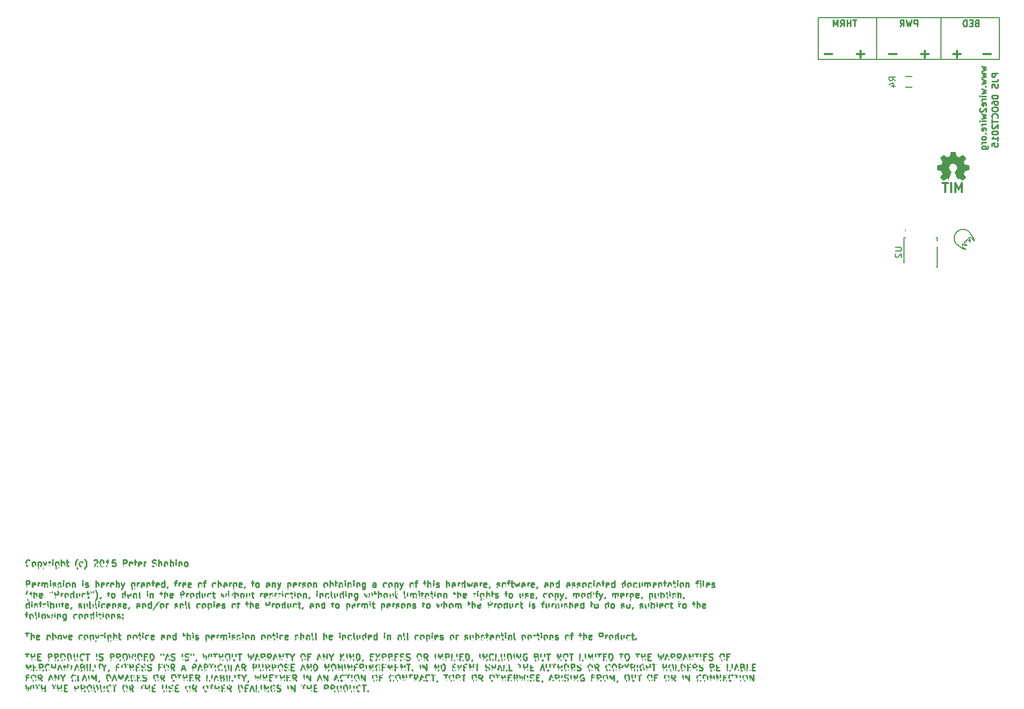
<source format=gbo>
G04 #@! TF.FileFunction,Legend,Bot*
%FSLAX46Y46*%
G04 Gerber Fmt 4.6, Leading zero omitted, Abs format (unit mm)*
G04 Created by KiCad (PCBNEW (2015-03-06 BZR 5484)-product) date 10/25/2015 10:03:51 PM*
%MOMM*%
G01*
G04 APERTURE LIST*
%ADD10C,0.100000*%
%ADD11C,0.250000*%
%ADD12C,0.300000*%
%ADD13C,0.200000*%
%ADD14C,0.177800*%
%ADD15C,0.150000*%
%ADD16C,0.002540*%
%ADD17R,1.670000X4.591000*%
%ADD18C,2.900000*%
%ADD19R,2.900000X2.900000*%
%ADD20C,1.035000*%
%ADD21R,1.400000X1.650000*%
%ADD22R,0.850000X1.850000*%
%ADD23C,1.085800*%
%ADD24C,1.517600*%
%ADD25C,1.000000*%
G04 APERTURE END LIST*
D10*
D11*
X16049524Y-174037143D02*
X16001905Y-174084762D01*
X15859048Y-174132381D01*
X15763810Y-174132381D01*
X15620952Y-174084762D01*
X15525714Y-173989524D01*
X15478095Y-173894286D01*
X15430476Y-173703810D01*
X15430476Y-173560952D01*
X15478095Y-173370476D01*
X15525714Y-173275238D01*
X15620952Y-173180000D01*
X15763810Y-173132381D01*
X15859048Y-173132381D01*
X16001905Y-173180000D01*
X16049524Y-173227619D01*
X16620952Y-174132381D02*
X16525714Y-174084762D01*
X16478095Y-174037143D01*
X16430476Y-173941905D01*
X16430476Y-173656190D01*
X16478095Y-173560952D01*
X16525714Y-173513333D01*
X16620952Y-173465714D01*
X16763810Y-173465714D01*
X16859048Y-173513333D01*
X16906667Y-173560952D01*
X16954286Y-173656190D01*
X16954286Y-173941905D01*
X16906667Y-174037143D01*
X16859048Y-174084762D01*
X16763810Y-174132381D01*
X16620952Y-174132381D01*
X17382857Y-173465714D02*
X17382857Y-174465714D01*
X17382857Y-173513333D02*
X17478095Y-173465714D01*
X17668572Y-173465714D01*
X17763810Y-173513333D01*
X17811429Y-173560952D01*
X17859048Y-173656190D01*
X17859048Y-173941905D01*
X17811429Y-174037143D01*
X17763810Y-174084762D01*
X17668572Y-174132381D01*
X17478095Y-174132381D01*
X17382857Y-174084762D01*
X18192381Y-173465714D02*
X18430476Y-174132381D01*
X18668572Y-173465714D02*
X18430476Y-174132381D01*
X18335238Y-174370476D01*
X18287619Y-174418095D01*
X18192381Y-174465714D01*
X19049524Y-174132381D02*
X19049524Y-173465714D01*
X19049524Y-173656190D02*
X19097143Y-173560952D01*
X19144762Y-173513333D01*
X19240000Y-173465714D01*
X19335239Y-173465714D01*
X19668572Y-174132381D02*
X19668572Y-173465714D01*
X19668572Y-173132381D02*
X19620953Y-173180000D01*
X19668572Y-173227619D01*
X19716191Y-173180000D01*
X19668572Y-173132381D01*
X19668572Y-173227619D01*
X20573334Y-173465714D02*
X20573334Y-174275238D01*
X20525715Y-174370476D01*
X20478096Y-174418095D01*
X20382857Y-174465714D01*
X20240000Y-174465714D01*
X20144762Y-174418095D01*
X20573334Y-174084762D02*
X20478096Y-174132381D01*
X20287619Y-174132381D01*
X20192381Y-174084762D01*
X20144762Y-174037143D01*
X20097143Y-173941905D01*
X20097143Y-173656190D01*
X20144762Y-173560952D01*
X20192381Y-173513333D01*
X20287619Y-173465714D01*
X20478096Y-173465714D01*
X20573334Y-173513333D01*
X21049524Y-174132381D02*
X21049524Y-173132381D01*
X21478096Y-174132381D02*
X21478096Y-173608571D01*
X21430477Y-173513333D01*
X21335239Y-173465714D01*
X21192381Y-173465714D01*
X21097143Y-173513333D01*
X21049524Y-173560952D01*
X21811429Y-173465714D02*
X22192381Y-173465714D01*
X21954286Y-173132381D02*
X21954286Y-173989524D01*
X22001905Y-174084762D01*
X22097143Y-174132381D01*
X22192381Y-174132381D01*
X23573335Y-174513333D02*
X23525715Y-174465714D01*
X23430477Y-174322857D01*
X23382858Y-174227619D01*
X23335239Y-174084762D01*
X23287620Y-173846667D01*
X23287620Y-173656190D01*
X23335239Y-173418095D01*
X23382858Y-173275238D01*
X23430477Y-173180000D01*
X23525715Y-173037143D01*
X23573335Y-172989524D01*
X24382859Y-174084762D02*
X24287621Y-174132381D01*
X24097144Y-174132381D01*
X24001906Y-174084762D01*
X23954287Y-174037143D01*
X23906668Y-173941905D01*
X23906668Y-173656190D01*
X23954287Y-173560952D01*
X24001906Y-173513333D01*
X24097144Y-173465714D01*
X24287621Y-173465714D01*
X24382859Y-173513333D01*
X24716192Y-174513333D02*
X24763811Y-174465714D01*
X24859049Y-174322857D01*
X24906668Y-174227619D01*
X24954287Y-174084762D01*
X25001906Y-173846667D01*
X25001906Y-173656190D01*
X24954287Y-173418095D01*
X24906668Y-173275238D01*
X24859049Y-173180000D01*
X24763811Y-173037143D01*
X24716192Y-172989524D01*
X26192383Y-173227619D02*
X26240002Y-173180000D01*
X26335240Y-173132381D01*
X26573336Y-173132381D01*
X26668574Y-173180000D01*
X26716193Y-173227619D01*
X26763812Y-173322857D01*
X26763812Y-173418095D01*
X26716193Y-173560952D01*
X26144764Y-174132381D01*
X26763812Y-174132381D01*
X27382859Y-173132381D02*
X27478098Y-173132381D01*
X27573336Y-173180000D01*
X27620955Y-173227619D01*
X27668574Y-173322857D01*
X27716193Y-173513333D01*
X27716193Y-173751429D01*
X27668574Y-173941905D01*
X27620955Y-174037143D01*
X27573336Y-174084762D01*
X27478098Y-174132381D01*
X27382859Y-174132381D01*
X27287621Y-174084762D01*
X27240002Y-174037143D01*
X27192383Y-173941905D01*
X27144764Y-173751429D01*
X27144764Y-173513333D01*
X27192383Y-173322857D01*
X27240002Y-173227619D01*
X27287621Y-173180000D01*
X27382859Y-173132381D01*
X28668574Y-174132381D02*
X28097145Y-174132381D01*
X28382859Y-174132381D02*
X28382859Y-173132381D01*
X28287621Y-173275238D01*
X28192383Y-173370476D01*
X28097145Y-173418095D01*
X29573336Y-173132381D02*
X29097145Y-173132381D01*
X29049526Y-173608571D01*
X29097145Y-173560952D01*
X29192383Y-173513333D01*
X29430479Y-173513333D01*
X29525717Y-173560952D01*
X29573336Y-173608571D01*
X29620955Y-173703810D01*
X29620955Y-173941905D01*
X29573336Y-174037143D01*
X29525717Y-174084762D01*
X29430479Y-174132381D01*
X29192383Y-174132381D01*
X29097145Y-174084762D01*
X29049526Y-174037143D01*
X30811431Y-174132381D02*
X30811431Y-173132381D01*
X31192384Y-173132381D01*
X31287622Y-173180000D01*
X31335241Y-173227619D01*
X31382860Y-173322857D01*
X31382860Y-173465714D01*
X31335241Y-173560952D01*
X31287622Y-173608571D01*
X31192384Y-173656190D01*
X30811431Y-173656190D01*
X32192384Y-174084762D02*
X32097146Y-174132381D01*
X31906669Y-174132381D01*
X31811431Y-174084762D01*
X31763812Y-173989524D01*
X31763812Y-173608571D01*
X31811431Y-173513333D01*
X31906669Y-173465714D01*
X32097146Y-173465714D01*
X32192384Y-173513333D01*
X32240003Y-173608571D01*
X32240003Y-173703810D01*
X31763812Y-173799048D01*
X32525717Y-173465714D02*
X32906669Y-173465714D01*
X32668574Y-173132381D02*
X32668574Y-173989524D01*
X32716193Y-174084762D01*
X32811431Y-174132381D01*
X32906669Y-174132381D01*
X33620956Y-174084762D02*
X33525718Y-174132381D01*
X33335241Y-174132381D01*
X33240003Y-174084762D01*
X33192384Y-173989524D01*
X33192384Y-173608571D01*
X33240003Y-173513333D01*
X33335241Y-173465714D01*
X33525718Y-173465714D01*
X33620956Y-173513333D01*
X33668575Y-173608571D01*
X33668575Y-173703810D01*
X33192384Y-173799048D01*
X34097146Y-174132381D02*
X34097146Y-173465714D01*
X34097146Y-173656190D02*
X34144765Y-173560952D01*
X34192384Y-173513333D01*
X34287622Y-173465714D01*
X34382861Y-173465714D01*
X35430480Y-174084762D02*
X35573337Y-174132381D01*
X35811433Y-174132381D01*
X35906671Y-174084762D01*
X35954290Y-174037143D01*
X36001909Y-173941905D01*
X36001909Y-173846667D01*
X35954290Y-173751429D01*
X35906671Y-173703810D01*
X35811433Y-173656190D01*
X35620956Y-173608571D01*
X35525718Y-173560952D01*
X35478099Y-173513333D01*
X35430480Y-173418095D01*
X35430480Y-173322857D01*
X35478099Y-173227619D01*
X35525718Y-173180000D01*
X35620956Y-173132381D01*
X35859052Y-173132381D01*
X36001909Y-173180000D01*
X36430480Y-174132381D02*
X36430480Y-173132381D01*
X36859052Y-174132381D02*
X36859052Y-173608571D01*
X36811433Y-173513333D01*
X36716195Y-173465714D01*
X36573337Y-173465714D01*
X36478099Y-173513333D01*
X36430480Y-173560952D01*
X37763814Y-174132381D02*
X37763814Y-173608571D01*
X37716195Y-173513333D01*
X37620957Y-173465714D01*
X37430480Y-173465714D01*
X37335242Y-173513333D01*
X37763814Y-174084762D02*
X37668576Y-174132381D01*
X37430480Y-174132381D01*
X37335242Y-174084762D01*
X37287623Y-173989524D01*
X37287623Y-173894286D01*
X37335242Y-173799048D01*
X37430480Y-173751429D01*
X37668576Y-173751429D01*
X37763814Y-173703810D01*
X38240004Y-174132381D02*
X38240004Y-173132381D01*
X38240004Y-173513333D02*
X38335242Y-173465714D01*
X38525719Y-173465714D01*
X38620957Y-173513333D01*
X38668576Y-173560952D01*
X38716195Y-173656190D01*
X38716195Y-173941905D01*
X38668576Y-174037143D01*
X38620957Y-174084762D01*
X38525719Y-174132381D01*
X38335242Y-174132381D01*
X38240004Y-174084762D01*
X39144766Y-174132381D02*
X39144766Y-173465714D01*
X39144766Y-173132381D02*
X39097147Y-173180000D01*
X39144766Y-173227619D01*
X39192385Y-173180000D01*
X39144766Y-173132381D01*
X39144766Y-173227619D01*
X39620956Y-173465714D02*
X39620956Y-174132381D01*
X39620956Y-173560952D02*
X39668575Y-173513333D01*
X39763813Y-173465714D01*
X39906671Y-173465714D01*
X40001909Y-173513333D01*
X40049528Y-173608571D01*
X40049528Y-174132381D01*
X40668575Y-174132381D02*
X40573337Y-174084762D01*
X40525718Y-174037143D01*
X40478099Y-173941905D01*
X40478099Y-173656190D01*
X40525718Y-173560952D01*
X40573337Y-173513333D01*
X40668575Y-173465714D01*
X40811433Y-173465714D01*
X40906671Y-173513333D01*
X40954290Y-173560952D01*
X41001909Y-173656190D01*
X41001909Y-173941905D01*
X40954290Y-174037143D01*
X40906671Y-174084762D01*
X40811433Y-174132381D01*
X40668575Y-174132381D01*
X15478095Y-177432381D02*
X15478095Y-176432381D01*
X15859048Y-176432381D01*
X15954286Y-176480000D01*
X16001905Y-176527619D01*
X16049524Y-176622857D01*
X16049524Y-176765714D01*
X16001905Y-176860952D01*
X15954286Y-176908571D01*
X15859048Y-176956190D01*
X15478095Y-176956190D01*
X16859048Y-177384762D02*
X16763810Y-177432381D01*
X16573333Y-177432381D01*
X16478095Y-177384762D01*
X16430476Y-177289524D01*
X16430476Y-176908571D01*
X16478095Y-176813333D01*
X16573333Y-176765714D01*
X16763810Y-176765714D01*
X16859048Y-176813333D01*
X16906667Y-176908571D01*
X16906667Y-177003810D01*
X16430476Y-177099048D01*
X17335238Y-177432381D02*
X17335238Y-176765714D01*
X17335238Y-176956190D02*
X17382857Y-176860952D01*
X17430476Y-176813333D01*
X17525714Y-176765714D01*
X17620953Y-176765714D01*
X17954286Y-177432381D02*
X17954286Y-176765714D01*
X17954286Y-176860952D02*
X18001905Y-176813333D01*
X18097143Y-176765714D01*
X18240001Y-176765714D01*
X18335239Y-176813333D01*
X18382858Y-176908571D01*
X18382858Y-177432381D01*
X18382858Y-176908571D02*
X18430477Y-176813333D01*
X18525715Y-176765714D01*
X18668572Y-176765714D01*
X18763810Y-176813333D01*
X18811429Y-176908571D01*
X18811429Y-177432381D01*
X19287619Y-177432381D02*
X19287619Y-176765714D01*
X19287619Y-176432381D02*
X19240000Y-176480000D01*
X19287619Y-176527619D01*
X19335238Y-176480000D01*
X19287619Y-176432381D01*
X19287619Y-176527619D01*
X19716190Y-177384762D02*
X19811428Y-177432381D01*
X20001904Y-177432381D01*
X20097143Y-177384762D01*
X20144762Y-177289524D01*
X20144762Y-177241905D01*
X20097143Y-177146667D01*
X20001904Y-177099048D01*
X19859047Y-177099048D01*
X19763809Y-177051429D01*
X19716190Y-176956190D01*
X19716190Y-176908571D01*
X19763809Y-176813333D01*
X19859047Y-176765714D01*
X20001904Y-176765714D01*
X20097143Y-176813333D01*
X20525714Y-177384762D02*
X20620952Y-177432381D01*
X20811428Y-177432381D01*
X20906667Y-177384762D01*
X20954286Y-177289524D01*
X20954286Y-177241905D01*
X20906667Y-177146667D01*
X20811428Y-177099048D01*
X20668571Y-177099048D01*
X20573333Y-177051429D01*
X20525714Y-176956190D01*
X20525714Y-176908571D01*
X20573333Y-176813333D01*
X20668571Y-176765714D01*
X20811428Y-176765714D01*
X20906667Y-176813333D01*
X21382857Y-177432381D02*
X21382857Y-176765714D01*
X21382857Y-176432381D02*
X21335238Y-176480000D01*
X21382857Y-176527619D01*
X21430476Y-176480000D01*
X21382857Y-176432381D01*
X21382857Y-176527619D01*
X22001904Y-177432381D02*
X21906666Y-177384762D01*
X21859047Y-177337143D01*
X21811428Y-177241905D01*
X21811428Y-176956190D01*
X21859047Y-176860952D01*
X21906666Y-176813333D01*
X22001904Y-176765714D01*
X22144762Y-176765714D01*
X22240000Y-176813333D01*
X22287619Y-176860952D01*
X22335238Y-176956190D01*
X22335238Y-177241905D01*
X22287619Y-177337143D01*
X22240000Y-177384762D01*
X22144762Y-177432381D01*
X22001904Y-177432381D01*
X22763809Y-176765714D02*
X22763809Y-177432381D01*
X22763809Y-176860952D02*
X22811428Y-176813333D01*
X22906666Y-176765714D01*
X23049524Y-176765714D01*
X23144762Y-176813333D01*
X23192381Y-176908571D01*
X23192381Y-177432381D01*
X24430476Y-177432381D02*
X24430476Y-176765714D01*
X24430476Y-176432381D02*
X24382857Y-176480000D01*
X24430476Y-176527619D01*
X24478095Y-176480000D01*
X24430476Y-176432381D01*
X24430476Y-176527619D01*
X24859047Y-177384762D02*
X24954285Y-177432381D01*
X25144761Y-177432381D01*
X25240000Y-177384762D01*
X25287619Y-177289524D01*
X25287619Y-177241905D01*
X25240000Y-177146667D01*
X25144761Y-177099048D01*
X25001904Y-177099048D01*
X24906666Y-177051429D01*
X24859047Y-176956190D01*
X24859047Y-176908571D01*
X24906666Y-176813333D01*
X25001904Y-176765714D01*
X25144761Y-176765714D01*
X25240000Y-176813333D01*
X26478095Y-177432381D02*
X26478095Y-176432381D01*
X26906667Y-177432381D02*
X26906667Y-176908571D01*
X26859048Y-176813333D01*
X26763810Y-176765714D01*
X26620952Y-176765714D01*
X26525714Y-176813333D01*
X26478095Y-176860952D01*
X27763810Y-177384762D02*
X27668572Y-177432381D01*
X27478095Y-177432381D01*
X27382857Y-177384762D01*
X27335238Y-177289524D01*
X27335238Y-176908571D01*
X27382857Y-176813333D01*
X27478095Y-176765714D01*
X27668572Y-176765714D01*
X27763810Y-176813333D01*
X27811429Y-176908571D01*
X27811429Y-177003810D01*
X27335238Y-177099048D01*
X28240000Y-177432381D02*
X28240000Y-176765714D01*
X28240000Y-176956190D02*
X28287619Y-176860952D01*
X28335238Y-176813333D01*
X28430476Y-176765714D01*
X28525715Y-176765714D01*
X29240001Y-177384762D02*
X29144763Y-177432381D01*
X28954286Y-177432381D01*
X28859048Y-177384762D01*
X28811429Y-177289524D01*
X28811429Y-176908571D01*
X28859048Y-176813333D01*
X28954286Y-176765714D01*
X29144763Y-176765714D01*
X29240001Y-176813333D01*
X29287620Y-176908571D01*
X29287620Y-177003810D01*
X28811429Y-177099048D01*
X29716191Y-177432381D02*
X29716191Y-176432381D01*
X29716191Y-176813333D02*
X29811429Y-176765714D01*
X30001906Y-176765714D01*
X30097144Y-176813333D01*
X30144763Y-176860952D01*
X30192382Y-176956190D01*
X30192382Y-177241905D01*
X30144763Y-177337143D01*
X30097144Y-177384762D01*
X30001906Y-177432381D01*
X29811429Y-177432381D01*
X29716191Y-177384762D01*
X30525715Y-176765714D02*
X30763810Y-177432381D01*
X31001906Y-176765714D02*
X30763810Y-177432381D01*
X30668572Y-177670476D01*
X30620953Y-177718095D01*
X30525715Y-177765714D01*
X32573335Y-176765714D02*
X32573335Y-177575238D01*
X32525716Y-177670476D01*
X32478097Y-177718095D01*
X32382858Y-177765714D01*
X32240001Y-177765714D01*
X32144763Y-177718095D01*
X32573335Y-177384762D02*
X32478097Y-177432381D01*
X32287620Y-177432381D01*
X32192382Y-177384762D01*
X32144763Y-177337143D01*
X32097144Y-177241905D01*
X32097144Y-176956190D01*
X32144763Y-176860952D01*
X32192382Y-176813333D01*
X32287620Y-176765714D01*
X32478097Y-176765714D01*
X32573335Y-176813333D01*
X33049525Y-177432381D02*
X33049525Y-176765714D01*
X33049525Y-176956190D02*
X33097144Y-176860952D01*
X33144763Y-176813333D01*
X33240001Y-176765714D01*
X33335240Y-176765714D01*
X34097145Y-177432381D02*
X34097145Y-176908571D01*
X34049526Y-176813333D01*
X33954288Y-176765714D01*
X33763811Y-176765714D01*
X33668573Y-176813333D01*
X34097145Y-177384762D02*
X34001907Y-177432381D01*
X33763811Y-177432381D01*
X33668573Y-177384762D01*
X33620954Y-177289524D01*
X33620954Y-177194286D01*
X33668573Y-177099048D01*
X33763811Y-177051429D01*
X34001907Y-177051429D01*
X34097145Y-177003810D01*
X34573335Y-176765714D02*
X34573335Y-177432381D01*
X34573335Y-176860952D02*
X34620954Y-176813333D01*
X34716192Y-176765714D01*
X34859050Y-176765714D01*
X34954288Y-176813333D01*
X35001907Y-176908571D01*
X35001907Y-177432381D01*
X35335240Y-176765714D02*
X35716192Y-176765714D01*
X35478097Y-176432381D02*
X35478097Y-177289524D01*
X35525716Y-177384762D01*
X35620954Y-177432381D01*
X35716192Y-177432381D01*
X36430479Y-177384762D02*
X36335241Y-177432381D01*
X36144764Y-177432381D01*
X36049526Y-177384762D01*
X36001907Y-177289524D01*
X36001907Y-176908571D01*
X36049526Y-176813333D01*
X36144764Y-176765714D01*
X36335241Y-176765714D01*
X36430479Y-176813333D01*
X36478098Y-176908571D01*
X36478098Y-177003810D01*
X36001907Y-177099048D01*
X37335241Y-177432381D02*
X37335241Y-176432381D01*
X37335241Y-177384762D02*
X37240003Y-177432381D01*
X37049526Y-177432381D01*
X36954288Y-177384762D01*
X36906669Y-177337143D01*
X36859050Y-177241905D01*
X36859050Y-176956190D01*
X36906669Y-176860952D01*
X36954288Y-176813333D01*
X37049526Y-176765714D01*
X37240003Y-176765714D01*
X37335241Y-176813333D01*
X37859050Y-177384762D02*
X37859050Y-177432381D01*
X37811431Y-177527619D01*
X37763812Y-177575238D01*
X38906669Y-176765714D02*
X39287621Y-176765714D01*
X39049526Y-177432381D02*
X39049526Y-176575238D01*
X39097145Y-176480000D01*
X39192383Y-176432381D01*
X39287621Y-176432381D01*
X39620955Y-177432381D02*
X39620955Y-176765714D01*
X39620955Y-176956190D02*
X39668574Y-176860952D01*
X39716193Y-176813333D01*
X39811431Y-176765714D01*
X39906670Y-176765714D01*
X40620956Y-177384762D02*
X40525718Y-177432381D01*
X40335241Y-177432381D01*
X40240003Y-177384762D01*
X40192384Y-177289524D01*
X40192384Y-176908571D01*
X40240003Y-176813333D01*
X40335241Y-176765714D01*
X40525718Y-176765714D01*
X40620956Y-176813333D01*
X40668575Y-176908571D01*
X40668575Y-177003810D01*
X40192384Y-177099048D01*
X41478099Y-177384762D02*
X41382861Y-177432381D01*
X41192384Y-177432381D01*
X41097146Y-177384762D01*
X41049527Y-177289524D01*
X41049527Y-176908571D01*
X41097146Y-176813333D01*
X41192384Y-176765714D01*
X41382861Y-176765714D01*
X41478099Y-176813333D01*
X41525718Y-176908571D01*
X41525718Y-177003810D01*
X41049527Y-177099048D01*
X42859051Y-177432381D02*
X42763813Y-177384762D01*
X42716194Y-177337143D01*
X42668575Y-177241905D01*
X42668575Y-176956190D01*
X42716194Y-176860952D01*
X42763813Y-176813333D01*
X42859051Y-176765714D01*
X43001909Y-176765714D01*
X43097147Y-176813333D01*
X43144766Y-176860952D01*
X43192385Y-176956190D01*
X43192385Y-177241905D01*
X43144766Y-177337143D01*
X43097147Y-177384762D01*
X43001909Y-177432381D01*
X42859051Y-177432381D01*
X43478099Y-176765714D02*
X43859051Y-176765714D01*
X43620956Y-177432381D02*
X43620956Y-176575238D01*
X43668575Y-176480000D01*
X43763813Y-176432381D01*
X43859051Y-176432381D01*
X45382862Y-177384762D02*
X45287624Y-177432381D01*
X45097147Y-177432381D01*
X45001909Y-177384762D01*
X44954290Y-177337143D01*
X44906671Y-177241905D01*
X44906671Y-176956190D01*
X44954290Y-176860952D01*
X45001909Y-176813333D01*
X45097147Y-176765714D01*
X45287624Y-176765714D01*
X45382862Y-176813333D01*
X45811433Y-177432381D02*
X45811433Y-176432381D01*
X46240005Y-177432381D02*
X46240005Y-176908571D01*
X46192386Y-176813333D01*
X46097148Y-176765714D01*
X45954290Y-176765714D01*
X45859052Y-176813333D01*
X45811433Y-176860952D01*
X47144767Y-177432381D02*
X47144767Y-176908571D01*
X47097148Y-176813333D01*
X47001910Y-176765714D01*
X46811433Y-176765714D01*
X46716195Y-176813333D01*
X47144767Y-177384762D02*
X47049529Y-177432381D01*
X46811433Y-177432381D01*
X46716195Y-177384762D01*
X46668576Y-177289524D01*
X46668576Y-177194286D01*
X46716195Y-177099048D01*
X46811433Y-177051429D01*
X47049529Y-177051429D01*
X47144767Y-177003810D01*
X47620957Y-177432381D02*
X47620957Y-176765714D01*
X47620957Y-176956190D02*
X47668576Y-176860952D01*
X47716195Y-176813333D01*
X47811433Y-176765714D01*
X47906672Y-176765714D01*
X48668577Y-176765714D02*
X48668577Y-177575238D01*
X48620958Y-177670476D01*
X48573339Y-177718095D01*
X48478100Y-177765714D01*
X48335243Y-177765714D01*
X48240005Y-177718095D01*
X48668577Y-177384762D02*
X48573339Y-177432381D01*
X48382862Y-177432381D01*
X48287624Y-177384762D01*
X48240005Y-177337143D01*
X48192386Y-177241905D01*
X48192386Y-176956190D01*
X48240005Y-176860952D01*
X48287624Y-176813333D01*
X48382862Y-176765714D01*
X48573339Y-176765714D01*
X48668577Y-176813333D01*
X49525720Y-177384762D02*
X49430482Y-177432381D01*
X49240005Y-177432381D01*
X49144767Y-177384762D01*
X49097148Y-177289524D01*
X49097148Y-176908571D01*
X49144767Y-176813333D01*
X49240005Y-176765714D01*
X49430482Y-176765714D01*
X49525720Y-176813333D01*
X49573339Y-176908571D01*
X49573339Y-177003810D01*
X49097148Y-177099048D01*
X50049529Y-177384762D02*
X50049529Y-177432381D01*
X50001910Y-177527619D01*
X49954291Y-177575238D01*
X51097148Y-176765714D02*
X51478100Y-176765714D01*
X51240005Y-176432381D02*
X51240005Y-177289524D01*
X51287624Y-177384762D01*
X51382862Y-177432381D01*
X51478100Y-177432381D01*
X51954291Y-177432381D02*
X51859053Y-177384762D01*
X51811434Y-177337143D01*
X51763815Y-177241905D01*
X51763815Y-176956190D01*
X51811434Y-176860952D01*
X51859053Y-176813333D01*
X51954291Y-176765714D01*
X52097149Y-176765714D01*
X52192387Y-176813333D01*
X52240006Y-176860952D01*
X52287625Y-176956190D01*
X52287625Y-177241905D01*
X52240006Y-177337143D01*
X52192387Y-177384762D01*
X52097149Y-177432381D01*
X51954291Y-177432381D01*
X53906673Y-177432381D02*
X53906673Y-176908571D01*
X53859054Y-176813333D01*
X53763816Y-176765714D01*
X53573339Y-176765714D01*
X53478101Y-176813333D01*
X53906673Y-177384762D02*
X53811435Y-177432381D01*
X53573339Y-177432381D01*
X53478101Y-177384762D01*
X53430482Y-177289524D01*
X53430482Y-177194286D01*
X53478101Y-177099048D01*
X53573339Y-177051429D01*
X53811435Y-177051429D01*
X53906673Y-177003810D01*
X54382863Y-176765714D02*
X54382863Y-177432381D01*
X54382863Y-176860952D02*
X54430482Y-176813333D01*
X54525720Y-176765714D01*
X54668578Y-176765714D01*
X54763816Y-176813333D01*
X54811435Y-176908571D01*
X54811435Y-177432381D01*
X55192387Y-176765714D02*
X55430482Y-177432381D01*
X55668578Y-176765714D02*
X55430482Y-177432381D01*
X55335244Y-177670476D01*
X55287625Y-177718095D01*
X55192387Y-177765714D01*
X56811435Y-176765714D02*
X56811435Y-177765714D01*
X56811435Y-176813333D02*
X56906673Y-176765714D01*
X57097150Y-176765714D01*
X57192388Y-176813333D01*
X57240007Y-176860952D01*
X57287626Y-176956190D01*
X57287626Y-177241905D01*
X57240007Y-177337143D01*
X57192388Y-177384762D01*
X57097150Y-177432381D01*
X56906673Y-177432381D01*
X56811435Y-177384762D01*
X58097150Y-177384762D02*
X58001912Y-177432381D01*
X57811435Y-177432381D01*
X57716197Y-177384762D01*
X57668578Y-177289524D01*
X57668578Y-176908571D01*
X57716197Y-176813333D01*
X57811435Y-176765714D01*
X58001912Y-176765714D01*
X58097150Y-176813333D01*
X58144769Y-176908571D01*
X58144769Y-177003810D01*
X57668578Y-177099048D01*
X58573340Y-177432381D02*
X58573340Y-176765714D01*
X58573340Y-176956190D02*
X58620959Y-176860952D01*
X58668578Y-176813333D01*
X58763816Y-176765714D01*
X58859055Y-176765714D01*
X59144769Y-177384762D02*
X59240007Y-177432381D01*
X59430483Y-177432381D01*
X59525722Y-177384762D01*
X59573341Y-177289524D01*
X59573341Y-177241905D01*
X59525722Y-177146667D01*
X59430483Y-177099048D01*
X59287626Y-177099048D01*
X59192388Y-177051429D01*
X59144769Y-176956190D01*
X59144769Y-176908571D01*
X59192388Y-176813333D01*
X59287626Y-176765714D01*
X59430483Y-176765714D01*
X59525722Y-176813333D01*
X60144769Y-177432381D02*
X60049531Y-177384762D01*
X60001912Y-177337143D01*
X59954293Y-177241905D01*
X59954293Y-176956190D01*
X60001912Y-176860952D01*
X60049531Y-176813333D01*
X60144769Y-176765714D01*
X60287627Y-176765714D01*
X60382865Y-176813333D01*
X60430484Y-176860952D01*
X60478103Y-176956190D01*
X60478103Y-177241905D01*
X60430484Y-177337143D01*
X60382865Y-177384762D01*
X60287627Y-177432381D01*
X60144769Y-177432381D01*
X60906674Y-176765714D02*
X60906674Y-177432381D01*
X60906674Y-176860952D02*
X60954293Y-176813333D01*
X61049531Y-176765714D01*
X61192389Y-176765714D01*
X61287627Y-176813333D01*
X61335246Y-176908571D01*
X61335246Y-177432381D01*
X62716198Y-177432381D02*
X62620960Y-177384762D01*
X62573341Y-177337143D01*
X62525722Y-177241905D01*
X62525722Y-176956190D01*
X62573341Y-176860952D01*
X62620960Y-176813333D01*
X62716198Y-176765714D01*
X62859056Y-176765714D01*
X62954294Y-176813333D01*
X63001913Y-176860952D01*
X63049532Y-176956190D01*
X63049532Y-177241905D01*
X63001913Y-177337143D01*
X62954294Y-177384762D01*
X62859056Y-177432381D01*
X62716198Y-177432381D01*
X63478103Y-177432381D02*
X63478103Y-176432381D01*
X63478103Y-176813333D02*
X63573341Y-176765714D01*
X63763818Y-176765714D01*
X63859056Y-176813333D01*
X63906675Y-176860952D01*
X63954294Y-176956190D01*
X63954294Y-177241905D01*
X63906675Y-177337143D01*
X63859056Y-177384762D01*
X63763818Y-177432381D01*
X63573341Y-177432381D01*
X63478103Y-177384762D01*
X64240008Y-176765714D02*
X64620960Y-176765714D01*
X64382865Y-176432381D02*
X64382865Y-177289524D01*
X64430484Y-177384762D01*
X64525722Y-177432381D01*
X64620960Y-177432381D01*
X65382866Y-177432381D02*
X65382866Y-176908571D01*
X65335247Y-176813333D01*
X65240009Y-176765714D01*
X65049532Y-176765714D01*
X64954294Y-176813333D01*
X65382866Y-177384762D02*
X65287628Y-177432381D01*
X65049532Y-177432381D01*
X64954294Y-177384762D01*
X64906675Y-177289524D01*
X64906675Y-177194286D01*
X64954294Y-177099048D01*
X65049532Y-177051429D01*
X65287628Y-177051429D01*
X65382866Y-177003810D01*
X65859056Y-177432381D02*
X65859056Y-176765714D01*
X65859056Y-176432381D02*
X65811437Y-176480000D01*
X65859056Y-176527619D01*
X65906675Y-176480000D01*
X65859056Y-176432381D01*
X65859056Y-176527619D01*
X66335246Y-176765714D02*
X66335246Y-177432381D01*
X66335246Y-176860952D02*
X66382865Y-176813333D01*
X66478103Y-176765714D01*
X66620961Y-176765714D01*
X66716199Y-176813333D01*
X66763818Y-176908571D01*
X66763818Y-177432381D01*
X67240008Y-177432381D02*
X67240008Y-176765714D01*
X67240008Y-176432381D02*
X67192389Y-176480000D01*
X67240008Y-176527619D01*
X67287627Y-176480000D01*
X67240008Y-176432381D01*
X67240008Y-176527619D01*
X67716198Y-176765714D02*
X67716198Y-177432381D01*
X67716198Y-176860952D02*
X67763817Y-176813333D01*
X67859055Y-176765714D01*
X68001913Y-176765714D01*
X68097151Y-176813333D01*
X68144770Y-176908571D01*
X68144770Y-177432381D01*
X69049532Y-176765714D02*
X69049532Y-177575238D01*
X69001913Y-177670476D01*
X68954294Y-177718095D01*
X68859055Y-177765714D01*
X68716198Y-177765714D01*
X68620960Y-177718095D01*
X69049532Y-177384762D02*
X68954294Y-177432381D01*
X68763817Y-177432381D01*
X68668579Y-177384762D01*
X68620960Y-177337143D01*
X68573341Y-177241905D01*
X68573341Y-176956190D01*
X68620960Y-176860952D01*
X68668579Y-176813333D01*
X68763817Y-176765714D01*
X68954294Y-176765714D01*
X69049532Y-176813333D01*
X70716199Y-177432381D02*
X70716199Y-176908571D01*
X70668580Y-176813333D01*
X70573342Y-176765714D01*
X70382865Y-176765714D01*
X70287627Y-176813333D01*
X70716199Y-177384762D02*
X70620961Y-177432381D01*
X70382865Y-177432381D01*
X70287627Y-177384762D01*
X70240008Y-177289524D01*
X70240008Y-177194286D01*
X70287627Y-177099048D01*
X70382865Y-177051429D01*
X70620961Y-177051429D01*
X70716199Y-177003810D01*
X72382866Y-177384762D02*
X72287628Y-177432381D01*
X72097151Y-177432381D01*
X72001913Y-177384762D01*
X71954294Y-177337143D01*
X71906675Y-177241905D01*
X71906675Y-176956190D01*
X71954294Y-176860952D01*
X72001913Y-176813333D01*
X72097151Y-176765714D01*
X72287628Y-176765714D01*
X72382866Y-176813333D01*
X72954294Y-177432381D02*
X72859056Y-177384762D01*
X72811437Y-177337143D01*
X72763818Y-177241905D01*
X72763818Y-176956190D01*
X72811437Y-176860952D01*
X72859056Y-176813333D01*
X72954294Y-176765714D01*
X73097152Y-176765714D01*
X73192390Y-176813333D01*
X73240009Y-176860952D01*
X73287628Y-176956190D01*
X73287628Y-177241905D01*
X73240009Y-177337143D01*
X73192390Y-177384762D01*
X73097152Y-177432381D01*
X72954294Y-177432381D01*
X73716199Y-176765714D02*
X73716199Y-177765714D01*
X73716199Y-176813333D02*
X73811437Y-176765714D01*
X74001914Y-176765714D01*
X74097152Y-176813333D01*
X74144771Y-176860952D01*
X74192390Y-176956190D01*
X74192390Y-177241905D01*
X74144771Y-177337143D01*
X74097152Y-177384762D01*
X74001914Y-177432381D01*
X73811437Y-177432381D01*
X73716199Y-177384762D01*
X74525723Y-176765714D02*
X74763818Y-177432381D01*
X75001914Y-176765714D02*
X74763818Y-177432381D01*
X74668580Y-177670476D01*
X74620961Y-177718095D01*
X74525723Y-177765714D01*
X76287628Y-177432381D02*
X76192390Y-177384762D01*
X76144771Y-177337143D01*
X76097152Y-177241905D01*
X76097152Y-176956190D01*
X76144771Y-176860952D01*
X76192390Y-176813333D01*
X76287628Y-176765714D01*
X76430486Y-176765714D01*
X76525724Y-176813333D01*
X76573343Y-176860952D01*
X76620962Y-176956190D01*
X76620962Y-177241905D01*
X76573343Y-177337143D01*
X76525724Y-177384762D01*
X76430486Y-177432381D01*
X76287628Y-177432381D01*
X76906676Y-176765714D02*
X77287628Y-176765714D01*
X77049533Y-177432381D02*
X77049533Y-176575238D01*
X77097152Y-176480000D01*
X77192390Y-176432381D01*
X77287628Y-176432381D01*
X78240010Y-176765714D02*
X78620962Y-176765714D01*
X78382867Y-176432381D02*
X78382867Y-177289524D01*
X78430486Y-177384762D01*
X78525724Y-177432381D01*
X78620962Y-177432381D01*
X78954296Y-177432381D02*
X78954296Y-176432381D01*
X79382868Y-177432381D02*
X79382868Y-176908571D01*
X79335249Y-176813333D01*
X79240011Y-176765714D01*
X79097153Y-176765714D01*
X79001915Y-176813333D01*
X78954296Y-176860952D01*
X79859058Y-177432381D02*
X79859058Y-176765714D01*
X79859058Y-176432381D02*
X79811439Y-176480000D01*
X79859058Y-176527619D01*
X79906677Y-176480000D01*
X79859058Y-176432381D01*
X79859058Y-176527619D01*
X80287629Y-177384762D02*
X80382867Y-177432381D01*
X80573343Y-177432381D01*
X80668582Y-177384762D01*
X80716201Y-177289524D01*
X80716201Y-177241905D01*
X80668582Y-177146667D01*
X80573343Y-177099048D01*
X80430486Y-177099048D01*
X80335248Y-177051429D01*
X80287629Y-176956190D01*
X80287629Y-176908571D01*
X80335248Y-176813333D01*
X80430486Y-176765714D01*
X80573343Y-176765714D01*
X80668582Y-176813333D01*
X81906677Y-177432381D02*
X81906677Y-176432381D01*
X82335249Y-177432381D02*
X82335249Y-176908571D01*
X82287630Y-176813333D01*
X82192392Y-176765714D01*
X82049534Y-176765714D01*
X81954296Y-176813333D01*
X81906677Y-176860952D01*
X83240011Y-177432381D02*
X83240011Y-176908571D01*
X83192392Y-176813333D01*
X83097154Y-176765714D01*
X82906677Y-176765714D01*
X82811439Y-176813333D01*
X83240011Y-177384762D02*
X83144773Y-177432381D01*
X82906677Y-177432381D01*
X82811439Y-177384762D01*
X82763820Y-177289524D01*
X82763820Y-177194286D01*
X82811439Y-177099048D01*
X82906677Y-177051429D01*
X83144773Y-177051429D01*
X83240011Y-177003810D01*
X83716201Y-177432381D02*
X83716201Y-176765714D01*
X83716201Y-176956190D02*
X83763820Y-176860952D01*
X83811439Y-176813333D01*
X83906677Y-176765714D01*
X84001916Y-176765714D01*
X84763821Y-177432381D02*
X84763821Y-176432381D01*
X84763821Y-177384762D02*
X84668583Y-177432381D01*
X84478106Y-177432381D01*
X84382868Y-177384762D01*
X84335249Y-177337143D01*
X84287630Y-177241905D01*
X84287630Y-176956190D01*
X84335249Y-176860952D01*
X84382868Y-176813333D01*
X84478106Y-176765714D01*
X84668583Y-176765714D01*
X84763821Y-176813333D01*
X85144773Y-176765714D02*
X85335249Y-177432381D01*
X85525726Y-176956190D01*
X85716202Y-177432381D01*
X85906678Y-176765714D01*
X86716202Y-177432381D02*
X86716202Y-176908571D01*
X86668583Y-176813333D01*
X86573345Y-176765714D01*
X86382868Y-176765714D01*
X86287630Y-176813333D01*
X86716202Y-177384762D02*
X86620964Y-177432381D01*
X86382868Y-177432381D01*
X86287630Y-177384762D01*
X86240011Y-177289524D01*
X86240011Y-177194286D01*
X86287630Y-177099048D01*
X86382868Y-177051429D01*
X86620964Y-177051429D01*
X86716202Y-177003810D01*
X87192392Y-177432381D02*
X87192392Y-176765714D01*
X87192392Y-176956190D02*
X87240011Y-176860952D01*
X87287630Y-176813333D01*
X87382868Y-176765714D01*
X87478107Y-176765714D01*
X88192393Y-177384762D02*
X88097155Y-177432381D01*
X87906678Y-177432381D01*
X87811440Y-177384762D01*
X87763821Y-177289524D01*
X87763821Y-176908571D01*
X87811440Y-176813333D01*
X87906678Y-176765714D01*
X88097155Y-176765714D01*
X88192393Y-176813333D01*
X88240012Y-176908571D01*
X88240012Y-177003810D01*
X87763821Y-177099048D01*
X88716202Y-177384762D02*
X88716202Y-177432381D01*
X88668583Y-177527619D01*
X88620964Y-177575238D01*
X89859059Y-177384762D02*
X89954297Y-177432381D01*
X90144773Y-177432381D01*
X90240012Y-177384762D01*
X90287631Y-177289524D01*
X90287631Y-177241905D01*
X90240012Y-177146667D01*
X90144773Y-177099048D01*
X90001916Y-177099048D01*
X89906678Y-177051429D01*
X89859059Y-176956190D01*
X89859059Y-176908571D01*
X89906678Y-176813333D01*
X90001916Y-176765714D01*
X90144773Y-176765714D01*
X90240012Y-176813333D01*
X90859059Y-177432381D02*
X90763821Y-177384762D01*
X90716202Y-177337143D01*
X90668583Y-177241905D01*
X90668583Y-176956190D01*
X90716202Y-176860952D01*
X90763821Y-176813333D01*
X90859059Y-176765714D01*
X91001917Y-176765714D01*
X91097155Y-176813333D01*
X91144774Y-176860952D01*
X91192393Y-176956190D01*
X91192393Y-177241905D01*
X91144774Y-177337143D01*
X91097155Y-177384762D01*
X91001917Y-177432381D01*
X90859059Y-177432381D01*
X91478107Y-176765714D02*
X91859059Y-176765714D01*
X91620964Y-177432381D02*
X91620964Y-176575238D01*
X91668583Y-176480000D01*
X91763821Y-176432381D01*
X91859059Y-176432381D01*
X92049536Y-176765714D02*
X92430488Y-176765714D01*
X92192393Y-176432381D02*
X92192393Y-177289524D01*
X92240012Y-177384762D01*
X92335250Y-177432381D01*
X92430488Y-177432381D01*
X92668584Y-176765714D02*
X92859060Y-177432381D01*
X93049537Y-176956190D01*
X93240013Y-177432381D01*
X93430489Y-176765714D01*
X94240013Y-177432381D02*
X94240013Y-176908571D01*
X94192394Y-176813333D01*
X94097156Y-176765714D01*
X93906679Y-176765714D01*
X93811441Y-176813333D01*
X94240013Y-177384762D02*
X94144775Y-177432381D01*
X93906679Y-177432381D01*
X93811441Y-177384762D01*
X93763822Y-177289524D01*
X93763822Y-177194286D01*
X93811441Y-177099048D01*
X93906679Y-177051429D01*
X94144775Y-177051429D01*
X94240013Y-177003810D01*
X94716203Y-177432381D02*
X94716203Y-176765714D01*
X94716203Y-176956190D02*
X94763822Y-176860952D01*
X94811441Y-176813333D01*
X94906679Y-176765714D01*
X95001918Y-176765714D01*
X95716204Y-177384762D02*
X95620966Y-177432381D01*
X95430489Y-177432381D01*
X95335251Y-177384762D01*
X95287632Y-177289524D01*
X95287632Y-176908571D01*
X95335251Y-176813333D01*
X95430489Y-176765714D01*
X95620966Y-176765714D01*
X95716204Y-176813333D01*
X95763823Y-176908571D01*
X95763823Y-177003810D01*
X95287632Y-177099048D01*
X96240013Y-177384762D02*
X96240013Y-177432381D01*
X96192394Y-177527619D01*
X96144775Y-177575238D01*
X97859061Y-177432381D02*
X97859061Y-176908571D01*
X97811442Y-176813333D01*
X97716204Y-176765714D01*
X97525727Y-176765714D01*
X97430489Y-176813333D01*
X97859061Y-177384762D02*
X97763823Y-177432381D01*
X97525727Y-177432381D01*
X97430489Y-177384762D01*
X97382870Y-177289524D01*
X97382870Y-177194286D01*
X97430489Y-177099048D01*
X97525727Y-177051429D01*
X97763823Y-177051429D01*
X97859061Y-177003810D01*
X98335251Y-176765714D02*
X98335251Y-177432381D01*
X98335251Y-176860952D02*
X98382870Y-176813333D01*
X98478108Y-176765714D01*
X98620966Y-176765714D01*
X98716204Y-176813333D01*
X98763823Y-176908571D01*
X98763823Y-177432381D01*
X99668585Y-177432381D02*
X99668585Y-176432381D01*
X99668585Y-177384762D02*
X99573347Y-177432381D01*
X99382870Y-177432381D01*
X99287632Y-177384762D01*
X99240013Y-177337143D01*
X99192394Y-177241905D01*
X99192394Y-176956190D01*
X99240013Y-176860952D01*
X99287632Y-176813333D01*
X99382870Y-176765714D01*
X99573347Y-176765714D01*
X99668585Y-176813333D01*
X101335252Y-177432381D02*
X101335252Y-176908571D01*
X101287633Y-176813333D01*
X101192395Y-176765714D01*
X101001918Y-176765714D01*
X100906680Y-176813333D01*
X101335252Y-177384762D02*
X101240014Y-177432381D01*
X101001918Y-177432381D01*
X100906680Y-177384762D01*
X100859061Y-177289524D01*
X100859061Y-177194286D01*
X100906680Y-177099048D01*
X101001918Y-177051429D01*
X101240014Y-177051429D01*
X101335252Y-177003810D01*
X101763823Y-177384762D02*
X101859061Y-177432381D01*
X102049537Y-177432381D01*
X102144776Y-177384762D01*
X102192395Y-177289524D01*
X102192395Y-177241905D01*
X102144776Y-177146667D01*
X102049537Y-177099048D01*
X101906680Y-177099048D01*
X101811442Y-177051429D01*
X101763823Y-176956190D01*
X101763823Y-176908571D01*
X101811442Y-176813333D01*
X101906680Y-176765714D01*
X102049537Y-176765714D01*
X102144776Y-176813333D01*
X102573347Y-177384762D02*
X102668585Y-177432381D01*
X102859061Y-177432381D01*
X102954300Y-177384762D01*
X103001919Y-177289524D01*
X103001919Y-177241905D01*
X102954300Y-177146667D01*
X102859061Y-177099048D01*
X102716204Y-177099048D01*
X102620966Y-177051429D01*
X102573347Y-176956190D01*
X102573347Y-176908571D01*
X102620966Y-176813333D01*
X102716204Y-176765714D01*
X102859061Y-176765714D01*
X102954300Y-176813333D01*
X103573347Y-177432381D02*
X103478109Y-177384762D01*
X103430490Y-177337143D01*
X103382871Y-177241905D01*
X103382871Y-176956190D01*
X103430490Y-176860952D01*
X103478109Y-176813333D01*
X103573347Y-176765714D01*
X103716205Y-176765714D01*
X103811443Y-176813333D01*
X103859062Y-176860952D01*
X103906681Y-176956190D01*
X103906681Y-177241905D01*
X103859062Y-177337143D01*
X103811443Y-177384762D01*
X103716205Y-177432381D01*
X103573347Y-177432381D01*
X104763824Y-177384762D02*
X104668586Y-177432381D01*
X104478109Y-177432381D01*
X104382871Y-177384762D01*
X104335252Y-177337143D01*
X104287633Y-177241905D01*
X104287633Y-176956190D01*
X104335252Y-176860952D01*
X104382871Y-176813333D01*
X104478109Y-176765714D01*
X104668586Y-176765714D01*
X104763824Y-176813333D01*
X105192395Y-177432381D02*
X105192395Y-176765714D01*
X105192395Y-176432381D02*
X105144776Y-176480000D01*
X105192395Y-176527619D01*
X105240014Y-176480000D01*
X105192395Y-176432381D01*
X105192395Y-176527619D01*
X106097157Y-177432381D02*
X106097157Y-176908571D01*
X106049538Y-176813333D01*
X105954300Y-176765714D01*
X105763823Y-176765714D01*
X105668585Y-176813333D01*
X106097157Y-177384762D02*
X106001919Y-177432381D01*
X105763823Y-177432381D01*
X105668585Y-177384762D01*
X105620966Y-177289524D01*
X105620966Y-177194286D01*
X105668585Y-177099048D01*
X105763823Y-177051429D01*
X106001919Y-177051429D01*
X106097157Y-177003810D01*
X106430490Y-176765714D02*
X106811442Y-176765714D01*
X106573347Y-176432381D02*
X106573347Y-177289524D01*
X106620966Y-177384762D01*
X106716204Y-177432381D01*
X106811442Y-177432381D01*
X107525729Y-177384762D02*
X107430491Y-177432381D01*
X107240014Y-177432381D01*
X107144776Y-177384762D01*
X107097157Y-177289524D01*
X107097157Y-176908571D01*
X107144776Y-176813333D01*
X107240014Y-176765714D01*
X107430491Y-176765714D01*
X107525729Y-176813333D01*
X107573348Y-176908571D01*
X107573348Y-177003810D01*
X107097157Y-177099048D01*
X108430491Y-177432381D02*
X108430491Y-176432381D01*
X108430491Y-177384762D02*
X108335253Y-177432381D01*
X108144776Y-177432381D01*
X108049538Y-177384762D01*
X108001919Y-177337143D01*
X107954300Y-177241905D01*
X107954300Y-176956190D01*
X108001919Y-176860952D01*
X108049538Y-176813333D01*
X108144776Y-176765714D01*
X108335253Y-176765714D01*
X108430491Y-176813333D01*
X110097158Y-177432381D02*
X110097158Y-176432381D01*
X110097158Y-177384762D02*
X110001920Y-177432381D01*
X109811443Y-177432381D01*
X109716205Y-177384762D01*
X109668586Y-177337143D01*
X109620967Y-177241905D01*
X109620967Y-176956190D01*
X109668586Y-176860952D01*
X109716205Y-176813333D01*
X109811443Y-176765714D01*
X110001920Y-176765714D01*
X110097158Y-176813333D01*
X110716205Y-177432381D02*
X110620967Y-177384762D01*
X110573348Y-177337143D01*
X110525729Y-177241905D01*
X110525729Y-176956190D01*
X110573348Y-176860952D01*
X110620967Y-176813333D01*
X110716205Y-176765714D01*
X110859063Y-176765714D01*
X110954301Y-176813333D01*
X111001920Y-176860952D01*
X111049539Y-176956190D01*
X111049539Y-177241905D01*
X111001920Y-177337143D01*
X110954301Y-177384762D01*
X110859063Y-177432381D01*
X110716205Y-177432381D01*
X111906682Y-177384762D02*
X111811444Y-177432381D01*
X111620967Y-177432381D01*
X111525729Y-177384762D01*
X111478110Y-177337143D01*
X111430491Y-177241905D01*
X111430491Y-176956190D01*
X111478110Y-176860952D01*
X111525729Y-176813333D01*
X111620967Y-176765714D01*
X111811444Y-176765714D01*
X111906682Y-176813333D01*
X112763825Y-176765714D02*
X112763825Y-177432381D01*
X112335253Y-176765714D02*
X112335253Y-177289524D01*
X112382872Y-177384762D01*
X112478110Y-177432381D01*
X112620968Y-177432381D01*
X112716206Y-177384762D01*
X112763825Y-177337143D01*
X113240015Y-177432381D02*
X113240015Y-176765714D01*
X113240015Y-176860952D02*
X113287634Y-176813333D01*
X113382872Y-176765714D01*
X113525730Y-176765714D01*
X113620968Y-176813333D01*
X113668587Y-176908571D01*
X113668587Y-177432381D01*
X113668587Y-176908571D02*
X113716206Y-176813333D01*
X113811444Y-176765714D01*
X113954301Y-176765714D01*
X114049539Y-176813333D01*
X114097158Y-176908571D01*
X114097158Y-177432381D01*
X114954301Y-177384762D02*
X114859063Y-177432381D01*
X114668586Y-177432381D01*
X114573348Y-177384762D01*
X114525729Y-177289524D01*
X114525729Y-176908571D01*
X114573348Y-176813333D01*
X114668586Y-176765714D01*
X114859063Y-176765714D01*
X114954301Y-176813333D01*
X115001920Y-176908571D01*
X115001920Y-177003810D01*
X114525729Y-177099048D01*
X115430491Y-176765714D02*
X115430491Y-177432381D01*
X115430491Y-176860952D02*
X115478110Y-176813333D01*
X115573348Y-176765714D01*
X115716206Y-176765714D01*
X115811444Y-176813333D01*
X115859063Y-176908571D01*
X115859063Y-177432381D01*
X116192396Y-176765714D02*
X116573348Y-176765714D01*
X116335253Y-176432381D02*
X116335253Y-177289524D01*
X116382872Y-177384762D01*
X116478110Y-177432381D01*
X116573348Y-177432381D01*
X117335254Y-177432381D02*
X117335254Y-176908571D01*
X117287635Y-176813333D01*
X117192397Y-176765714D01*
X117001920Y-176765714D01*
X116906682Y-176813333D01*
X117335254Y-177384762D02*
X117240016Y-177432381D01*
X117001920Y-177432381D01*
X116906682Y-177384762D01*
X116859063Y-177289524D01*
X116859063Y-177194286D01*
X116906682Y-177099048D01*
X117001920Y-177051429D01*
X117240016Y-177051429D01*
X117335254Y-177003810D01*
X117668587Y-176765714D02*
X118049539Y-176765714D01*
X117811444Y-176432381D02*
X117811444Y-177289524D01*
X117859063Y-177384762D01*
X117954301Y-177432381D01*
X118049539Y-177432381D01*
X118382873Y-177432381D02*
X118382873Y-176765714D01*
X118382873Y-176432381D02*
X118335254Y-176480000D01*
X118382873Y-176527619D01*
X118430492Y-176480000D01*
X118382873Y-176432381D01*
X118382873Y-176527619D01*
X119001920Y-177432381D02*
X118906682Y-177384762D01*
X118859063Y-177337143D01*
X118811444Y-177241905D01*
X118811444Y-176956190D01*
X118859063Y-176860952D01*
X118906682Y-176813333D01*
X119001920Y-176765714D01*
X119144778Y-176765714D01*
X119240016Y-176813333D01*
X119287635Y-176860952D01*
X119335254Y-176956190D01*
X119335254Y-177241905D01*
X119287635Y-177337143D01*
X119240016Y-177384762D01*
X119144778Y-177432381D01*
X119001920Y-177432381D01*
X119763825Y-176765714D02*
X119763825Y-177432381D01*
X119763825Y-176860952D02*
X119811444Y-176813333D01*
X119906682Y-176765714D01*
X120049540Y-176765714D01*
X120144778Y-176813333D01*
X120192397Y-176908571D01*
X120192397Y-177432381D01*
X121287635Y-176765714D02*
X121668587Y-176765714D01*
X121430492Y-177432381D02*
X121430492Y-176575238D01*
X121478111Y-176480000D01*
X121573349Y-176432381D01*
X121668587Y-176432381D01*
X122001921Y-177432381D02*
X122001921Y-176765714D01*
X122001921Y-176432381D02*
X121954302Y-176480000D01*
X122001921Y-176527619D01*
X122049540Y-176480000D01*
X122001921Y-176432381D01*
X122001921Y-176527619D01*
X122620968Y-177432381D02*
X122525730Y-177384762D01*
X122478111Y-177289524D01*
X122478111Y-176432381D01*
X123382874Y-177384762D02*
X123287636Y-177432381D01*
X123097159Y-177432381D01*
X123001921Y-177384762D01*
X122954302Y-177289524D01*
X122954302Y-176908571D01*
X123001921Y-176813333D01*
X123097159Y-176765714D01*
X123287636Y-176765714D01*
X123382874Y-176813333D01*
X123430493Y-176908571D01*
X123430493Y-177003810D01*
X122954302Y-177099048D01*
X123811445Y-177384762D02*
X123906683Y-177432381D01*
X124097159Y-177432381D01*
X124192398Y-177384762D01*
X124240017Y-177289524D01*
X124240017Y-177241905D01*
X124192398Y-177146667D01*
X124097159Y-177099048D01*
X123954302Y-177099048D01*
X123859064Y-177051429D01*
X123811445Y-176956190D01*
X123811445Y-176908571D01*
X123859064Y-176813333D01*
X123954302Y-176765714D01*
X124097159Y-176765714D01*
X124192398Y-176813333D01*
X15763810Y-179463333D02*
X15716190Y-179415714D01*
X15620952Y-179272857D01*
X15573333Y-179177619D01*
X15525714Y-179034762D01*
X15478095Y-178796667D01*
X15478095Y-178606190D01*
X15525714Y-178368095D01*
X15573333Y-178225238D01*
X15620952Y-178130000D01*
X15716190Y-177987143D01*
X15763810Y-177939524D01*
X16001905Y-178415714D02*
X16382857Y-178415714D01*
X16144762Y-178082381D02*
X16144762Y-178939524D01*
X16192381Y-179034762D01*
X16287619Y-179082381D01*
X16382857Y-179082381D01*
X16716191Y-179082381D02*
X16716191Y-178082381D01*
X17144763Y-179082381D02*
X17144763Y-178558571D01*
X17097144Y-178463333D01*
X17001906Y-178415714D01*
X16859048Y-178415714D01*
X16763810Y-178463333D01*
X16716191Y-178510952D01*
X18001906Y-179034762D02*
X17906668Y-179082381D01*
X17716191Y-179082381D01*
X17620953Y-179034762D01*
X17573334Y-178939524D01*
X17573334Y-178558571D01*
X17620953Y-178463333D01*
X17716191Y-178415714D01*
X17906668Y-178415714D01*
X18001906Y-178463333D01*
X18049525Y-178558571D01*
X18049525Y-178653810D01*
X17573334Y-178749048D01*
X19192382Y-178082381D02*
X19192382Y-178272857D01*
X19573335Y-178082381D02*
X19573335Y-178272857D01*
X20001906Y-179082381D02*
X20001906Y-178082381D01*
X20382859Y-178082381D01*
X20478097Y-178130000D01*
X20525716Y-178177619D01*
X20573335Y-178272857D01*
X20573335Y-178415714D01*
X20525716Y-178510952D01*
X20478097Y-178558571D01*
X20382859Y-178606190D01*
X20001906Y-178606190D01*
X21001906Y-179082381D02*
X21001906Y-178415714D01*
X21001906Y-178606190D02*
X21049525Y-178510952D01*
X21097144Y-178463333D01*
X21192382Y-178415714D01*
X21287621Y-178415714D01*
X21763811Y-179082381D02*
X21668573Y-179034762D01*
X21620954Y-178987143D01*
X21573335Y-178891905D01*
X21573335Y-178606190D01*
X21620954Y-178510952D01*
X21668573Y-178463333D01*
X21763811Y-178415714D01*
X21906669Y-178415714D01*
X22001907Y-178463333D01*
X22049526Y-178510952D01*
X22097145Y-178606190D01*
X22097145Y-178891905D01*
X22049526Y-178987143D01*
X22001907Y-179034762D01*
X21906669Y-179082381D01*
X21763811Y-179082381D01*
X22954288Y-179082381D02*
X22954288Y-178082381D01*
X22954288Y-179034762D02*
X22859050Y-179082381D01*
X22668573Y-179082381D01*
X22573335Y-179034762D01*
X22525716Y-178987143D01*
X22478097Y-178891905D01*
X22478097Y-178606190D01*
X22525716Y-178510952D01*
X22573335Y-178463333D01*
X22668573Y-178415714D01*
X22859050Y-178415714D01*
X22954288Y-178463333D01*
X23859050Y-178415714D02*
X23859050Y-179082381D01*
X23430478Y-178415714D02*
X23430478Y-178939524D01*
X23478097Y-179034762D01*
X23573335Y-179082381D01*
X23716193Y-179082381D01*
X23811431Y-179034762D01*
X23859050Y-178987143D01*
X24763812Y-179034762D02*
X24668574Y-179082381D01*
X24478097Y-179082381D01*
X24382859Y-179034762D01*
X24335240Y-178987143D01*
X24287621Y-178891905D01*
X24287621Y-178606190D01*
X24335240Y-178510952D01*
X24382859Y-178463333D01*
X24478097Y-178415714D01*
X24668574Y-178415714D01*
X24763812Y-178463333D01*
X25049526Y-178415714D02*
X25430478Y-178415714D01*
X25192383Y-178082381D02*
X25192383Y-178939524D01*
X25240002Y-179034762D01*
X25335240Y-179082381D01*
X25430478Y-179082381D01*
X25716193Y-178082381D02*
X25716193Y-178272857D01*
X26097146Y-178082381D02*
X26097146Y-178272857D01*
X26430479Y-179463333D02*
X26478098Y-179415714D01*
X26573336Y-179272857D01*
X26620955Y-179177619D01*
X26668574Y-179034762D01*
X26716193Y-178796667D01*
X26716193Y-178606190D01*
X26668574Y-178368095D01*
X26620955Y-178225238D01*
X26573336Y-178130000D01*
X26478098Y-177987143D01*
X26430479Y-177939524D01*
X27240003Y-179034762D02*
X27240003Y-179082381D01*
X27192384Y-179177619D01*
X27144765Y-179225238D01*
X28287622Y-178415714D02*
X28668574Y-178415714D01*
X28430479Y-178082381D02*
X28430479Y-178939524D01*
X28478098Y-179034762D01*
X28573336Y-179082381D01*
X28668574Y-179082381D01*
X29144765Y-179082381D02*
X29049527Y-179034762D01*
X29001908Y-178987143D01*
X28954289Y-178891905D01*
X28954289Y-178606190D01*
X29001908Y-178510952D01*
X29049527Y-178463333D01*
X29144765Y-178415714D01*
X29287623Y-178415714D01*
X29382861Y-178463333D01*
X29430480Y-178510952D01*
X29478099Y-178606190D01*
X29478099Y-178891905D01*
X29430480Y-178987143D01*
X29382861Y-179034762D01*
X29287623Y-179082381D01*
X29144765Y-179082381D01*
X31097147Y-179082381D02*
X31097147Y-178082381D01*
X31097147Y-179034762D02*
X31001909Y-179082381D01*
X30811432Y-179082381D01*
X30716194Y-179034762D01*
X30668575Y-178987143D01*
X30620956Y-178891905D01*
X30620956Y-178606190D01*
X30668575Y-178510952D01*
X30716194Y-178463333D01*
X30811432Y-178415714D01*
X31001909Y-178415714D01*
X31097147Y-178463333D01*
X31954290Y-179034762D02*
X31859052Y-179082381D01*
X31668575Y-179082381D01*
X31573337Y-179034762D01*
X31525718Y-178939524D01*
X31525718Y-178558571D01*
X31573337Y-178463333D01*
X31668575Y-178415714D01*
X31859052Y-178415714D01*
X31954290Y-178463333D01*
X32001909Y-178558571D01*
X32001909Y-178653810D01*
X31525718Y-178749048D01*
X32859052Y-179082381D02*
X32859052Y-178558571D01*
X32811433Y-178463333D01*
X32716195Y-178415714D01*
X32525718Y-178415714D01*
X32430480Y-178463333D01*
X32859052Y-179034762D02*
X32763814Y-179082381D01*
X32525718Y-179082381D01*
X32430480Y-179034762D01*
X32382861Y-178939524D01*
X32382861Y-178844286D01*
X32430480Y-178749048D01*
X32525718Y-178701429D01*
X32763814Y-178701429D01*
X32859052Y-178653810D01*
X33478099Y-179082381D02*
X33382861Y-179034762D01*
X33335242Y-178939524D01*
X33335242Y-178082381D01*
X34620957Y-179082381D02*
X34620957Y-178415714D01*
X34620957Y-178082381D02*
X34573338Y-178130000D01*
X34620957Y-178177619D01*
X34668576Y-178130000D01*
X34620957Y-178082381D01*
X34620957Y-178177619D01*
X35097147Y-178415714D02*
X35097147Y-179082381D01*
X35097147Y-178510952D02*
X35144766Y-178463333D01*
X35240004Y-178415714D01*
X35382862Y-178415714D01*
X35478100Y-178463333D01*
X35525719Y-178558571D01*
X35525719Y-179082381D01*
X36620957Y-178415714D02*
X37001909Y-178415714D01*
X36763814Y-178082381D02*
X36763814Y-178939524D01*
X36811433Y-179034762D01*
X36906671Y-179082381D01*
X37001909Y-179082381D01*
X37335243Y-179082381D02*
X37335243Y-178082381D01*
X37763815Y-179082381D02*
X37763815Y-178558571D01*
X37716196Y-178463333D01*
X37620958Y-178415714D01*
X37478100Y-178415714D01*
X37382862Y-178463333D01*
X37335243Y-178510952D01*
X38620958Y-179034762D02*
X38525720Y-179082381D01*
X38335243Y-179082381D01*
X38240005Y-179034762D01*
X38192386Y-178939524D01*
X38192386Y-178558571D01*
X38240005Y-178463333D01*
X38335243Y-178415714D01*
X38525720Y-178415714D01*
X38620958Y-178463333D01*
X38668577Y-178558571D01*
X38668577Y-178653810D01*
X38192386Y-178749048D01*
X39859053Y-179082381D02*
X39859053Y-178082381D01*
X40240006Y-178082381D01*
X40335244Y-178130000D01*
X40382863Y-178177619D01*
X40430482Y-178272857D01*
X40430482Y-178415714D01*
X40382863Y-178510952D01*
X40335244Y-178558571D01*
X40240006Y-178606190D01*
X39859053Y-178606190D01*
X40859053Y-179082381D02*
X40859053Y-178415714D01*
X40859053Y-178606190D02*
X40906672Y-178510952D01*
X40954291Y-178463333D01*
X41049529Y-178415714D01*
X41144768Y-178415714D01*
X41620958Y-179082381D02*
X41525720Y-179034762D01*
X41478101Y-178987143D01*
X41430482Y-178891905D01*
X41430482Y-178606190D01*
X41478101Y-178510952D01*
X41525720Y-178463333D01*
X41620958Y-178415714D01*
X41763816Y-178415714D01*
X41859054Y-178463333D01*
X41906673Y-178510952D01*
X41954292Y-178606190D01*
X41954292Y-178891905D01*
X41906673Y-178987143D01*
X41859054Y-179034762D01*
X41763816Y-179082381D01*
X41620958Y-179082381D01*
X42811435Y-179082381D02*
X42811435Y-178082381D01*
X42811435Y-179034762D02*
X42716197Y-179082381D01*
X42525720Y-179082381D01*
X42430482Y-179034762D01*
X42382863Y-178987143D01*
X42335244Y-178891905D01*
X42335244Y-178606190D01*
X42382863Y-178510952D01*
X42430482Y-178463333D01*
X42525720Y-178415714D01*
X42716197Y-178415714D01*
X42811435Y-178463333D01*
X43716197Y-178415714D02*
X43716197Y-179082381D01*
X43287625Y-178415714D02*
X43287625Y-178939524D01*
X43335244Y-179034762D01*
X43430482Y-179082381D01*
X43573340Y-179082381D01*
X43668578Y-179034762D01*
X43716197Y-178987143D01*
X44620959Y-179034762D02*
X44525721Y-179082381D01*
X44335244Y-179082381D01*
X44240006Y-179034762D01*
X44192387Y-178987143D01*
X44144768Y-178891905D01*
X44144768Y-178606190D01*
X44192387Y-178510952D01*
X44240006Y-178463333D01*
X44335244Y-178415714D01*
X44525721Y-178415714D01*
X44620959Y-178463333D01*
X44906673Y-178415714D02*
X45287625Y-178415714D01*
X45049530Y-178082381D02*
X45049530Y-178939524D01*
X45097149Y-179034762D01*
X45192387Y-179082381D01*
X45287625Y-179082381D01*
X46287626Y-178415714D02*
X46478102Y-179082381D01*
X46668579Y-178606190D01*
X46859055Y-179082381D01*
X47049531Y-178415714D01*
X47430483Y-179082381D02*
X47430483Y-178415714D01*
X47430483Y-178082381D02*
X47382864Y-178130000D01*
X47430483Y-178177619D01*
X47478102Y-178130000D01*
X47430483Y-178082381D01*
X47430483Y-178177619D01*
X47763816Y-178415714D02*
X48144768Y-178415714D01*
X47906673Y-178082381D02*
X47906673Y-178939524D01*
X47954292Y-179034762D01*
X48049530Y-179082381D01*
X48144768Y-179082381D01*
X48478102Y-179082381D02*
X48478102Y-178082381D01*
X48906674Y-179082381D02*
X48906674Y-178558571D01*
X48859055Y-178463333D01*
X48763817Y-178415714D01*
X48620959Y-178415714D01*
X48525721Y-178463333D01*
X48478102Y-178510952D01*
X49525721Y-179082381D02*
X49430483Y-179034762D01*
X49382864Y-178987143D01*
X49335245Y-178891905D01*
X49335245Y-178606190D01*
X49382864Y-178510952D01*
X49430483Y-178463333D01*
X49525721Y-178415714D01*
X49668579Y-178415714D01*
X49763817Y-178463333D01*
X49811436Y-178510952D01*
X49859055Y-178606190D01*
X49859055Y-178891905D01*
X49811436Y-178987143D01*
X49763817Y-179034762D01*
X49668579Y-179082381D01*
X49525721Y-179082381D01*
X50716198Y-178415714D02*
X50716198Y-179082381D01*
X50287626Y-178415714D02*
X50287626Y-178939524D01*
X50335245Y-179034762D01*
X50430483Y-179082381D01*
X50573341Y-179082381D01*
X50668579Y-179034762D01*
X50716198Y-178987143D01*
X51049531Y-178415714D02*
X51430483Y-178415714D01*
X51192388Y-178082381D02*
X51192388Y-178939524D01*
X51240007Y-179034762D01*
X51335245Y-179082381D01*
X51430483Y-179082381D01*
X52525722Y-179082381D02*
X52525722Y-178415714D01*
X52525722Y-178606190D02*
X52573341Y-178510952D01*
X52620960Y-178463333D01*
X52716198Y-178415714D01*
X52811437Y-178415714D01*
X53525723Y-179034762D02*
X53430485Y-179082381D01*
X53240008Y-179082381D01*
X53144770Y-179034762D01*
X53097151Y-178939524D01*
X53097151Y-178558571D01*
X53144770Y-178463333D01*
X53240008Y-178415714D01*
X53430485Y-178415714D01*
X53525723Y-178463333D01*
X53573342Y-178558571D01*
X53573342Y-178653810D01*
X53097151Y-178749048D01*
X53954294Y-179034762D02*
X54049532Y-179082381D01*
X54240008Y-179082381D01*
X54335247Y-179034762D01*
X54382866Y-178939524D01*
X54382866Y-178891905D01*
X54335247Y-178796667D01*
X54240008Y-178749048D01*
X54097151Y-178749048D01*
X54001913Y-178701429D01*
X53954294Y-178606190D01*
X53954294Y-178558571D01*
X54001913Y-178463333D01*
X54097151Y-178415714D01*
X54240008Y-178415714D01*
X54335247Y-178463333D01*
X54668580Y-178415714D02*
X55049532Y-178415714D01*
X54811437Y-178082381D02*
X54811437Y-178939524D01*
X54859056Y-179034762D01*
X54954294Y-179082381D01*
X55049532Y-179082381D01*
X55382866Y-179082381D02*
X55382866Y-178415714D01*
X55382866Y-178606190D02*
X55430485Y-178510952D01*
X55478104Y-178463333D01*
X55573342Y-178415714D01*
X55668581Y-178415714D01*
X56001914Y-179082381D02*
X56001914Y-178415714D01*
X56001914Y-178082381D02*
X55954295Y-178130000D01*
X56001914Y-178177619D01*
X56049533Y-178130000D01*
X56001914Y-178082381D01*
X56001914Y-178177619D01*
X56906676Y-179034762D02*
X56811438Y-179082381D01*
X56620961Y-179082381D01*
X56525723Y-179034762D01*
X56478104Y-178987143D01*
X56430485Y-178891905D01*
X56430485Y-178606190D01*
X56478104Y-178510952D01*
X56525723Y-178463333D01*
X56620961Y-178415714D01*
X56811438Y-178415714D01*
X56906676Y-178463333D01*
X57192390Y-178415714D02*
X57573342Y-178415714D01*
X57335247Y-178082381D02*
X57335247Y-178939524D01*
X57382866Y-179034762D01*
X57478104Y-179082381D01*
X57573342Y-179082381D01*
X57906676Y-179082381D02*
X57906676Y-178415714D01*
X57906676Y-178082381D02*
X57859057Y-178130000D01*
X57906676Y-178177619D01*
X57954295Y-178130000D01*
X57906676Y-178082381D01*
X57906676Y-178177619D01*
X58525723Y-179082381D02*
X58430485Y-179034762D01*
X58382866Y-178987143D01*
X58335247Y-178891905D01*
X58335247Y-178606190D01*
X58382866Y-178510952D01*
X58430485Y-178463333D01*
X58525723Y-178415714D01*
X58668581Y-178415714D01*
X58763819Y-178463333D01*
X58811438Y-178510952D01*
X58859057Y-178606190D01*
X58859057Y-178891905D01*
X58811438Y-178987143D01*
X58763819Y-179034762D01*
X58668581Y-179082381D01*
X58525723Y-179082381D01*
X59287628Y-178415714D02*
X59287628Y-179082381D01*
X59287628Y-178510952D02*
X59335247Y-178463333D01*
X59430485Y-178415714D01*
X59573343Y-178415714D01*
X59668581Y-178463333D01*
X59716200Y-178558571D01*
X59716200Y-179082381D01*
X60240009Y-179034762D02*
X60240009Y-179082381D01*
X60192390Y-179177619D01*
X60144771Y-179225238D01*
X61430485Y-179082381D02*
X61430485Y-178415714D01*
X61430485Y-178082381D02*
X61382866Y-178130000D01*
X61430485Y-178177619D01*
X61478104Y-178130000D01*
X61430485Y-178082381D01*
X61430485Y-178177619D01*
X61906675Y-178415714D02*
X61906675Y-179082381D01*
X61906675Y-178510952D02*
X61954294Y-178463333D01*
X62049532Y-178415714D01*
X62192390Y-178415714D01*
X62287628Y-178463333D01*
X62335247Y-178558571D01*
X62335247Y-179082381D01*
X63240009Y-179034762D02*
X63144771Y-179082381D01*
X62954294Y-179082381D01*
X62859056Y-179034762D01*
X62811437Y-178987143D01*
X62763818Y-178891905D01*
X62763818Y-178606190D01*
X62811437Y-178510952D01*
X62859056Y-178463333D01*
X62954294Y-178415714D01*
X63144771Y-178415714D01*
X63240009Y-178463333D01*
X63811437Y-179082381D02*
X63716199Y-179034762D01*
X63668580Y-178939524D01*
X63668580Y-178082381D01*
X64620962Y-178415714D02*
X64620962Y-179082381D01*
X64192390Y-178415714D02*
X64192390Y-178939524D01*
X64240009Y-179034762D01*
X64335247Y-179082381D01*
X64478105Y-179082381D01*
X64573343Y-179034762D01*
X64620962Y-178987143D01*
X65525724Y-179082381D02*
X65525724Y-178082381D01*
X65525724Y-179034762D02*
X65430486Y-179082381D01*
X65240009Y-179082381D01*
X65144771Y-179034762D01*
X65097152Y-178987143D01*
X65049533Y-178891905D01*
X65049533Y-178606190D01*
X65097152Y-178510952D01*
X65144771Y-178463333D01*
X65240009Y-178415714D01*
X65430486Y-178415714D01*
X65525724Y-178463333D01*
X66001914Y-179082381D02*
X66001914Y-178415714D01*
X66001914Y-178082381D02*
X65954295Y-178130000D01*
X66001914Y-178177619D01*
X66049533Y-178130000D01*
X66001914Y-178082381D01*
X66001914Y-178177619D01*
X66478104Y-178415714D02*
X66478104Y-179082381D01*
X66478104Y-178510952D02*
X66525723Y-178463333D01*
X66620961Y-178415714D01*
X66763819Y-178415714D01*
X66859057Y-178463333D01*
X66906676Y-178558571D01*
X66906676Y-179082381D01*
X67811438Y-178415714D02*
X67811438Y-179225238D01*
X67763819Y-179320476D01*
X67716200Y-179368095D01*
X67620961Y-179415714D01*
X67478104Y-179415714D01*
X67382866Y-179368095D01*
X67811438Y-179034762D02*
X67716200Y-179082381D01*
X67525723Y-179082381D01*
X67430485Y-179034762D01*
X67382866Y-178987143D01*
X67335247Y-178891905D01*
X67335247Y-178606190D01*
X67382866Y-178510952D01*
X67430485Y-178463333D01*
X67525723Y-178415714D01*
X67716200Y-178415714D01*
X67811438Y-178463333D01*
X68954295Y-178415714D02*
X69144771Y-179082381D01*
X69335248Y-178606190D01*
X69525724Y-179082381D01*
X69716200Y-178415714D01*
X70097152Y-179082381D02*
X70097152Y-178415714D01*
X70097152Y-178082381D02*
X70049533Y-178130000D01*
X70097152Y-178177619D01*
X70144771Y-178130000D01*
X70097152Y-178082381D01*
X70097152Y-178177619D01*
X70430485Y-178415714D02*
X70811437Y-178415714D01*
X70573342Y-178082381D02*
X70573342Y-178939524D01*
X70620961Y-179034762D01*
X70716199Y-179082381D01*
X70811437Y-179082381D01*
X71144771Y-179082381D02*
X71144771Y-178082381D01*
X71573343Y-179082381D02*
X71573343Y-178558571D01*
X71525724Y-178463333D01*
X71430486Y-178415714D01*
X71287628Y-178415714D01*
X71192390Y-178463333D01*
X71144771Y-178510952D01*
X72192390Y-179082381D02*
X72097152Y-179034762D01*
X72049533Y-178987143D01*
X72001914Y-178891905D01*
X72001914Y-178606190D01*
X72049533Y-178510952D01*
X72097152Y-178463333D01*
X72192390Y-178415714D01*
X72335248Y-178415714D01*
X72430486Y-178463333D01*
X72478105Y-178510952D01*
X72525724Y-178606190D01*
X72525724Y-178891905D01*
X72478105Y-178987143D01*
X72430486Y-179034762D01*
X72335248Y-179082381D01*
X72192390Y-179082381D01*
X73382867Y-178415714D02*
X73382867Y-179082381D01*
X72954295Y-178415714D02*
X72954295Y-178939524D01*
X73001914Y-179034762D01*
X73097152Y-179082381D01*
X73240010Y-179082381D01*
X73335248Y-179034762D01*
X73382867Y-178987143D01*
X73716200Y-178415714D02*
X74097152Y-178415714D01*
X73859057Y-178082381D02*
X73859057Y-178939524D01*
X73906676Y-179034762D01*
X74001914Y-179082381D01*
X74097152Y-179082381D01*
X75335248Y-179082381D02*
X75240010Y-179034762D01*
X75192391Y-178939524D01*
X75192391Y-178082381D01*
X75716201Y-179082381D02*
X75716201Y-178415714D01*
X75716201Y-178082381D02*
X75668582Y-178130000D01*
X75716201Y-178177619D01*
X75763820Y-178130000D01*
X75716201Y-178082381D01*
X75716201Y-178177619D01*
X76192391Y-179082381D02*
X76192391Y-178415714D01*
X76192391Y-178510952D02*
X76240010Y-178463333D01*
X76335248Y-178415714D01*
X76478106Y-178415714D01*
X76573344Y-178463333D01*
X76620963Y-178558571D01*
X76620963Y-179082381D01*
X76620963Y-178558571D02*
X76668582Y-178463333D01*
X76763820Y-178415714D01*
X76906677Y-178415714D01*
X77001915Y-178463333D01*
X77049534Y-178558571D01*
X77049534Y-179082381D01*
X77525724Y-179082381D02*
X77525724Y-178415714D01*
X77525724Y-178082381D02*
X77478105Y-178130000D01*
X77525724Y-178177619D01*
X77573343Y-178130000D01*
X77525724Y-178082381D01*
X77525724Y-178177619D01*
X77859057Y-178415714D02*
X78240009Y-178415714D01*
X78001914Y-178082381D02*
X78001914Y-178939524D01*
X78049533Y-179034762D01*
X78144771Y-179082381D01*
X78240009Y-179082381D01*
X79001915Y-179082381D02*
X79001915Y-178558571D01*
X78954296Y-178463333D01*
X78859058Y-178415714D01*
X78668581Y-178415714D01*
X78573343Y-178463333D01*
X79001915Y-179034762D02*
X78906677Y-179082381D01*
X78668581Y-179082381D01*
X78573343Y-179034762D01*
X78525724Y-178939524D01*
X78525724Y-178844286D01*
X78573343Y-178749048D01*
X78668581Y-178701429D01*
X78906677Y-178701429D01*
X79001915Y-178653810D01*
X79335248Y-178415714D02*
X79716200Y-178415714D01*
X79478105Y-178082381D02*
X79478105Y-178939524D01*
X79525724Y-179034762D01*
X79620962Y-179082381D01*
X79716200Y-179082381D01*
X80049534Y-179082381D02*
X80049534Y-178415714D01*
X80049534Y-178082381D02*
X80001915Y-178130000D01*
X80049534Y-178177619D01*
X80097153Y-178130000D01*
X80049534Y-178082381D01*
X80049534Y-178177619D01*
X80668581Y-179082381D02*
X80573343Y-179034762D01*
X80525724Y-178987143D01*
X80478105Y-178891905D01*
X80478105Y-178606190D01*
X80525724Y-178510952D01*
X80573343Y-178463333D01*
X80668581Y-178415714D01*
X80811439Y-178415714D01*
X80906677Y-178463333D01*
X80954296Y-178510952D01*
X81001915Y-178606190D01*
X81001915Y-178891905D01*
X80954296Y-178987143D01*
X80906677Y-179034762D01*
X80811439Y-179082381D01*
X80668581Y-179082381D01*
X81430486Y-178415714D02*
X81430486Y-179082381D01*
X81430486Y-178510952D02*
X81478105Y-178463333D01*
X81573343Y-178415714D01*
X81716201Y-178415714D01*
X81811439Y-178463333D01*
X81859058Y-178558571D01*
X81859058Y-179082381D01*
X82954296Y-178415714D02*
X83335248Y-178415714D01*
X83097153Y-178082381D02*
X83097153Y-178939524D01*
X83144772Y-179034762D01*
X83240010Y-179082381D01*
X83335248Y-179082381D01*
X83668582Y-179082381D02*
X83668582Y-178082381D01*
X84097154Y-179082381D02*
X84097154Y-178558571D01*
X84049535Y-178463333D01*
X83954297Y-178415714D01*
X83811439Y-178415714D01*
X83716201Y-178463333D01*
X83668582Y-178510952D01*
X84954297Y-179034762D02*
X84859059Y-179082381D01*
X84668582Y-179082381D01*
X84573344Y-179034762D01*
X84525725Y-178939524D01*
X84525725Y-178558571D01*
X84573344Y-178463333D01*
X84668582Y-178415714D01*
X84859059Y-178415714D01*
X84954297Y-178463333D01*
X85001916Y-178558571D01*
X85001916Y-178653810D01*
X84525725Y-178749048D01*
X86192392Y-179082381D02*
X86192392Y-178415714D01*
X86192392Y-178606190D02*
X86240011Y-178510952D01*
X86287630Y-178463333D01*
X86382868Y-178415714D01*
X86478107Y-178415714D01*
X86811440Y-179082381D02*
X86811440Y-178415714D01*
X86811440Y-178082381D02*
X86763821Y-178130000D01*
X86811440Y-178177619D01*
X86859059Y-178130000D01*
X86811440Y-178082381D01*
X86811440Y-178177619D01*
X87716202Y-178415714D02*
X87716202Y-179225238D01*
X87668583Y-179320476D01*
X87620964Y-179368095D01*
X87525725Y-179415714D01*
X87382868Y-179415714D01*
X87287630Y-179368095D01*
X87716202Y-179034762D02*
X87620964Y-179082381D01*
X87430487Y-179082381D01*
X87335249Y-179034762D01*
X87287630Y-178987143D01*
X87240011Y-178891905D01*
X87240011Y-178606190D01*
X87287630Y-178510952D01*
X87335249Y-178463333D01*
X87430487Y-178415714D01*
X87620964Y-178415714D01*
X87716202Y-178463333D01*
X88192392Y-179082381D02*
X88192392Y-178082381D01*
X88620964Y-179082381D02*
X88620964Y-178558571D01*
X88573345Y-178463333D01*
X88478107Y-178415714D01*
X88335249Y-178415714D01*
X88240011Y-178463333D01*
X88192392Y-178510952D01*
X88954297Y-178415714D02*
X89335249Y-178415714D01*
X89097154Y-178082381D02*
X89097154Y-178939524D01*
X89144773Y-179034762D01*
X89240011Y-179082381D01*
X89335249Y-179082381D01*
X89620964Y-179034762D02*
X89716202Y-179082381D01*
X89906678Y-179082381D01*
X90001917Y-179034762D01*
X90049536Y-178939524D01*
X90049536Y-178891905D01*
X90001917Y-178796667D01*
X89906678Y-178749048D01*
X89763821Y-178749048D01*
X89668583Y-178701429D01*
X89620964Y-178606190D01*
X89620964Y-178558571D01*
X89668583Y-178463333D01*
X89763821Y-178415714D01*
X89906678Y-178415714D01*
X90001917Y-178463333D01*
X91097155Y-178415714D02*
X91478107Y-178415714D01*
X91240012Y-178082381D02*
X91240012Y-178939524D01*
X91287631Y-179034762D01*
X91382869Y-179082381D01*
X91478107Y-179082381D01*
X91954298Y-179082381D02*
X91859060Y-179034762D01*
X91811441Y-178987143D01*
X91763822Y-178891905D01*
X91763822Y-178606190D01*
X91811441Y-178510952D01*
X91859060Y-178463333D01*
X91954298Y-178415714D01*
X92097156Y-178415714D01*
X92192394Y-178463333D01*
X92240013Y-178510952D01*
X92287632Y-178606190D01*
X92287632Y-178891905D01*
X92240013Y-178987143D01*
X92192394Y-179034762D01*
X92097156Y-179082381D01*
X91954298Y-179082381D01*
X93906680Y-178415714D02*
X93906680Y-179082381D01*
X93478108Y-178415714D02*
X93478108Y-178939524D01*
X93525727Y-179034762D01*
X93620965Y-179082381D01*
X93763823Y-179082381D01*
X93859061Y-179034762D01*
X93906680Y-178987143D01*
X94335251Y-179034762D02*
X94430489Y-179082381D01*
X94620965Y-179082381D01*
X94716204Y-179034762D01*
X94763823Y-178939524D01*
X94763823Y-178891905D01*
X94716204Y-178796667D01*
X94620965Y-178749048D01*
X94478108Y-178749048D01*
X94382870Y-178701429D01*
X94335251Y-178606190D01*
X94335251Y-178558571D01*
X94382870Y-178463333D01*
X94478108Y-178415714D01*
X94620965Y-178415714D01*
X94716204Y-178463333D01*
X95573347Y-179034762D02*
X95478109Y-179082381D01*
X95287632Y-179082381D01*
X95192394Y-179034762D01*
X95144775Y-178939524D01*
X95144775Y-178558571D01*
X95192394Y-178463333D01*
X95287632Y-178415714D01*
X95478109Y-178415714D01*
X95573347Y-178463333D01*
X95620966Y-178558571D01*
X95620966Y-178653810D01*
X95144775Y-178749048D01*
X96097156Y-179034762D02*
X96097156Y-179082381D01*
X96049537Y-179177619D01*
X96001918Y-179225238D01*
X97716204Y-179034762D02*
X97620966Y-179082381D01*
X97430489Y-179082381D01*
X97335251Y-179034762D01*
X97287632Y-178987143D01*
X97240013Y-178891905D01*
X97240013Y-178606190D01*
X97287632Y-178510952D01*
X97335251Y-178463333D01*
X97430489Y-178415714D01*
X97620966Y-178415714D01*
X97716204Y-178463333D01*
X98287632Y-179082381D02*
X98192394Y-179034762D01*
X98144775Y-178987143D01*
X98097156Y-178891905D01*
X98097156Y-178606190D01*
X98144775Y-178510952D01*
X98192394Y-178463333D01*
X98287632Y-178415714D01*
X98430490Y-178415714D01*
X98525728Y-178463333D01*
X98573347Y-178510952D01*
X98620966Y-178606190D01*
X98620966Y-178891905D01*
X98573347Y-178987143D01*
X98525728Y-179034762D01*
X98430490Y-179082381D01*
X98287632Y-179082381D01*
X99049537Y-178415714D02*
X99049537Y-179415714D01*
X99049537Y-178463333D02*
X99144775Y-178415714D01*
X99335252Y-178415714D01*
X99430490Y-178463333D01*
X99478109Y-178510952D01*
X99525728Y-178606190D01*
X99525728Y-178891905D01*
X99478109Y-178987143D01*
X99430490Y-179034762D01*
X99335252Y-179082381D01*
X99144775Y-179082381D01*
X99049537Y-179034762D01*
X99859061Y-178415714D02*
X100097156Y-179082381D01*
X100335252Y-178415714D02*
X100097156Y-179082381D01*
X100001918Y-179320476D01*
X99954299Y-179368095D01*
X99859061Y-179415714D01*
X100763823Y-179034762D02*
X100763823Y-179082381D01*
X100716204Y-179177619D01*
X100668585Y-179225238D01*
X101954299Y-179082381D02*
X101954299Y-178415714D01*
X101954299Y-178510952D02*
X102001918Y-178463333D01*
X102097156Y-178415714D01*
X102240014Y-178415714D01*
X102335252Y-178463333D01*
X102382871Y-178558571D01*
X102382871Y-179082381D01*
X102382871Y-178558571D02*
X102430490Y-178463333D01*
X102525728Y-178415714D01*
X102668585Y-178415714D01*
X102763823Y-178463333D01*
X102811442Y-178558571D01*
X102811442Y-179082381D01*
X103430489Y-179082381D02*
X103335251Y-179034762D01*
X103287632Y-178987143D01*
X103240013Y-178891905D01*
X103240013Y-178606190D01*
X103287632Y-178510952D01*
X103335251Y-178463333D01*
X103430489Y-178415714D01*
X103573347Y-178415714D01*
X103668585Y-178463333D01*
X103716204Y-178510952D01*
X103763823Y-178606190D01*
X103763823Y-178891905D01*
X103716204Y-178987143D01*
X103668585Y-179034762D01*
X103573347Y-179082381D01*
X103430489Y-179082381D01*
X104620966Y-179082381D02*
X104620966Y-178082381D01*
X104620966Y-179034762D02*
X104525728Y-179082381D01*
X104335251Y-179082381D01*
X104240013Y-179034762D01*
X104192394Y-178987143D01*
X104144775Y-178891905D01*
X104144775Y-178606190D01*
X104192394Y-178510952D01*
X104240013Y-178463333D01*
X104335251Y-178415714D01*
X104525728Y-178415714D01*
X104620966Y-178463333D01*
X105097156Y-179082381D02*
X105097156Y-178415714D01*
X105097156Y-178082381D02*
X105049537Y-178130000D01*
X105097156Y-178177619D01*
X105144775Y-178130000D01*
X105097156Y-178082381D01*
X105097156Y-178177619D01*
X105430489Y-178415714D02*
X105811441Y-178415714D01*
X105573346Y-179082381D02*
X105573346Y-178225238D01*
X105620965Y-178130000D01*
X105716203Y-178082381D01*
X105811441Y-178082381D01*
X106049537Y-178415714D02*
X106287632Y-179082381D01*
X106525728Y-178415714D02*
X106287632Y-179082381D01*
X106192394Y-179320476D01*
X106144775Y-179368095D01*
X106049537Y-179415714D01*
X106954299Y-179034762D02*
X106954299Y-179082381D01*
X106906680Y-179177619D01*
X106859061Y-179225238D01*
X108144775Y-179082381D02*
X108144775Y-178415714D01*
X108144775Y-178510952D02*
X108192394Y-178463333D01*
X108287632Y-178415714D01*
X108430490Y-178415714D01*
X108525728Y-178463333D01*
X108573347Y-178558571D01*
X108573347Y-179082381D01*
X108573347Y-178558571D02*
X108620966Y-178463333D01*
X108716204Y-178415714D01*
X108859061Y-178415714D01*
X108954299Y-178463333D01*
X109001918Y-178558571D01*
X109001918Y-179082381D01*
X109859061Y-179034762D02*
X109763823Y-179082381D01*
X109573346Y-179082381D01*
X109478108Y-179034762D01*
X109430489Y-178939524D01*
X109430489Y-178558571D01*
X109478108Y-178463333D01*
X109573346Y-178415714D01*
X109763823Y-178415714D01*
X109859061Y-178463333D01*
X109906680Y-178558571D01*
X109906680Y-178653810D01*
X109430489Y-178749048D01*
X110335251Y-179082381D02*
X110335251Y-178415714D01*
X110335251Y-178606190D02*
X110382870Y-178510952D01*
X110430489Y-178463333D01*
X110525727Y-178415714D01*
X110620966Y-178415714D01*
X111382871Y-178415714D02*
X111382871Y-179225238D01*
X111335252Y-179320476D01*
X111287633Y-179368095D01*
X111192394Y-179415714D01*
X111049537Y-179415714D01*
X110954299Y-179368095D01*
X111382871Y-179034762D02*
X111287633Y-179082381D01*
X111097156Y-179082381D01*
X111001918Y-179034762D01*
X110954299Y-178987143D01*
X110906680Y-178891905D01*
X110906680Y-178606190D01*
X110954299Y-178510952D01*
X111001918Y-178463333D01*
X111097156Y-178415714D01*
X111287633Y-178415714D01*
X111382871Y-178463333D01*
X112240014Y-179034762D02*
X112144776Y-179082381D01*
X111954299Y-179082381D01*
X111859061Y-179034762D01*
X111811442Y-178939524D01*
X111811442Y-178558571D01*
X111859061Y-178463333D01*
X111954299Y-178415714D01*
X112144776Y-178415714D01*
X112240014Y-178463333D01*
X112287633Y-178558571D01*
X112287633Y-178653810D01*
X111811442Y-178749048D01*
X112763823Y-179034762D02*
X112763823Y-179082381D01*
X112716204Y-179177619D01*
X112668585Y-179225238D01*
X113954299Y-178415714D02*
X113954299Y-179415714D01*
X113954299Y-178463333D02*
X114049537Y-178415714D01*
X114240014Y-178415714D01*
X114335252Y-178463333D01*
X114382871Y-178510952D01*
X114430490Y-178606190D01*
X114430490Y-178891905D01*
X114382871Y-178987143D01*
X114335252Y-179034762D01*
X114240014Y-179082381D01*
X114049537Y-179082381D01*
X113954299Y-179034762D01*
X115287633Y-178415714D02*
X115287633Y-179082381D01*
X114859061Y-178415714D02*
X114859061Y-178939524D01*
X114906680Y-179034762D01*
X115001918Y-179082381D01*
X115144776Y-179082381D01*
X115240014Y-179034762D01*
X115287633Y-178987143D01*
X115763823Y-179082381D02*
X115763823Y-178082381D01*
X115763823Y-178463333D02*
X115859061Y-178415714D01*
X116049538Y-178415714D01*
X116144776Y-178463333D01*
X116192395Y-178510952D01*
X116240014Y-178606190D01*
X116240014Y-178891905D01*
X116192395Y-178987143D01*
X116144776Y-179034762D01*
X116049538Y-179082381D01*
X115859061Y-179082381D01*
X115763823Y-179034762D01*
X116811442Y-179082381D02*
X116716204Y-179034762D01*
X116668585Y-178939524D01*
X116668585Y-178082381D01*
X117192395Y-179082381D02*
X117192395Y-178415714D01*
X117192395Y-178082381D02*
X117144776Y-178130000D01*
X117192395Y-178177619D01*
X117240014Y-178130000D01*
X117192395Y-178082381D01*
X117192395Y-178177619D01*
X117620966Y-179034762D02*
X117716204Y-179082381D01*
X117906680Y-179082381D01*
X118001919Y-179034762D01*
X118049538Y-178939524D01*
X118049538Y-178891905D01*
X118001919Y-178796667D01*
X117906680Y-178749048D01*
X117763823Y-178749048D01*
X117668585Y-178701429D01*
X117620966Y-178606190D01*
X117620966Y-178558571D01*
X117668585Y-178463333D01*
X117763823Y-178415714D01*
X117906680Y-178415714D01*
X118001919Y-178463333D01*
X118478109Y-179082381D02*
X118478109Y-178082381D01*
X118906681Y-179082381D02*
X118906681Y-178558571D01*
X118859062Y-178463333D01*
X118763824Y-178415714D01*
X118620966Y-178415714D01*
X118525728Y-178463333D01*
X118478109Y-178510952D01*
X119430490Y-179034762D02*
X119430490Y-179082381D01*
X119382871Y-179177619D01*
X119335252Y-179225238D01*
X15906667Y-180732381D02*
X15906667Y-179732381D01*
X15906667Y-180684762D02*
X15811429Y-180732381D01*
X15620952Y-180732381D01*
X15525714Y-180684762D01*
X15478095Y-180637143D01*
X15430476Y-180541905D01*
X15430476Y-180256190D01*
X15478095Y-180160952D01*
X15525714Y-180113333D01*
X15620952Y-180065714D01*
X15811429Y-180065714D01*
X15906667Y-180113333D01*
X16382857Y-180732381D02*
X16382857Y-180065714D01*
X16382857Y-179732381D02*
X16335238Y-179780000D01*
X16382857Y-179827619D01*
X16430476Y-179780000D01*
X16382857Y-179732381D01*
X16382857Y-179827619D01*
X16811428Y-180684762D02*
X16906666Y-180732381D01*
X17097142Y-180732381D01*
X17192381Y-180684762D01*
X17240000Y-180589524D01*
X17240000Y-180541905D01*
X17192381Y-180446667D01*
X17097142Y-180399048D01*
X16954285Y-180399048D01*
X16859047Y-180351429D01*
X16811428Y-180256190D01*
X16811428Y-180208571D01*
X16859047Y-180113333D01*
X16954285Y-180065714D01*
X17097142Y-180065714D01*
X17192381Y-180113333D01*
X17525714Y-180065714D02*
X17906666Y-180065714D01*
X17668571Y-179732381D02*
X17668571Y-180589524D01*
X17716190Y-180684762D01*
X17811428Y-180732381D01*
X17906666Y-180732381D01*
X18240000Y-180732381D02*
X18240000Y-180065714D01*
X18240000Y-180256190D02*
X18287619Y-180160952D01*
X18335238Y-180113333D01*
X18430476Y-180065714D01*
X18525715Y-180065714D01*
X18859048Y-180732381D02*
X18859048Y-180065714D01*
X18859048Y-179732381D02*
X18811429Y-179780000D01*
X18859048Y-179827619D01*
X18906667Y-179780000D01*
X18859048Y-179732381D01*
X18859048Y-179827619D01*
X19335238Y-180732381D02*
X19335238Y-179732381D01*
X19335238Y-180113333D02*
X19430476Y-180065714D01*
X19620953Y-180065714D01*
X19716191Y-180113333D01*
X19763810Y-180160952D01*
X19811429Y-180256190D01*
X19811429Y-180541905D01*
X19763810Y-180637143D01*
X19716191Y-180684762D01*
X19620953Y-180732381D01*
X19430476Y-180732381D01*
X19335238Y-180684762D01*
X20668572Y-180065714D02*
X20668572Y-180732381D01*
X20240000Y-180065714D02*
X20240000Y-180589524D01*
X20287619Y-180684762D01*
X20382857Y-180732381D01*
X20525715Y-180732381D01*
X20620953Y-180684762D01*
X20668572Y-180637143D01*
X21001905Y-180065714D02*
X21382857Y-180065714D01*
X21144762Y-179732381D02*
X21144762Y-180589524D01*
X21192381Y-180684762D01*
X21287619Y-180732381D01*
X21382857Y-180732381D01*
X22097144Y-180684762D02*
X22001906Y-180732381D01*
X21811429Y-180732381D01*
X21716191Y-180684762D01*
X21668572Y-180589524D01*
X21668572Y-180208571D01*
X21716191Y-180113333D01*
X21811429Y-180065714D01*
X22001906Y-180065714D01*
X22097144Y-180113333D01*
X22144763Y-180208571D01*
X22144763Y-180303810D01*
X21668572Y-180399048D01*
X22620953Y-180684762D02*
X22620953Y-180732381D01*
X22573334Y-180827619D01*
X22525715Y-180875238D01*
X23763810Y-180684762D02*
X23859048Y-180732381D01*
X24049524Y-180732381D01*
X24144763Y-180684762D01*
X24192382Y-180589524D01*
X24192382Y-180541905D01*
X24144763Y-180446667D01*
X24049524Y-180399048D01*
X23906667Y-180399048D01*
X23811429Y-180351429D01*
X23763810Y-180256190D01*
X23763810Y-180208571D01*
X23811429Y-180113333D01*
X23906667Y-180065714D01*
X24049524Y-180065714D01*
X24144763Y-180113333D01*
X25049525Y-180065714D02*
X25049525Y-180732381D01*
X24620953Y-180065714D02*
X24620953Y-180589524D01*
X24668572Y-180684762D01*
X24763810Y-180732381D01*
X24906668Y-180732381D01*
X25001906Y-180684762D01*
X25049525Y-180637143D01*
X25525715Y-180732381D02*
X25525715Y-179732381D01*
X25525715Y-180113333D02*
X25620953Y-180065714D01*
X25811430Y-180065714D01*
X25906668Y-180113333D01*
X25954287Y-180160952D01*
X26001906Y-180256190D01*
X26001906Y-180541905D01*
X25954287Y-180637143D01*
X25906668Y-180684762D01*
X25811430Y-180732381D01*
X25620953Y-180732381D01*
X25525715Y-180684762D01*
X26573334Y-180732381D02*
X26478096Y-180684762D01*
X26430477Y-180589524D01*
X26430477Y-179732381D01*
X26954287Y-180732381D02*
X26954287Y-180065714D01*
X26954287Y-179732381D02*
X26906668Y-179780000D01*
X26954287Y-179827619D01*
X27001906Y-179780000D01*
X26954287Y-179732381D01*
X26954287Y-179827619D01*
X27859049Y-180684762D02*
X27763811Y-180732381D01*
X27573334Y-180732381D01*
X27478096Y-180684762D01*
X27430477Y-180637143D01*
X27382858Y-180541905D01*
X27382858Y-180256190D01*
X27430477Y-180160952D01*
X27478096Y-180113333D01*
X27573334Y-180065714D01*
X27763811Y-180065714D01*
X27859049Y-180113333D01*
X28668573Y-180684762D02*
X28573335Y-180732381D01*
X28382858Y-180732381D01*
X28287620Y-180684762D01*
X28240001Y-180589524D01*
X28240001Y-180208571D01*
X28287620Y-180113333D01*
X28382858Y-180065714D01*
X28573335Y-180065714D01*
X28668573Y-180113333D01*
X28716192Y-180208571D01*
X28716192Y-180303810D01*
X28240001Y-180399048D01*
X29144763Y-180065714D02*
X29144763Y-180732381D01*
X29144763Y-180160952D02*
X29192382Y-180113333D01*
X29287620Y-180065714D01*
X29430478Y-180065714D01*
X29525716Y-180113333D01*
X29573335Y-180208571D01*
X29573335Y-180732381D01*
X30001906Y-180684762D02*
X30097144Y-180732381D01*
X30287620Y-180732381D01*
X30382859Y-180684762D01*
X30430478Y-180589524D01*
X30430478Y-180541905D01*
X30382859Y-180446667D01*
X30287620Y-180399048D01*
X30144763Y-180399048D01*
X30049525Y-180351429D01*
X30001906Y-180256190D01*
X30001906Y-180208571D01*
X30049525Y-180113333D01*
X30144763Y-180065714D01*
X30287620Y-180065714D01*
X30382859Y-180113333D01*
X31240002Y-180684762D02*
X31144764Y-180732381D01*
X30954287Y-180732381D01*
X30859049Y-180684762D01*
X30811430Y-180589524D01*
X30811430Y-180208571D01*
X30859049Y-180113333D01*
X30954287Y-180065714D01*
X31144764Y-180065714D01*
X31240002Y-180113333D01*
X31287621Y-180208571D01*
X31287621Y-180303810D01*
X30811430Y-180399048D01*
X31763811Y-180684762D02*
X31763811Y-180732381D01*
X31716192Y-180827619D01*
X31668573Y-180875238D01*
X33382859Y-180732381D02*
X33382859Y-180208571D01*
X33335240Y-180113333D01*
X33240002Y-180065714D01*
X33049525Y-180065714D01*
X32954287Y-180113333D01*
X33382859Y-180684762D02*
X33287621Y-180732381D01*
X33049525Y-180732381D01*
X32954287Y-180684762D01*
X32906668Y-180589524D01*
X32906668Y-180494286D01*
X32954287Y-180399048D01*
X33049525Y-180351429D01*
X33287621Y-180351429D01*
X33382859Y-180303810D01*
X33859049Y-180065714D02*
X33859049Y-180732381D01*
X33859049Y-180160952D02*
X33906668Y-180113333D01*
X34001906Y-180065714D01*
X34144764Y-180065714D01*
X34240002Y-180113333D01*
X34287621Y-180208571D01*
X34287621Y-180732381D01*
X35192383Y-180732381D02*
X35192383Y-179732381D01*
X35192383Y-180684762D02*
X35097145Y-180732381D01*
X34906668Y-180732381D01*
X34811430Y-180684762D01*
X34763811Y-180637143D01*
X34716192Y-180541905D01*
X34716192Y-180256190D01*
X34763811Y-180160952D01*
X34811430Y-180113333D01*
X34906668Y-180065714D01*
X35097145Y-180065714D01*
X35192383Y-180113333D01*
X36382859Y-179684762D02*
X35525716Y-180970476D01*
X36859049Y-180732381D02*
X36763811Y-180684762D01*
X36716192Y-180637143D01*
X36668573Y-180541905D01*
X36668573Y-180256190D01*
X36716192Y-180160952D01*
X36763811Y-180113333D01*
X36859049Y-180065714D01*
X37001907Y-180065714D01*
X37097145Y-180113333D01*
X37144764Y-180160952D01*
X37192383Y-180256190D01*
X37192383Y-180541905D01*
X37144764Y-180637143D01*
X37097145Y-180684762D01*
X37001907Y-180732381D01*
X36859049Y-180732381D01*
X37620954Y-180732381D02*
X37620954Y-180065714D01*
X37620954Y-180256190D02*
X37668573Y-180160952D01*
X37716192Y-180113333D01*
X37811430Y-180065714D01*
X37906669Y-180065714D01*
X38954288Y-180684762D02*
X39049526Y-180732381D01*
X39240002Y-180732381D01*
X39335241Y-180684762D01*
X39382860Y-180589524D01*
X39382860Y-180541905D01*
X39335241Y-180446667D01*
X39240002Y-180399048D01*
X39097145Y-180399048D01*
X39001907Y-180351429D01*
X38954288Y-180256190D01*
X38954288Y-180208571D01*
X39001907Y-180113333D01*
X39097145Y-180065714D01*
X39240002Y-180065714D01*
X39335241Y-180113333D01*
X40192384Y-180684762D02*
X40097146Y-180732381D01*
X39906669Y-180732381D01*
X39811431Y-180684762D01*
X39763812Y-180589524D01*
X39763812Y-180208571D01*
X39811431Y-180113333D01*
X39906669Y-180065714D01*
X40097146Y-180065714D01*
X40192384Y-180113333D01*
X40240003Y-180208571D01*
X40240003Y-180303810D01*
X39763812Y-180399048D01*
X40811431Y-180732381D02*
X40716193Y-180684762D01*
X40668574Y-180589524D01*
X40668574Y-179732381D01*
X41335241Y-180732381D02*
X41240003Y-180684762D01*
X41192384Y-180589524D01*
X41192384Y-179732381D01*
X42906671Y-180684762D02*
X42811433Y-180732381D01*
X42620956Y-180732381D01*
X42525718Y-180684762D01*
X42478099Y-180637143D01*
X42430480Y-180541905D01*
X42430480Y-180256190D01*
X42478099Y-180160952D01*
X42525718Y-180113333D01*
X42620956Y-180065714D01*
X42811433Y-180065714D01*
X42906671Y-180113333D01*
X43478099Y-180732381D02*
X43382861Y-180684762D01*
X43335242Y-180637143D01*
X43287623Y-180541905D01*
X43287623Y-180256190D01*
X43335242Y-180160952D01*
X43382861Y-180113333D01*
X43478099Y-180065714D01*
X43620957Y-180065714D01*
X43716195Y-180113333D01*
X43763814Y-180160952D01*
X43811433Y-180256190D01*
X43811433Y-180541905D01*
X43763814Y-180637143D01*
X43716195Y-180684762D01*
X43620957Y-180732381D01*
X43478099Y-180732381D01*
X44240004Y-180065714D02*
X44240004Y-181065714D01*
X44240004Y-180113333D02*
X44335242Y-180065714D01*
X44525719Y-180065714D01*
X44620957Y-180113333D01*
X44668576Y-180160952D01*
X44716195Y-180256190D01*
X44716195Y-180541905D01*
X44668576Y-180637143D01*
X44620957Y-180684762D01*
X44525719Y-180732381D01*
X44335242Y-180732381D01*
X44240004Y-180684762D01*
X45144766Y-180732381D02*
X45144766Y-180065714D01*
X45144766Y-179732381D02*
X45097147Y-179780000D01*
X45144766Y-179827619D01*
X45192385Y-179780000D01*
X45144766Y-179732381D01*
X45144766Y-179827619D01*
X46001909Y-180684762D02*
X45906671Y-180732381D01*
X45716194Y-180732381D01*
X45620956Y-180684762D01*
X45573337Y-180589524D01*
X45573337Y-180208571D01*
X45620956Y-180113333D01*
X45716194Y-180065714D01*
X45906671Y-180065714D01*
X46001909Y-180113333D01*
X46049528Y-180208571D01*
X46049528Y-180303810D01*
X45573337Y-180399048D01*
X46430480Y-180684762D02*
X46525718Y-180732381D01*
X46716194Y-180732381D01*
X46811433Y-180684762D01*
X46859052Y-180589524D01*
X46859052Y-180541905D01*
X46811433Y-180446667D01*
X46716194Y-180399048D01*
X46573337Y-180399048D01*
X46478099Y-180351429D01*
X46430480Y-180256190D01*
X46430480Y-180208571D01*
X46478099Y-180113333D01*
X46573337Y-180065714D01*
X46716194Y-180065714D01*
X46811433Y-180113333D01*
X48192385Y-180732381D02*
X48097147Y-180684762D01*
X48049528Y-180637143D01*
X48001909Y-180541905D01*
X48001909Y-180256190D01*
X48049528Y-180160952D01*
X48097147Y-180113333D01*
X48192385Y-180065714D01*
X48335243Y-180065714D01*
X48430481Y-180113333D01*
X48478100Y-180160952D01*
X48525719Y-180256190D01*
X48525719Y-180541905D01*
X48478100Y-180637143D01*
X48430481Y-180684762D01*
X48335243Y-180732381D01*
X48192385Y-180732381D01*
X48811433Y-180065714D02*
X49192385Y-180065714D01*
X48954290Y-180732381D02*
X48954290Y-179875238D01*
X49001909Y-179780000D01*
X49097147Y-179732381D01*
X49192385Y-179732381D01*
X50144767Y-180065714D02*
X50525719Y-180065714D01*
X50287624Y-179732381D02*
X50287624Y-180589524D01*
X50335243Y-180684762D01*
X50430481Y-180732381D01*
X50525719Y-180732381D01*
X50859053Y-180732381D02*
X50859053Y-179732381D01*
X51287625Y-180732381D02*
X51287625Y-180208571D01*
X51240006Y-180113333D01*
X51144768Y-180065714D01*
X51001910Y-180065714D01*
X50906672Y-180113333D01*
X50859053Y-180160952D01*
X52144768Y-180684762D02*
X52049530Y-180732381D01*
X51859053Y-180732381D01*
X51763815Y-180684762D01*
X51716196Y-180589524D01*
X51716196Y-180208571D01*
X51763815Y-180113333D01*
X51859053Y-180065714D01*
X52049530Y-180065714D01*
X52144768Y-180113333D01*
X52192387Y-180208571D01*
X52192387Y-180303810D01*
X51716196Y-180399048D01*
X53382863Y-180732381D02*
X53382863Y-179732381D01*
X53763816Y-179732381D01*
X53859054Y-179780000D01*
X53906673Y-179827619D01*
X53954292Y-179922857D01*
X53954292Y-180065714D01*
X53906673Y-180160952D01*
X53859054Y-180208571D01*
X53763816Y-180256190D01*
X53382863Y-180256190D01*
X54382863Y-180732381D02*
X54382863Y-180065714D01*
X54382863Y-180256190D02*
X54430482Y-180160952D01*
X54478101Y-180113333D01*
X54573339Y-180065714D01*
X54668578Y-180065714D01*
X55144768Y-180732381D02*
X55049530Y-180684762D01*
X55001911Y-180637143D01*
X54954292Y-180541905D01*
X54954292Y-180256190D01*
X55001911Y-180160952D01*
X55049530Y-180113333D01*
X55144768Y-180065714D01*
X55287626Y-180065714D01*
X55382864Y-180113333D01*
X55430483Y-180160952D01*
X55478102Y-180256190D01*
X55478102Y-180541905D01*
X55430483Y-180637143D01*
X55382864Y-180684762D01*
X55287626Y-180732381D01*
X55144768Y-180732381D01*
X56335245Y-180732381D02*
X56335245Y-179732381D01*
X56335245Y-180684762D02*
X56240007Y-180732381D01*
X56049530Y-180732381D01*
X55954292Y-180684762D01*
X55906673Y-180637143D01*
X55859054Y-180541905D01*
X55859054Y-180256190D01*
X55906673Y-180160952D01*
X55954292Y-180113333D01*
X56049530Y-180065714D01*
X56240007Y-180065714D01*
X56335245Y-180113333D01*
X57240007Y-180065714D02*
X57240007Y-180732381D01*
X56811435Y-180065714D02*
X56811435Y-180589524D01*
X56859054Y-180684762D01*
X56954292Y-180732381D01*
X57097150Y-180732381D01*
X57192388Y-180684762D01*
X57240007Y-180637143D01*
X58144769Y-180684762D02*
X58049531Y-180732381D01*
X57859054Y-180732381D01*
X57763816Y-180684762D01*
X57716197Y-180637143D01*
X57668578Y-180541905D01*
X57668578Y-180256190D01*
X57716197Y-180160952D01*
X57763816Y-180113333D01*
X57859054Y-180065714D01*
X58049531Y-180065714D01*
X58144769Y-180113333D01*
X58430483Y-180065714D02*
X58811435Y-180065714D01*
X58573340Y-179732381D02*
X58573340Y-180589524D01*
X58620959Y-180684762D01*
X58716197Y-180732381D01*
X58811435Y-180732381D01*
X59192388Y-180684762D02*
X59192388Y-180732381D01*
X59144769Y-180827619D01*
X59097150Y-180875238D01*
X60811436Y-180732381D02*
X60811436Y-180208571D01*
X60763817Y-180113333D01*
X60668579Y-180065714D01*
X60478102Y-180065714D01*
X60382864Y-180113333D01*
X60811436Y-180684762D02*
X60716198Y-180732381D01*
X60478102Y-180732381D01*
X60382864Y-180684762D01*
X60335245Y-180589524D01*
X60335245Y-180494286D01*
X60382864Y-180399048D01*
X60478102Y-180351429D01*
X60716198Y-180351429D01*
X60811436Y-180303810D01*
X61287626Y-180065714D02*
X61287626Y-180732381D01*
X61287626Y-180160952D02*
X61335245Y-180113333D01*
X61430483Y-180065714D01*
X61573341Y-180065714D01*
X61668579Y-180113333D01*
X61716198Y-180208571D01*
X61716198Y-180732381D01*
X62620960Y-180732381D02*
X62620960Y-179732381D01*
X62620960Y-180684762D02*
X62525722Y-180732381D01*
X62335245Y-180732381D01*
X62240007Y-180684762D01*
X62192388Y-180637143D01*
X62144769Y-180541905D01*
X62144769Y-180256190D01*
X62192388Y-180160952D01*
X62240007Y-180113333D01*
X62335245Y-180065714D01*
X62525722Y-180065714D01*
X62620960Y-180113333D01*
X63716198Y-180065714D02*
X64097150Y-180065714D01*
X63859055Y-179732381D02*
X63859055Y-180589524D01*
X63906674Y-180684762D01*
X64001912Y-180732381D01*
X64097150Y-180732381D01*
X64573341Y-180732381D02*
X64478103Y-180684762D01*
X64430484Y-180637143D01*
X64382865Y-180541905D01*
X64382865Y-180256190D01*
X64430484Y-180160952D01*
X64478103Y-180113333D01*
X64573341Y-180065714D01*
X64716199Y-180065714D01*
X64811437Y-180113333D01*
X64859056Y-180160952D01*
X64906675Y-180256190D01*
X64906675Y-180541905D01*
X64859056Y-180637143D01*
X64811437Y-180684762D01*
X64716199Y-180732381D01*
X64573341Y-180732381D01*
X66097151Y-180065714D02*
X66097151Y-181065714D01*
X66097151Y-180113333D02*
X66192389Y-180065714D01*
X66382866Y-180065714D01*
X66478104Y-180113333D01*
X66525723Y-180160952D01*
X66573342Y-180256190D01*
X66573342Y-180541905D01*
X66525723Y-180637143D01*
X66478104Y-180684762D01*
X66382866Y-180732381D01*
X66192389Y-180732381D01*
X66097151Y-180684762D01*
X67382866Y-180684762D02*
X67287628Y-180732381D01*
X67097151Y-180732381D01*
X67001913Y-180684762D01*
X66954294Y-180589524D01*
X66954294Y-180208571D01*
X67001913Y-180113333D01*
X67097151Y-180065714D01*
X67287628Y-180065714D01*
X67382866Y-180113333D01*
X67430485Y-180208571D01*
X67430485Y-180303810D01*
X66954294Y-180399048D01*
X67859056Y-180732381D02*
X67859056Y-180065714D01*
X67859056Y-180256190D02*
X67906675Y-180160952D01*
X67954294Y-180113333D01*
X68049532Y-180065714D01*
X68144771Y-180065714D01*
X68478104Y-180732381D02*
X68478104Y-180065714D01*
X68478104Y-180160952D02*
X68525723Y-180113333D01*
X68620961Y-180065714D01*
X68763819Y-180065714D01*
X68859057Y-180113333D01*
X68906676Y-180208571D01*
X68906676Y-180732381D01*
X68906676Y-180208571D02*
X68954295Y-180113333D01*
X69049533Y-180065714D01*
X69192390Y-180065714D01*
X69287628Y-180113333D01*
X69335247Y-180208571D01*
X69335247Y-180732381D01*
X69811437Y-180732381D02*
X69811437Y-180065714D01*
X69811437Y-179732381D02*
X69763818Y-179780000D01*
X69811437Y-179827619D01*
X69859056Y-179780000D01*
X69811437Y-179732381D01*
X69811437Y-179827619D01*
X70144770Y-180065714D02*
X70525722Y-180065714D01*
X70287627Y-179732381D02*
X70287627Y-180589524D01*
X70335246Y-180684762D01*
X70430484Y-180732381D01*
X70525722Y-180732381D01*
X71620961Y-180065714D02*
X71620961Y-181065714D01*
X71620961Y-180113333D02*
X71716199Y-180065714D01*
X71906676Y-180065714D01*
X72001914Y-180113333D01*
X72049533Y-180160952D01*
X72097152Y-180256190D01*
X72097152Y-180541905D01*
X72049533Y-180637143D01*
X72001914Y-180684762D01*
X71906676Y-180732381D01*
X71716199Y-180732381D01*
X71620961Y-180684762D01*
X72906676Y-180684762D02*
X72811438Y-180732381D01*
X72620961Y-180732381D01*
X72525723Y-180684762D01*
X72478104Y-180589524D01*
X72478104Y-180208571D01*
X72525723Y-180113333D01*
X72620961Y-180065714D01*
X72811438Y-180065714D01*
X72906676Y-180113333D01*
X72954295Y-180208571D01*
X72954295Y-180303810D01*
X72478104Y-180399048D01*
X73382866Y-180732381D02*
X73382866Y-180065714D01*
X73382866Y-180256190D02*
X73430485Y-180160952D01*
X73478104Y-180113333D01*
X73573342Y-180065714D01*
X73668581Y-180065714D01*
X73954295Y-180684762D02*
X74049533Y-180732381D01*
X74240009Y-180732381D01*
X74335248Y-180684762D01*
X74382867Y-180589524D01*
X74382867Y-180541905D01*
X74335248Y-180446667D01*
X74240009Y-180399048D01*
X74097152Y-180399048D01*
X74001914Y-180351429D01*
X73954295Y-180256190D01*
X73954295Y-180208571D01*
X74001914Y-180113333D01*
X74097152Y-180065714D01*
X74240009Y-180065714D01*
X74335248Y-180113333D01*
X74954295Y-180732381D02*
X74859057Y-180684762D01*
X74811438Y-180637143D01*
X74763819Y-180541905D01*
X74763819Y-180256190D01*
X74811438Y-180160952D01*
X74859057Y-180113333D01*
X74954295Y-180065714D01*
X75097153Y-180065714D01*
X75192391Y-180113333D01*
X75240010Y-180160952D01*
X75287629Y-180256190D01*
X75287629Y-180541905D01*
X75240010Y-180637143D01*
X75192391Y-180684762D01*
X75097153Y-180732381D01*
X74954295Y-180732381D01*
X75716200Y-180065714D02*
X75716200Y-180732381D01*
X75716200Y-180160952D02*
X75763819Y-180113333D01*
X75859057Y-180065714D01*
X76001915Y-180065714D01*
X76097153Y-180113333D01*
X76144772Y-180208571D01*
X76144772Y-180732381D01*
X76573343Y-180684762D02*
X76668581Y-180732381D01*
X76859057Y-180732381D01*
X76954296Y-180684762D01*
X77001915Y-180589524D01*
X77001915Y-180541905D01*
X76954296Y-180446667D01*
X76859057Y-180399048D01*
X76716200Y-180399048D01*
X76620962Y-180351429D01*
X76573343Y-180256190D01*
X76573343Y-180208571D01*
X76620962Y-180113333D01*
X76716200Y-180065714D01*
X76859057Y-180065714D01*
X76954296Y-180113333D01*
X78049534Y-180065714D02*
X78430486Y-180065714D01*
X78192391Y-179732381D02*
X78192391Y-180589524D01*
X78240010Y-180684762D01*
X78335248Y-180732381D01*
X78430486Y-180732381D01*
X78906677Y-180732381D02*
X78811439Y-180684762D01*
X78763820Y-180637143D01*
X78716201Y-180541905D01*
X78716201Y-180256190D01*
X78763820Y-180160952D01*
X78811439Y-180113333D01*
X78906677Y-180065714D01*
X79049535Y-180065714D01*
X79144773Y-180113333D01*
X79192392Y-180160952D01*
X79240011Y-180256190D01*
X79240011Y-180541905D01*
X79192392Y-180637143D01*
X79144773Y-180684762D01*
X79049535Y-180732381D01*
X78906677Y-180732381D01*
X80335249Y-180065714D02*
X80525725Y-180732381D01*
X80716202Y-180256190D01*
X80906678Y-180732381D01*
X81097154Y-180065714D01*
X81478106Y-180732381D02*
X81478106Y-179732381D01*
X81906678Y-180732381D02*
X81906678Y-180208571D01*
X81859059Y-180113333D01*
X81763821Y-180065714D01*
X81620963Y-180065714D01*
X81525725Y-180113333D01*
X81478106Y-180160952D01*
X82525725Y-180732381D02*
X82430487Y-180684762D01*
X82382868Y-180637143D01*
X82335249Y-180541905D01*
X82335249Y-180256190D01*
X82382868Y-180160952D01*
X82430487Y-180113333D01*
X82525725Y-180065714D01*
X82668583Y-180065714D01*
X82763821Y-180113333D01*
X82811440Y-180160952D01*
X82859059Y-180256190D01*
X82859059Y-180541905D01*
X82811440Y-180637143D01*
X82763821Y-180684762D01*
X82668583Y-180732381D01*
X82525725Y-180732381D01*
X83287630Y-180732381D02*
X83287630Y-180065714D01*
X83287630Y-180160952D02*
X83335249Y-180113333D01*
X83430487Y-180065714D01*
X83573345Y-180065714D01*
X83668583Y-180113333D01*
X83716202Y-180208571D01*
X83716202Y-180732381D01*
X83716202Y-180208571D02*
X83763821Y-180113333D01*
X83859059Y-180065714D01*
X84001916Y-180065714D01*
X84097154Y-180113333D01*
X84144773Y-180208571D01*
X84144773Y-180732381D01*
X85240011Y-180065714D02*
X85620963Y-180065714D01*
X85382868Y-179732381D02*
X85382868Y-180589524D01*
X85430487Y-180684762D01*
X85525725Y-180732381D01*
X85620963Y-180732381D01*
X85954297Y-180732381D02*
X85954297Y-179732381D01*
X86382869Y-180732381D02*
X86382869Y-180208571D01*
X86335250Y-180113333D01*
X86240012Y-180065714D01*
X86097154Y-180065714D01*
X86001916Y-180113333D01*
X85954297Y-180160952D01*
X87240012Y-180684762D02*
X87144774Y-180732381D01*
X86954297Y-180732381D01*
X86859059Y-180684762D01*
X86811440Y-180589524D01*
X86811440Y-180208571D01*
X86859059Y-180113333D01*
X86954297Y-180065714D01*
X87144774Y-180065714D01*
X87240012Y-180113333D01*
X87287631Y-180208571D01*
X87287631Y-180303810D01*
X86811440Y-180399048D01*
X88478107Y-180732381D02*
X88478107Y-179732381D01*
X88859060Y-179732381D01*
X88954298Y-179780000D01*
X89001917Y-179827619D01*
X89049536Y-179922857D01*
X89049536Y-180065714D01*
X89001917Y-180160952D01*
X88954298Y-180208571D01*
X88859060Y-180256190D01*
X88478107Y-180256190D01*
X89478107Y-180732381D02*
X89478107Y-180065714D01*
X89478107Y-180256190D02*
X89525726Y-180160952D01*
X89573345Y-180113333D01*
X89668583Y-180065714D01*
X89763822Y-180065714D01*
X90240012Y-180732381D02*
X90144774Y-180684762D01*
X90097155Y-180637143D01*
X90049536Y-180541905D01*
X90049536Y-180256190D01*
X90097155Y-180160952D01*
X90144774Y-180113333D01*
X90240012Y-180065714D01*
X90382870Y-180065714D01*
X90478108Y-180113333D01*
X90525727Y-180160952D01*
X90573346Y-180256190D01*
X90573346Y-180541905D01*
X90525727Y-180637143D01*
X90478108Y-180684762D01*
X90382870Y-180732381D01*
X90240012Y-180732381D01*
X91430489Y-180732381D02*
X91430489Y-179732381D01*
X91430489Y-180684762D02*
X91335251Y-180732381D01*
X91144774Y-180732381D01*
X91049536Y-180684762D01*
X91001917Y-180637143D01*
X90954298Y-180541905D01*
X90954298Y-180256190D01*
X91001917Y-180160952D01*
X91049536Y-180113333D01*
X91144774Y-180065714D01*
X91335251Y-180065714D01*
X91430489Y-180113333D01*
X92335251Y-180065714D02*
X92335251Y-180732381D01*
X91906679Y-180065714D02*
X91906679Y-180589524D01*
X91954298Y-180684762D01*
X92049536Y-180732381D01*
X92192394Y-180732381D01*
X92287632Y-180684762D01*
X92335251Y-180637143D01*
X93240013Y-180684762D02*
X93144775Y-180732381D01*
X92954298Y-180732381D01*
X92859060Y-180684762D01*
X92811441Y-180637143D01*
X92763822Y-180541905D01*
X92763822Y-180256190D01*
X92811441Y-180160952D01*
X92859060Y-180113333D01*
X92954298Y-180065714D01*
X93144775Y-180065714D01*
X93240013Y-180113333D01*
X93525727Y-180065714D02*
X93906679Y-180065714D01*
X93668584Y-179732381D02*
X93668584Y-180589524D01*
X93716203Y-180684762D01*
X93811441Y-180732381D01*
X93906679Y-180732381D01*
X95001918Y-180732381D02*
X95001918Y-180065714D01*
X95001918Y-179732381D02*
X94954299Y-179780000D01*
X95001918Y-179827619D01*
X95049537Y-179780000D01*
X95001918Y-179732381D01*
X95001918Y-179827619D01*
X95430489Y-180684762D02*
X95525727Y-180732381D01*
X95716203Y-180732381D01*
X95811442Y-180684762D01*
X95859061Y-180589524D01*
X95859061Y-180541905D01*
X95811442Y-180446667D01*
X95716203Y-180399048D01*
X95573346Y-180399048D01*
X95478108Y-180351429D01*
X95430489Y-180256190D01*
X95430489Y-180208571D01*
X95478108Y-180113333D01*
X95573346Y-180065714D01*
X95716203Y-180065714D01*
X95811442Y-180113333D01*
X96906680Y-180065714D02*
X97287632Y-180065714D01*
X97049537Y-180732381D02*
X97049537Y-179875238D01*
X97097156Y-179780000D01*
X97192394Y-179732381D01*
X97287632Y-179732381D01*
X98049538Y-180065714D02*
X98049538Y-180732381D01*
X97620966Y-180065714D02*
X97620966Y-180589524D01*
X97668585Y-180684762D01*
X97763823Y-180732381D01*
X97906681Y-180732381D01*
X98001919Y-180684762D01*
X98049538Y-180637143D01*
X98525728Y-180732381D02*
X98525728Y-180065714D01*
X98525728Y-180256190D02*
X98573347Y-180160952D01*
X98620966Y-180113333D01*
X98716204Y-180065714D01*
X98811443Y-180065714D01*
X99144776Y-180065714D02*
X99144776Y-180732381D01*
X99144776Y-180160952D02*
X99192395Y-180113333D01*
X99287633Y-180065714D01*
X99430491Y-180065714D01*
X99525729Y-180113333D01*
X99573348Y-180208571D01*
X99573348Y-180732381D01*
X100049538Y-180732381D02*
X100049538Y-180065714D01*
X100049538Y-179732381D02*
X100001919Y-179780000D01*
X100049538Y-179827619D01*
X100097157Y-179780000D01*
X100049538Y-179732381D01*
X100049538Y-179827619D01*
X100478109Y-180684762D02*
X100573347Y-180732381D01*
X100763823Y-180732381D01*
X100859062Y-180684762D01*
X100906681Y-180589524D01*
X100906681Y-180541905D01*
X100859062Y-180446667D01*
X100763823Y-180399048D01*
X100620966Y-180399048D01*
X100525728Y-180351429D01*
X100478109Y-180256190D01*
X100478109Y-180208571D01*
X100525728Y-180113333D01*
X100620966Y-180065714D01*
X100763823Y-180065714D01*
X100859062Y-180113333D01*
X101335252Y-180732381D02*
X101335252Y-179732381D01*
X101763824Y-180732381D02*
X101763824Y-180208571D01*
X101716205Y-180113333D01*
X101620967Y-180065714D01*
X101478109Y-180065714D01*
X101382871Y-180113333D01*
X101335252Y-180160952D01*
X102620967Y-180684762D02*
X102525729Y-180732381D01*
X102335252Y-180732381D01*
X102240014Y-180684762D01*
X102192395Y-180589524D01*
X102192395Y-180208571D01*
X102240014Y-180113333D01*
X102335252Y-180065714D01*
X102525729Y-180065714D01*
X102620967Y-180113333D01*
X102668586Y-180208571D01*
X102668586Y-180303810D01*
X102192395Y-180399048D01*
X103525729Y-180732381D02*
X103525729Y-179732381D01*
X103525729Y-180684762D02*
X103430491Y-180732381D01*
X103240014Y-180732381D01*
X103144776Y-180684762D01*
X103097157Y-180637143D01*
X103049538Y-180541905D01*
X103049538Y-180256190D01*
X103097157Y-180160952D01*
X103144776Y-180113333D01*
X103240014Y-180065714D01*
X103430491Y-180065714D01*
X103525729Y-180113333D01*
X104620967Y-180065714D02*
X105001919Y-180065714D01*
X104763824Y-179732381D02*
X104763824Y-180589524D01*
X104811443Y-180684762D01*
X104906681Y-180732381D01*
X105001919Y-180732381D01*
X105478110Y-180732381D02*
X105382872Y-180684762D01*
X105335253Y-180637143D01*
X105287634Y-180541905D01*
X105287634Y-180256190D01*
X105335253Y-180160952D01*
X105382872Y-180113333D01*
X105478110Y-180065714D01*
X105620968Y-180065714D01*
X105716206Y-180113333D01*
X105763825Y-180160952D01*
X105811444Y-180256190D01*
X105811444Y-180541905D01*
X105763825Y-180637143D01*
X105716206Y-180684762D01*
X105620968Y-180732381D01*
X105478110Y-180732381D01*
X107430492Y-180732381D02*
X107430492Y-179732381D01*
X107430492Y-180684762D02*
X107335254Y-180732381D01*
X107144777Y-180732381D01*
X107049539Y-180684762D01*
X107001920Y-180637143D01*
X106954301Y-180541905D01*
X106954301Y-180256190D01*
X107001920Y-180160952D01*
X107049539Y-180113333D01*
X107144777Y-180065714D01*
X107335254Y-180065714D01*
X107430492Y-180113333D01*
X108049539Y-180732381D02*
X107954301Y-180684762D01*
X107906682Y-180637143D01*
X107859063Y-180541905D01*
X107859063Y-180256190D01*
X107906682Y-180160952D01*
X107954301Y-180113333D01*
X108049539Y-180065714D01*
X108192397Y-180065714D01*
X108287635Y-180113333D01*
X108335254Y-180160952D01*
X108382873Y-180256190D01*
X108382873Y-180541905D01*
X108335254Y-180637143D01*
X108287635Y-180684762D01*
X108192397Y-180732381D01*
X108049539Y-180732381D01*
X109525730Y-180684762D02*
X109620968Y-180732381D01*
X109811444Y-180732381D01*
X109906683Y-180684762D01*
X109954302Y-180589524D01*
X109954302Y-180541905D01*
X109906683Y-180446667D01*
X109811444Y-180399048D01*
X109668587Y-180399048D01*
X109573349Y-180351429D01*
X109525730Y-180256190D01*
X109525730Y-180208571D01*
X109573349Y-180113333D01*
X109668587Y-180065714D01*
X109811444Y-180065714D01*
X109906683Y-180113333D01*
X110525730Y-180732381D02*
X110430492Y-180684762D01*
X110382873Y-180637143D01*
X110335254Y-180541905D01*
X110335254Y-180256190D01*
X110382873Y-180160952D01*
X110430492Y-180113333D01*
X110525730Y-180065714D01*
X110668588Y-180065714D01*
X110763826Y-180113333D01*
X110811445Y-180160952D01*
X110859064Y-180256190D01*
X110859064Y-180541905D01*
X110811445Y-180637143D01*
X110763826Y-180684762D01*
X110668588Y-180732381D01*
X110525730Y-180732381D01*
X111335254Y-180684762D02*
X111335254Y-180732381D01*
X111287635Y-180827619D01*
X111240016Y-180875238D01*
X112478111Y-180684762D02*
X112573349Y-180732381D01*
X112763825Y-180732381D01*
X112859064Y-180684762D01*
X112906683Y-180589524D01*
X112906683Y-180541905D01*
X112859064Y-180446667D01*
X112763825Y-180399048D01*
X112620968Y-180399048D01*
X112525730Y-180351429D01*
X112478111Y-180256190D01*
X112478111Y-180208571D01*
X112525730Y-180113333D01*
X112620968Y-180065714D01*
X112763825Y-180065714D01*
X112859064Y-180113333D01*
X113763826Y-180065714D02*
X113763826Y-180732381D01*
X113335254Y-180065714D02*
X113335254Y-180589524D01*
X113382873Y-180684762D01*
X113478111Y-180732381D01*
X113620969Y-180732381D01*
X113716207Y-180684762D01*
X113763826Y-180637143D01*
X114240016Y-180732381D02*
X114240016Y-179732381D01*
X114240016Y-180113333D02*
X114335254Y-180065714D01*
X114525731Y-180065714D01*
X114620969Y-180113333D01*
X114668588Y-180160952D01*
X114716207Y-180256190D01*
X114716207Y-180541905D01*
X114668588Y-180637143D01*
X114620969Y-180684762D01*
X114525731Y-180732381D01*
X114335254Y-180732381D01*
X114240016Y-180684762D01*
X115144778Y-180065714D02*
X115144778Y-180922857D01*
X115097159Y-181018095D01*
X115001921Y-181065714D01*
X114954302Y-181065714D01*
X115144778Y-179732381D02*
X115097159Y-179780000D01*
X115144778Y-179827619D01*
X115192397Y-179780000D01*
X115144778Y-179732381D01*
X115144778Y-179827619D01*
X116001921Y-180684762D02*
X115906683Y-180732381D01*
X115716206Y-180732381D01*
X115620968Y-180684762D01*
X115573349Y-180589524D01*
X115573349Y-180208571D01*
X115620968Y-180113333D01*
X115716206Y-180065714D01*
X115906683Y-180065714D01*
X116001921Y-180113333D01*
X116049540Y-180208571D01*
X116049540Y-180303810D01*
X115573349Y-180399048D01*
X116906683Y-180684762D02*
X116811445Y-180732381D01*
X116620968Y-180732381D01*
X116525730Y-180684762D01*
X116478111Y-180637143D01*
X116430492Y-180541905D01*
X116430492Y-180256190D01*
X116478111Y-180160952D01*
X116525730Y-180113333D01*
X116620968Y-180065714D01*
X116811445Y-180065714D01*
X116906683Y-180113333D01*
X117192397Y-180065714D02*
X117573349Y-180065714D01*
X117335254Y-179732381D02*
X117335254Y-180589524D01*
X117382873Y-180684762D01*
X117478111Y-180732381D01*
X117573349Y-180732381D01*
X118525731Y-180065714D02*
X118906683Y-180065714D01*
X118668588Y-179732381D02*
X118668588Y-180589524D01*
X118716207Y-180684762D01*
X118811445Y-180732381D01*
X118906683Y-180732381D01*
X119382874Y-180732381D02*
X119287636Y-180684762D01*
X119240017Y-180637143D01*
X119192398Y-180541905D01*
X119192398Y-180256190D01*
X119240017Y-180160952D01*
X119287636Y-180113333D01*
X119382874Y-180065714D01*
X119525732Y-180065714D01*
X119620970Y-180113333D01*
X119668589Y-180160952D01*
X119716208Y-180256190D01*
X119716208Y-180541905D01*
X119668589Y-180637143D01*
X119620970Y-180684762D01*
X119525732Y-180732381D01*
X119382874Y-180732381D01*
X120763827Y-180065714D02*
X121144779Y-180065714D01*
X120906684Y-179732381D02*
X120906684Y-180589524D01*
X120954303Y-180684762D01*
X121049541Y-180732381D01*
X121144779Y-180732381D01*
X121478113Y-180732381D02*
X121478113Y-179732381D01*
X121906685Y-180732381D02*
X121906685Y-180208571D01*
X121859066Y-180113333D01*
X121763828Y-180065714D01*
X121620970Y-180065714D01*
X121525732Y-180113333D01*
X121478113Y-180160952D01*
X122763828Y-180684762D02*
X122668590Y-180732381D01*
X122478113Y-180732381D01*
X122382875Y-180684762D01*
X122335256Y-180589524D01*
X122335256Y-180208571D01*
X122382875Y-180113333D01*
X122478113Y-180065714D01*
X122668590Y-180065714D01*
X122763828Y-180113333D01*
X122811447Y-180208571D01*
X122811447Y-180303810D01*
X122335256Y-180399048D01*
X15335238Y-181715714D02*
X15716190Y-181715714D01*
X15478095Y-182382381D02*
X15478095Y-181525238D01*
X15525714Y-181430000D01*
X15620952Y-181382381D01*
X15716190Y-181382381D01*
X16192381Y-182382381D02*
X16097143Y-182334762D01*
X16049524Y-182287143D01*
X16001905Y-182191905D01*
X16001905Y-181906190D01*
X16049524Y-181810952D01*
X16097143Y-181763333D01*
X16192381Y-181715714D01*
X16335239Y-181715714D01*
X16430477Y-181763333D01*
X16478096Y-181810952D01*
X16525715Y-181906190D01*
X16525715Y-182191905D01*
X16478096Y-182287143D01*
X16430477Y-182334762D01*
X16335239Y-182382381D01*
X16192381Y-182382381D01*
X17097143Y-182382381D02*
X17001905Y-182334762D01*
X16954286Y-182239524D01*
X16954286Y-181382381D01*
X17620953Y-182382381D02*
X17525715Y-182334762D01*
X17478096Y-182239524D01*
X17478096Y-181382381D01*
X18144763Y-182382381D02*
X18049525Y-182334762D01*
X18001906Y-182287143D01*
X17954287Y-182191905D01*
X17954287Y-181906190D01*
X18001906Y-181810952D01*
X18049525Y-181763333D01*
X18144763Y-181715714D01*
X18287621Y-181715714D01*
X18382859Y-181763333D01*
X18430478Y-181810952D01*
X18478097Y-181906190D01*
X18478097Y-182191905D01*
X18430478Y-182287143D01*
X18382859Y-182334762D01*
X18287621Y-182382381D01*
X18144763Y-182382381D01*
X18811430Y-181715714D02*
X19001906Y-182382381D01*
X19192383Y-181906190D01*
X19382859Y-182382381D01*
X19573335Y-181715714D01*
X19954287Y-182382381D02*
X19954287Y-181715714D01*
X19954287Y-181382381D02*
X19906668Y-181430000D01*
X19954287Y-181477619D01*
X20001906Y-181430000D01*
X19954287Y-181382381D01*
X19954287Y-181477619D01*
X20430477Y-181715714D02*
X20430477Y-182382381D01*
X20430477Y-181810952D02*
X20478096Y-181763333D01*
X20573334Y-181715714D01*
X20716192Y-181715714D01*
X20811430Y-181763333D01*
X20859049Y-181858571D01*
X20859049Y-182382381D01*
X21763811Y-181715714D02*
X21763811Y-182525238D01*
X21716192Y-182620476D01*
X21668573Y-182668095D01*
X21573334Y-182715714D01*
X21430477Y-182715714D01*
X21335239Y-182668095D01*
X21763811Y-182334762D02*
X21668573Y-182382381D01*
X21478096Y-182382381D01*
X21382858Y-182334762D01*
X21335239Y-182287143D01*
X21287620Y-182191905D01*
X21287620Y-181906190D01*
X21335239Y-181810952D01*
X21382858Y-181763333D01*
X21478096Y-181715714D01*
X21668573Y-181715714D01*
X21763811Y-181763333D01*
X23430478Y-182334762D02*
X23335240Y-182382381D01*
X23144763Y-182382381D01*
X23049525Y-182334762D01*
X23001906Y-182287143D01*
X22954287Y-182191905D01*
X22954287Y-181906190D01*
X23001906Y-181810952D01*
X23049525Y-181763333D01*
X23144763Y-181715714D01*
X23335240Y-181715714D01*
X23430478Y-181763333D01*
X24001906Y-182382381D02*
X23906668Y-182334762D01*
X23859049Y-182287143D01*
X23811430Y-182191905D01*
X23811430Y-181906190D01*
X23859049Y-181810952D01*
X23906668Y-181763333D01*
X24001906Y-181715714D01*
X24144764Y-181715714D01*
X24240002Y-181763333D01*
X24287621Y-181810952D01*
X24335240Y-181906190D01*
X24335240Y-182191905D01*
X24287621Y-182287143D01*
X24240002Y-182334762D01*
X24144764Y-182382381D01*
X24001906Y-182382381D01*
X24763811Y-181715714D02*
X24763811Y-182382381D01*
X24763811Y-181810952D02*
X24811430Y-181763333D01*
X24906668Y-181715714D01*
X25049526Y-181715714D01*
X25144764Y-181763333D01*
X25192383Y-181858571D01*
X25192383Y-182382381D01*
X26097145Y-182382381D02*
X26097145Y-181382381D01*
X26097145Y-182334762D02*
X26001907Y-182382381D01*
X25811430Y-182382381D01*
X25716192Y-182334762D01*
X25668573Y-182287143D01*
X25620954Y-182191905D01*
X25620954Y-181906190D01*
X25668573Y-181810952D01*
X25716192Y-181763333D01*
X25811430Y-181715714D01*
X26001907Y-181715714D01*
X26097145Y-181763333D01*
X26573335Y-182382381D02*
X26573335Y-181715714D01*
X26573335Y-181382381D02*
X26525716Y-181430000D01*
X26573335Y-181477619D01*
X26620954Y-181430000D01*
X26573335Y-181382381D01*
X26573335Y-181477619D01*
X26906668Y-181715714D02*
X27287620Y-181715714D01*
X27049525Y-181382381D02*
X27049525Y-182239524D01*
X27097144Y-182334762D01*
X27192382Y-182382381D01*
X27287620Y-182382381D01*
X27620954Y-182382381D02*
X27620954Y-181715714D01*
X27620954Y-181382381D02*
X27573335Y-181430000D01*
X27620954Y-181477619D01*
X27668573Y-181430000D01*
X27620954Y-181382381D01*
X27620954Y-181477619D01*
X28240001Y-182382381D02*
X28144763Y-182334762D01*
X28097144Y-182287143D01*
X28049525Y-182191905D01*
X28049525Y-181906190D01*
X28097144Y-181810952D01*
X28144763Y-181763333D01*
X28240001Y-181715714D01*
X28382859Y-181715714D01*
X28478097Y-181763333D01*
X28525716Y-181810952D01*
X28573335Y-181906190D01*
X28573335Y-182191905D01*
X28525716Y-182287143D01*
X28478097Y-182334762D01*
X28382859Y-182382381D01*
X28240001Y-182382381D01*
X29001906Y-181715714D02*
X29001906Y-182382381D01*
X29001906Y-181810952D02*
X29049525Y-181763333D01*
X29144763Y-181715714D01*
X29287621Y-181715714D01*
X29382859Y-181763333D01*
X29430478Y-181858571D01*
X29430478Y-182382381D01*
X29859049Y-182334762D02*
X29954287Y-182382381D01*
X30144763Y-182382381D01*
X30240002Y-182334762D01*
X30287621Y-182239524D01*
X30287621Y-182191905D01*
X30240002Y-182096667D01*
X30144763Y-182049048D01*
X30001906Y-182049048D01*
X29906668Y-182001429D01*
X29859049Y-181906190D01*
X29859049Y-181858571D01*
X29906668Y-181763333D01*
X30001906Y-181715714D01*
X30144763Y-181715714D01*
X30240002Y-181763333D01*
X30716192Y-182287143D02*
X30763811Y-182334762D01*
X30716192Y-182382381D01*
X30668573Y-182334762D01*
X30716192Y-182287143D01*
X30716192Y-182382381D01*
X30716192Y-181763333D02*
X30763811Y-181810952D01*
X30716192Y-181858571D01*
X30668573Y-181810952D01*
X30716192Y-181763333D01*
X30716192Y-181858571D01*
X15335238Y-184682381D02*
X15906667Y-184682381D01*
X15620952Y-185682381D02*
X15620952Y-184682381D01*
X16240000Y-185682381D02*
X16240000Y-184682381D01*
X16668572Y-185682381D02*
X16668572Y-185158571D01*
X16620953Y-185063333D01*
X16525715Y-185015714D01*
X16382857Y-185015714D01*
X16287619Y-185063333D01*
X16240000Y-185110952D01*
X17525715Y-185634762D02*
X17430477Y-185682381D01*
X17240000Y-185682381D01*
X17144762Y-185634762D01*
X17097143Y-185539524D01*
X17097143Y-185158571D01*
X17144762Y-185063333D01*
X17240000Y-185015714D01*
X17430477Y-185015714D01*
X17525715Y-185063333D01*
X17573334Y-185158571D01*
X17573334Y-185253810D01*
X17097143Y-185349048D01*
X19192382Y-185682381D02*
X19192382Y-185158571D01*
X19144763Y-185063333D01*
X19049525Y-185015714D01*
X18859048Y-185015714D01*
X18763810Y-185063333D01*
X19192382Y-185634762D02*
X19097144Y-185682381D01*
X18859048Y-185682381D01*
X18763810Y-185634762D01*
X18716191Y-185539524D01*
X18716191Y-185444286D01*
X18763810Y-185349048D01*
X18859048Y-185301429D01*
X19097144Y-185301429D01*
X19192382Y-185253810D01*
X19668572Y-185682381D02*
X19668572Y-184682381D01*
X19668572Y-185063333D02*
X19763810Y-185015714D01*
X19954287Y-185015714D01*
X20049525Y-185063333D01*
X20097144Y-185110952D01*
X20144763Y-185206190D01*
X20144763Y-185491905D01*
X20097144Y-185587143D01*
X20049525Y-185634762D01*
X19954287Y-185682381D01*
X19763810Y-185682381D01*
X19668572Y-185634762D01*
X20716191Y-185682381D02*
X20620953Y-185634762D01*
X20573334Y-185587143D01*
X20525715Y-185491905D01*
X20525715Y-185206190D01*
X20573334Y-185110952D01*
X20620953Y-185063333D01*
X20716191Y-185015714D01*
X20859049Y-185015714D01*
X20954287Y-185063333D01*
X21001906Y-185110952D01*
X21049525Y-185206190D01*
X21049525Y-185491905D01*
X21001906Y-185587143D01*
X20954287Y-185634762D01*
X20859049Y-185682381D01*
X20716191Y-185682381D01*
X21382858Y-185015714D02*
X21620953Y-185682381D01*
X21859049Y-185015714D01*
X22620954Y-185634762D02*
X22525716Y-185682381D01*
X22335239Y-185682381D01*
X22240001Y-185634762D01*
X22192382Y-185539524D01*
X22192382Y-185158571D01*
X22240001Y-185063333D01*
X22335239Y-185015714D01*
X22525716Y-185015714D01*
X22620954Y-185063333D01*
X22668573Y-185158571D01*
X22668573Y-185253810D01*
X22192382Y-185349048D01*
X24287621Y-185634762D02*
X24192383Y-185682381D01*
X24001906Y-185682381D01*
X23906668Y-185634762D01*
X23859049Y-185587143D01*
X23811430Y-185491905D01*
X23811430Y-185206190D01*
X23859049Y-185110952D01*
X23906668Y-185063333D01*
X24001906Y-185015714D01*
X24192383Y-185015714D01*
X24287621Y-185063333D01*
X24859049Y-185682381D02*
X24763811Y-185634762D01*
X24716192Y-185587143D01*
X24668573Y-185491905D01*
X24668573Y-185206190D01*
X24716192Y-185110952D01*
X24763811Y-185063333D01*
X24859049Y-185015714D01*
X25001907Y-185015714D01*
X25097145Y-185063333D01*
X25144764Y-185110952D01*
X25192383Y-185206190D01*
X25192383Y-185491905D01*
X25144764Y-185587143D01*
X25097145Y-185634762D01*
X25001907Y-185682381D01*
X24859049Y-185682381D01*
X25620954Y-185015714D02*
X25620954Y-186015714D01*
X25620954Y-185063333D02*
X25716192Y-185015714D01*
X25906669Y-185015714D01*
X26001907Y-185063333D01*
X26049526Y-185110952D01*
X26097145Y-185206190D01*
X26097145Y-185491905D01*
X26049526Y-185587143D01*
X26001907Y-185634762D01*
X25906669Y-185682381D01*
X25716192Y-185682381D01*
X25620954Y-185634762D01*
X26430478Y-185015714D02*
X26668573Y-185682381D01*
X26906669Y-185015714D02*
X26668573Y-185682381D01*
X26573335Y-185920476D01*
X26525716Y-185968095D01*
X26430478Y-186015714D01*
X27287621Y-185682381D02*
X27287621Y-185015714D01*
X27287621Y-185206190D02*
X27335240Y-185110952D01*
X27382859Y-185063333D01*
X27478097Y-185015714D01*
X27573336Y-185015714D01*
X27906669Y-185682381D02*
X27906669Y-185015714D01*
X27906669Y-184682381D02*
X27859050Y-184730000D01*
X27906669Y-184777619D01*
X27954288Y-184730000D01*
X27906669Y-184682381D01*
X27906669Y-184777619D01*
X28811431Y-185015714D02*
X28811431Y-185825238D01*
X28763812Y-185920476D01*
X28716193Y-185968095D01*
X28620954Y-186015714D01*
X28478097Y-186015714D01*
X28382859Y-185968095D01*
X28811431Y-185634762D02*
X28716193Y-185682381D01*
X28525716Y-185682381D01*
X28430478Y-185634762D01*
X28382859Y-185587143D01*
X28335240Y-185491905D01*
X28335240Y-185206190D01*
X28382859Y-185110952D01*
X28430478Y-185063333D01*
X28525716Y-185015714D01*
X28716193Y-185015714D01*
X28811431Y-185063333D01*
X29287621Y-185682381D02*
X29287621Y-184682381D01*
X29716193Y-185682381D02*
X29716193Y-185158571D01*
X29668574Y-185063333D01*
X29573336Y-185015714D01*
X29430478Y-185015714D01*
X29335240Y-185063333D01*
X29287621Y-185110952D01*
X30049526Y-185015714D02*
X30430478Y-185015714D01*
X30192383Y-184682381D02*
X30192383Y-185539524D01*
X30240002Y-185634762D01*
X30335240Y-185682381D01*
X30430478Y-185682381D01*
X31525717Y-185015714D02*
X31525717Y-185682381D01*
X31525717Y-185110952D02*
X31573336Y-185063333D01*
X31668574Y-185015714D01*
X31811432Y-185015714D01*
X31906670Y-185063333D01*
X31954289Y-185158571D01*
X31954289Y-185682381D01*
X32573336Y-185682381D02*
X32478098Y-185634762D01*
X32430479Y-185587143D01*
X32382860Y-185491905D01*
X32382860Y-185206190D01*
X32430479Y-185110952D01*
X32478098Y-185063333D01*
X32573336Y-185015714D01*
X32716194Y-185015714D01*
X32811432Y-185063333D01*
X32859051Y-185110952D01*
X32906670Y-185206190D01*
X32906670Y-185491905D01*
X32859051Y-185587143D01*
X32811432Y-185634762D01*
X32716194Y-185682381D01*
X32573336Y-185682381D01*
X33192384Y-185015714D02*
X33573336Y-185015714D01*
X33335241Y-184682381D02*
X33335241Y-185539524D01*
X33382860Y-185634762D01*
X33478098Y-185682381D01*
X33573336Y-185682381D01*
X33906670Y-185682381D02*
X33906670Y-185015714D01*
X33906670Y-184682381D02*
X33859051Y-184730000D01*
X33906670Y-184777619D01*
X33954289Y-184730000D01*
X33906670Y-184682381D01*
X33906670Y-184777619D01*
X34811432Y-185634762D02*
X34716194Y-185682381D01*
X34525717Y-185682381D01*
X34430479Y-185634762D01*
X34382860Y-185587143D01*
X34335241Y-185491905D01*
X34335241Y-185206190D01*
X34382860Y-185110952D01*
X34430479Y-185063333D01*
X34525717Y-185015714D01*
X34716194Y-185015714D01*
X34811432Y-185063333D01*
X35620956Y-185634762D02*
X35525718Y-185682381D01*
X35335241Y-185682381D01*
X35240003Y-185634762D01*
X35192384Y-185539524D01*
X35192384Y-185158571D01*
X35240003Y-185063333D01*
X35335241Y-185015714D01*
X35525718Y-185015714D01*
X35620956Y-185063333D01*
X35668575Y-185158571D01*
X35668575Y-185253810D01*
X35192384Y-185349048D01*
X37287623Y-185682381D02*
X37287623Y-185158571D01*
X37240004Y-185063333D01*
X37144766Y-185015714D01*
X36954289Y-185015714D01*
X36859051Y-185063333D01*
X37287623Y-185634762D02*
X37192385Y-185682381D01*
X36954289Y-185682381D01*
X36859051Y-185634762D01*
X36811432Y-185539524D01*
X36811432Y-185444286D01*
X36859051Y-185349048D01*
X36954289Y-185301429D01*
X37192385Y-185301429D01*
X37287623Y-185253810D01*
X37763813Y-185015714D02*
X37763813Y-185682381D01*
X37763813Y-185110952D02*
X37811432Y-185063333D01*
X37906670Y-185015714D01*
X38049528Y-185015714D01*
X38144766Y-185063333D01*
X38192385Y-185158571D01*
X38192385Y-185682381D01*
X39097147Y-185682381D02*
X39097147Y-184682381D01*
X39097147Y-185634762D02*
X39001909Y-185682381D01*
X38811432Y-185682381D01*
X38716194Y-185634762D01*
X38668575Y-185587143D01*
X38620956Y-185491905D01*
X38620956Y-185206190D01*
X38668575Y-185110952D01*
X38716194Y-185063333D01*
X38811432Y-185015714D01*
X39001909Y-185015714D01*
X39097147Y-185063333D01*
X40192385Y-185015714D02*
X40573337Y-185015714D01*
X40335242Y-184682381D02*
X40335242Y-185539524D01*
X40382861Y-185634762D01*
X40478099Y-185682381D01*
X40573337Y-185682381D01*
X40906671Y-185682381D02*
X40906671Y-184682381D01*
X41335243Y-185682381D02*
X41335243Y-185158571D01*
X41287624Y-185063333D01*
X41192386Y-185015714D01*
X41049528Y-185015714D01*
X40954290Y-185063333D01*
X40906671Y-185110952D01*
X41811433Y-185682381D02*
X41811433Y-185015714D01*
X41811433Y-184682381D02*
X41763814Y-184730000D01*
X41811433Y-184777619D01*
X41859052Y-184730000D01*
X41811433Y-184682381D01*
X41811433Y-184777619D01*
X42240004Y-185634762D02*
X42335242Y-185682381D01*
X42525718Y-185682381D01*
X42620957Y-185634762D01*
X42668576Y-185539524D01*
X42668576Y-185491905D01*
X42620957Y-185396667D01*
X42525718Y-185349048D01*
X42382861Y-185349048D01*
X42287623Y-185301429D01*
X42240004Y-185206190D01*
X42240004Y-185158571D01*
X42287623Y-185063333D01*
X42382861Y-185015714D01*
X42525718Y-185015714D01*
X42620957Y-185063333D01*
X43859052Y-185015714D02*
X43859052Y-186015714D01*
X43859052Y-185063333D02*
X43954290Y-185015714D01*
X44144767Y-185015714D01*
X44240005Y-185063333D01*
X44287624Y-185110952D01*
X44335243Y-185206190D01*
X44335243Y-185491905D01*
X44287624Y-185587143D01*
X44240005Y-185634762D01*
X44144767Y-185682381D01*
X43954290Y-185682381D01*
X43859052Y-185634762D01*
X45144767Y-185634762D02*
X45049529Y-185682381D01*
X44859052Y-185682381D01*
X44763814Y-185634762D01*
X44716195Y-185539524D01*
X44716195Y-185158571D01*
X44763814Y-185063333D01*
X44859052Y-185015714D01*
X45049529Y-185015714D01*
X45144767Y-185063333D01*
X45192386Y-185158571D01*
X45192386Y-185253810D01*
X44716195Y-185349048D01*
X45620957Y-185682381D02*
X45620957Y-185015714D01*
X45620957Y-185206190D02*
X45668576Y-185110952D01*
X45716195Y-185063333D01*
X45811433Y-185015714D01*
X45906672Y-185015714D01*
X46240005Y-185682381D02*
X46240005Y-185015714D01*
X46240005Y-185110952D02*
X46287624Y-185063333D01*
X46382862Y-185015714D01*
X46525720Y-185015714D01*
X46620958Y-185063333D01*
X46668577Y-185158571D01*
X46668577Y-185682381D01*
X46668577Y-185158571D02*
X46716196Y-185063333D01*
X46811434Y-185015714D01*
X46954291Y-185015714D01*
X47049529Y-185063333D01*
X47097148Y-185158571D01*
X47097148Y-185682381D01*
X47573338Y-185682381D02*
X47573338Y-185015714D01*
X47573338Y-184682381D02*
X47525719Y-184730000D01*
X47573338Y-184777619D01*
X47620957Y-184730000D01*
X47573338Y-184682381D01*
X47573338Y-184777619D01*
X48001909Y-185634762D02*
X48097147Y-185682381D01*
X48287623Y-185682381D01*
X48382862Y-185634762D01*
X48430481Y-185539524D01*
X48430481Y-185491905D01*
X48382862Y-185396667D01*
X48287623Y-185349048D01*
X48144766Y-185349048D01*
X48049528Y-185301429D01*
X48001909Y-185206190D01*
X48001909Y-185158571D01*
X48049528Y-185063333D01*
X48144766Y-185015714D01*
X48287623Y-185015714D01*
X48382862Y-185063333D01*
X48811433Y-185634762D02*
X48906671Y-185682381D01*
X49097147Y-185682381D01*
X49192386Y-185634762D01*
X49240005Y-185539524D01*
X49240005Y-185491905D01*
X49192386Y-185396667D01*
X49097147Y-185349048D01*
X48954290Y-185349048D01*
X48859052Y-185301429D01*
X48811433Y-185206190D01*
X48811433Y-185158571D01*
X48859052Y-185063333D01*
X48954290Y-185015714D01*
X49097147Y-185015714D01*
X49192386Y-185063333D01*
X49668576Y-185682381D02*
X49668576Y-185015714D01*
X49668576Y-184682381D02*
X49620957Y-184730000D01*
X49668576Y-184777619D01*
X49716195Y-184730000D01*
X49668576Y-184682381D01*
X49668576Y-184777619D01*
X50287623Y-185682381D02*
X50192385Y-185634762D01*
X50144766Y-185587143D01*
X50097147Y-185491905D01*
X50097147Y-185206190D01*
X50144766Y-185110952D01*
X50192385Y-185063333D01*
X50287623Y-185015714D01*
X50430481Y-185015714D01*
X50525719Y-185063333D01*
X50573338Y-185110952D01*
X50620957Y-185206190D01*
X50620957Y-185491905D01*
X50573338Y-185587143D01*
X50525719Y-185634762D01*
X50430481Y-185682381D01*
X50287623Y-185682381D01*
X51049528Y-185015714D02*
X51049528Y-185682381D01*
X51049528Y-185110952D02*
X51097147Y-185063333D01*
X51192385Y-185015714D01*
X51335243Y-185015714D01*
X51430481Y-185063333D01*
X51478100Y-185158571D01*
X51478100Y-185682381D01*
X52716195Y-185015714D02*
X52716195Y-185682381D01*
X52716195Y-185110952D02*
X52763814Y-185063333D01*
X52859052Y-185015714D01*
X53001910Y-185015714D01*
X53097148Y-185063333D01*
X53144767Y-185158571D01*
X53144767Y-185682381D01*
X53763814Y-185682381D02*
X53668576Y-185634762D01*
X53620957Y-185587143D01*
X53573338Y-185491905D01*
X53573338Y-185206190D01*
X53620957Y-185110952D01*
X53668576Y-185063333D01*
X53763814Y-185015714D01*
X53906672Y-185015714D01*
X54001910Y-185063333D01*
X54049529Y-185110952D01*
X54097148Y-185206190D01*
X54097148Y-185491905D01*
X54049529Y-185587143D01*
X54001910Y-185634762D01*
X53906672Y-185682381D01*
X53763814Y-185682381D01*
X54382862Y-185015714D02*
X54763814Y-185015714D01*
X54525719Y-184682381D02*
X54525719Y-185539524D01*
X54573338Y-185634762D01*
X54668576Y-185682381D01*
X54763814Y-185682381D01*
X55097148Y-185682381D02*
X55097148Y-185015714D01*
X55097148Y-184682381D02*
X55049529Y-184730000D01*
X55097148Y-184777619D01*
X55144767Y-184730000D01*
X55097148Y-184682381D01*
X55097148Y-184777619D01*
X56001910Y-185634762D02*
X55906672Y-185682381D01*
X55716195Y-185682381D01*
X55620957Y-185634762D01*
X55573338Y-185587143D01*
X55525719Y-185491905D01*
X55525719Y-185206190D01*
X55573338Y-185110952D01*
X55620957Y-185063333D01*
X55716195Y-185015714D01*
X55906672Y-185015714D01*
X56001910Y-185063333D01*
X56811434Y-185634762D02*
X56716196Y-185682381D01*
X56525719Y-185682381D01*
X56430481Y-185634762D01*
X56382862Y-185539524D01*
X56382862Y-185158571D01*
X56430481Y-185063333D01*
X56525719Y-185015714D01*
X56716196Y-185015714D01*
X56811434Y-185063333D01*
X56859053Y-185158571D01*
X56859053Y-185253810D01*
X56382862Y-185349048D01*
X58001910Y-185634762D02*
X58097148Y-185682381D01*
X58287624Y-185682381D01*
X58382863Y-185634762D01*
X58430482Y-185539524D01*
X58430482Y-185491905D01*
X58382863Y-185396667D01*
X58287624Y-185349048D01*
X58144767Y-185349048D01*
X58049529Y-185301429D01*
X58001910Y-185206190D01*
X58001910Y-185158571D01*
X58049529Y-185063333D01*
X58144767Y-185015714D01*
X58287624Y-185015714D01*
X58382863Y-185063333D01*
X58859053Y-185682381D02*
X58859053Y-184682381D01*
X59287625Y-185682381D02*
X59287625Y-185158571D01*
X59240006Y-185063333D01*
X59144768Y-185015714D01*
X59001910Y-185015714D01*
X58906672Y-185063333D01*
X58859053Y-185110952D01*
X60192387Y-185682381D02*
X60192387Y-185158571D01*
X60144768Y-185063333D01*
X60049530Y-185015714D01*
X59859053Y-185015714D01*
X59763815Y-185063333D01*
X60192387Y-185634762D02*
X60097149Y-185682381D01*
X59859053Y-185682381D01*
X59763815Y-185634762D01*
X59716196Y-185539524D01*
X59716196Y-185444286D01*
X59763815Y-185349048D01*
X59859053Y-185301429D01*
X60097149Y-185301429D01*
X60192387Y-185253810D01*
X60811434Y-185682381D02*
X60716196Y-185634762D01*
X60668577Y-185539524D01*
X60668577Y-184682381D01*
X61335244Y-185682381D02*
X61240006Y-185634762D01*
X61192387Y-185539524D01*
X61192387Y-184682381D01*
X62478102Y-185682381D02*
X62478102Y-184682381D01*
X62478102Y-185063333D02*
X62573340Y-185015714D01*
X62763817Y-185015714D01*
X62859055Y-185063333D01*
X62906674Y-185110952D01*
X62954293Y-185206190D01*
X62954293Y-185491905D01*
X62906674Y-185587143D01*
X62859055Y-185634762D01*
X62763817Y-185682381D01*
X62573340Y-185682381D01*
X62478102Y-185634762D01*
X63763817Y-185634762D02*
X63668579Y-185682381D01*
X63478102Y-185682381D01*
X63382864Y-185634762D01*
X63335245Y-185539524D01*
X63335245Y-185158571D01*
X63382864Y-185063333D01*
X63478102Y-185015714D01*
X63668579Y-185015714D01*
X63763817Y-185063333D01*
X63811436Y-185158571D01*
X63811436Y-185253810D01*
X63335245Y-185349048D01*
X65001912Y-185682381D02*
X65001912Y-185015714D01*
X65001912Y-184682381D02*
X64954293Y-184730000D01*
X65001912Y-184777619D01*
X65049531Y-184730000D01*
X65001912Y-184682381D01*
X65001912Y-184777619D01*
X65478102Y-185015714D02*
X65478102Y-185682381D01*
X65478102Y-185110952D02*
X65525721Y-185063333D01*
X65620959Y-185015714D01*
X65763817Y-185015714D01*
X65859055Y-185063333D01*
X65906674Y-185158571D01*
X65906674Y-185682381D01*
X66811436Y-185634762D02*
X66716198Y-185682381D01*
X66525721Y-185682381D01*
X66430483Y-185634762D01*
X66382864Y-185587143D01*
X66335245Y-185491905D01*
X66335245Y-185206190D01*
X66382864Y-185110952D01*
X66430483Y-185063333D01*
X66525721Y-185015714D01*
X66716198Y-185015714D01*
X66811436Y-185063333D01*
X67382864Y-185682381D02*
X67287626Y-185634762D01*
X67240007Y-185539524D01*
X67240007Y-184682381D01*
X68192389Y-185015714D02*
X68192389Y-185682381D01*
X67763817Y-185015714D02*
X67763817Y-185539524D01*
X67811436Y-185634762D01*
X67906674Y-185682381D01*
X68049532Y-185682381D01*
X68144770Y-185634762D01*
X68192389Y-185587143D01*
X69097151Y-185682381D02*
X69097151Y-184682381D01*
X69097151Y-185634762D02*
X69001913Y-185682381D01*
X68811436Y-185682381D01*
X68716198Y-185634762D01*
X68668579Y-185587143D01*
X68620960Y-185491905D01*
X68620960Y-185206190D01*
X68668579Y-185110952D01*
X68716198Y-185063333D01*
X68811436Y-185015714D01*
X69001913Y-185015714D01*
X69097151Y-185063333D01*
X69954294Y-185634762D02*
X69859056Y-185682381D01*
X69668579Y-185682381D01*
X69573341Y-185634762D01*
X69525722Y-185539524D01*
X69525722Y-185158571D01*
X69573341Y-185063333D01*
X69668579Y-185015714D01*
X69859056Y-185015714D01*
X69954294Y-185063333D01*
X70001913Y-185158571D01*
X70001913Y-185253810D01*
X69525722Y-185349048D01*
X70859056Y-185682381D02*
X70859056Y-184682381D01*
X70859056Y-185634762D02*
X70763818Y-185682381D01*
X70573341Y-185682381D01*
X70478103Y-185634762D01*
X70430484Y-185587143D01*
X70382865Y-185491905D01*
X70382865Y-185206190D01*
X70430484Y-185110952D01*
X70478103Y-185063333D01*
X70573341Y-185015714D01*
X70763818Y-185015714D01*
X70859056Y-185063333D01*
X72097151Y-185682381D02*
X72097151Y-185015714D01*
X72097151Y-184682381D02*
X72049532Y-184730000D01*
X72097151Y-184777619D01*
X72144770Y-184730000D01*
X72097151Y-184682381D01*
X72097151Y-184777619D01*
X72573341Y-185015714D02*
X72573341Y-185682381D01*
X72573341Y-185110952D02*
X72620960Y-185063333D01*
X72716198Y-185015714D01*
X72859056Y-185015714D01*
X72954294Y-185063333D01*
X73001913Y-185158571D01*
X73001913Y-185682381D01*
X74668580Y-185682381D02*
X74668580Y-185158571D01*
X74620961Y-185063333D01*
X74525723Y-185015714D01*
X74335246Y-185015714D01*
X74240008Y-185063333D01*
X74668580Y-185634762D02*
X74573342Y-185682381D01*
X74335246Y-185682381D01*
X74240008Y-185634762D01*
X74192389Y-185539524D01*
X74192389Y-185444286D01*
X74240008Y-185349048D01*
X74335246Y-185301429D01*
X74573342Y-185301429D01*
X74668580Y-185253810D01*
X75287627Y-185682381D02*
X75192389Y-185634762D01*
X75144770Y-185539524D01*
X75144770Y-184682381D01*
X75811437Y-185682381D02*
X75716199Y-185634762D01*
X75668580Y-185539524D01*
X75668580Y-184682381D01*
X77382867Y-185634762D02*
X77287629Y-185682381D01*
X77097152Y-185682381D01*
X77001914Y-185634762D01*
X76954295Y-185587143D01*
X76906676Y-185491905D01*
X76906676Y-185206190D01*
X76954295Y-185110952D01*
X77001914Y-185063333D01*
X77097152Y-185015714D01*
X77287629Y-185015714D01*
X77382867Y-185063333D01*
X77954295Y-185682381D02*
X77859057Y-185634762D01*
X77811438Y-185587143D01*
X77763819Y-185491905D01*
X77763819Y-185206190D01*
X77811438Y-185110952D01*
X77859057Y-185063333D01*
X77954295Y-185015714D01*
X78097153Y-185015714D01*
X78192391Y-185063333D01*
X78240010Y-185110952D01*
X78287629Y-185206190D01*
X78287629Y-185491905D01*
X78240010Y-185587143D01*
X78192391Y-185634762D01*
X78097153Y-185682381D01*
X77954295Y-185682381D01*
X78716200Y-185015714D02*
X78716200Y-186015714D01*
X78716200Y-185063333D02*
X78811438Y-185015714D01*
X79001915Y-185015714D01*
X79097153Y-185063333D01*
X79144772Y-185110952D01*
X79192391Y-185206190D01*
X79192391Y-185491905D01*
X79144772Y-185587143D01*
X79097153Y-185634762D01*
X79001915Y-185682381D01*
X78811438Y-185682381D01*
X78716200Y-185634762D01*
X79620962Y-185682381D02*
X79620962Y-185015714D01*
X79620962Y-184682381D02*
X79573343Y-184730000D01*
X79620962Y-184777619D01*
X79668581Y-184730000D01*
X79620962Y-184682381D01*
X79620962Y-184777619D01*
X80478105Y-185634762D02*
X80382867Y-185682381D01*
X80192390Y-185682381D01*
X80097152Y-185634762D01*
X80049533Y-185539524D01*
X80049533Y-185158571D01*
X80097152Y-185063333D01*
X80192390Y-185015714D01*
X80382867Y-185015714D01*
X80478105Y-185063333D01*
X80525724Y-185158571D01*
X80525724Y-185253810D01*
X80049533Y-185349048D01*
X80906676Y-185634762D02*
X81001914Y-185682381D01*
X81192390Y-185682381D01*
X81287629Y-185634762D01*
X81335248Y-185539524D01*
X81335248Y-185491905D01*
X81287629Y-185396667D01*
X81192390Y-185349048D01*
X81049533Y-185349048D01*
X80954295Y-185301429D01*
X80906676Y-185206190D01*
X80906676Y-185158571D01*
X80954295Y-185063333D01*
X81049533Y-185015714D01*
X81192390Y-185015714D01*
X81287629Y-185063333D01*
X82668581Y-185682381D02*
X82573343Y-185634762D01*
X82525724Y-185587143D01*
X82478105Y-185491905D01*
X82478105Y-185206190D01*
X82525724Y-185110952D01*
X82573343Y-185063333D01*
X82668581Y-185015714D01*
X82811439Y-185015714D01*
X82906677Y-185063333D01*
X82954296Y-185110952D01*
X83001915Y-185206190D01*
X83001915Y-185491905D01*
X82954296Y-185587143D01*
X82906677Y-185634762D01*
X82811439Y-185682381D01*
X82668581Y-185682381D01*
X83430486Y-185682381D02*
X83430486Y-185015714D01*
X83430486Y-185206190D02*
X83478105Y-185110952D01*
X83525724Y-185063333D01*
X83620962Y-185015714D01*
X83716201Y-185015714D01*
X84763820Y-185634762D02*
X84859058Y-185682381D01*
X85049534Y-185682381D01*
X85144773Y-185634762D01*
X85192392Y-185539524D01*
X85192392Y-185491905D01*
X85144773Y-185396667D01*
X85049534Y-185349048D01*
X84906677Y-185349048D01*
X84811439Y-185301429D01*
X84763820Y-185206190D01*
X84763820Y-185158571D01*
X84811439Y-185063333D01*
X84906677Y-185015714D01*
X85049534Y-185015714D01*
X85144773Y-185063333D01*
X86049535Y-185015714D02*
X86049535Y-185682381D01*
X85620963Y-185015714D02*
X85620963Y-185539524D01*
X85668582Y-185634762D01*
X85763820Y-185682381D01*
X85906678Y-185682381D01*
X86001916Y-185634762D01*
X86049535Y-185587143D01*
X86525725Y-185682381D02*
X86525725Y-184682381D01*
X86525725Y-185063333D02*
X86620963Y-185015714D01*
X86811440Y-185015714D01*
X86906678Y-185063333D01*
X86954297Y-185110952D01*
X87001916Y-185206190D01*
X87001916Y-185491905D01*
X86954297Y-185587143D01*
X86906678Y-185634762D01*
X86811440Y-185682381D01*
X86620963Y-185682381D01*
X86525725Y-185634762D01*
X87382868Y-185634762D02*
X87478106Y-185682381D01*
X87668582Y-185682381D01*
X87763821Y-185634762D01*
X87811440Y-185539524D01*
X87811440Y-185491905D01*
X87763821Y-185396667D01*
X87668582Y-185349048D01*
X87525725Y-185349048D01*
X87430487Y-185301429D01*
X87382868Y-185206190D01*
X87382868Y-185158571D01*
X87430487Y-185063333D01*
X87525725Y-185015714D01*
X87668582Y-185015714D01*
X87763821Y-185063333D01*
X88097154Y-185015714D02*
X88478106Y-185015714D01*
X88240011Y-184682381D02*
X88240011Y-185539524D01*
X88287630Y-185634762D01*
X88382868Y-185682381D01*
X88478106Y-185682381D01*
X89240012Y-185682381D02*
X89240012Y-185158571D01*
X89192393Y-185063333D01*
X89097155Y-185015714D01*
X88906678Y-185015714D01*
X88811440Y-185063333D01*
X89240012Y-185634762D02*
X89144774Y-185682381D01*
X88906678Y-185682381D01*
X88811440Y-185634762D01*
X88763821Y-185539524D01*
X88763821Y-185444286D01*
X88811440Y-185349048D01*
X88906678Y-185301429D01*
X89144774Y-185301429D01*
X89240012Y-185253810D01*
X89716202Y-185015714D02*
X89716202Y-185682381D01*
X89716202Y-185110952D02*
X89763821Y-185063333D01*
X89859059Y-185015714D01*
X90001917Y-185015714D01*
X90097155Y-185063333D01*
X90144774Y-185158571D01*
X90144774Y-185682381D01*
X90478107Y-185015714D02*
X90859059Y-185015714D01*
X90620964Y-184682381D02*
X90620964Y-185539524D01*
X90668583Y-185634762D01*
X90763821Y-185682381D01*
X90859059Y-185682381D01*
X91192393Y-185682381D02*
X91192393Y-185015714D01*
X91192393Y-184682381D02*
X91144774Y-184730000D01*
X91192393Y-184777619D01*
X91240012Y-184730000D01*
X91192393Y-184682381D01*
X91192393Y-184777619D01*
X92097155Y-185682381D02*
X92097155Y-185158571D01*
X92049536Y-185063333D01*
X91954298Y-185015714D01*
X91763821Y-185015714D01*
X91668583Y-185063333D01*
X92097155Y-185634762D02*
X92001917Y-185682381D01*
X91763821Y-185682381D01*
X91668583Y-185634762D01*
X91620964Y-185539524D01*
X91620964Y-185444286D01*
X91668583Y-185349048D01*
X91763821Y-185301429D01*
X92001917Y-185301429D01*
X92097155Y-185253810D01*
X92716202Y-185682381D02*
X92620964Y-185634762D01*
X92573345Y-185539524D01*
X92573345Y-184682381D01*
X93859060Y-185015714D02*
X93859060Y-186015714D01*
X93859060Y-185063333D02*
X93954298Y-185015714D01*
X94144775Y-185015714D01*
X94240013Y-185063333D01*
X94287632Y-185110952D01*
X94335251Y-185206190D01*
X94335251Y-185491905D01*
X94287632Y-185587143D01*
X94240013Y-185634762D01*
X94144775Y-185682381D01*
X93954298Y-185682381D01*
X93859060Y-185634762D01*
X94906679Y-185682381D02*
X94811441Y-185634762D01*
X94763822Y-185587143D01*
X94716203Y-185491905D01*
X94716203Y-185206190D01*
X94763822Y-185110952D01*
X94811441Y-185063333D01*
X94906679Y-185015714D01*
X95049537Y-185015714D01*
X95144775Y-185063333D01*
X95192394Y-185110952D01*
X95240013Y-185206190D01*
X95240013Y-185491905D01*
X95192394Y-185587143D01*
X95144775Y-185634762D01*
X95049537Y-185682381D01*
X94906679Y-185682381D01*
X95668584Y-185682381D02*
X95668584Y-185015714D01*
X95668584Y-185206190D02*
X95716203Y-185110952D01*
X95763822Y-185063333D01*
X95859060Y-185015714D01*
X95954299Y-185015714D01*
X96144775Y-185015714D02*
X96525727Y-185015714D01*
X96287632Y-184682381D02*
X96287632Y-185539524D01*
X96335251Y-185634762D01*
X96430489Y-185682381D01*
X96525727Y-185682381D01*
X96859061Y-185682381D02*
X96859061Y-185015714D01*
X96859061Y-184682381D02*
X96811442Y-184730000D01*
X96859061Y-184777619D01*
X96906680Y-184730000D01*
X96859061Y-184682381D01*
X96859061Y-184777619D01*
X97478108Y-185682381D02*
X97382870Y-185634762D01*
X97335251Y-185587143D01*
X97287632Y-185491905D01*
X97287632Y-185206190D01*
X97335251Y-185110952D01*
X97382870Y-185063333D01*
X97478108Y-185015714D01*
X97620966Y-185015714D01*
X97716204Y-185063333D01*
X97763823Y-185110952D01*
X97811442Y-185206190D01*
X97811442Y-185491905D01*
X97763823Y-185587143D01*
X97716204Y-185634762D01*
X97620966Y-185682381D01*
X97478108Y-185682381D01*
X98240013Y-185015714D02*
X98240013Y-185682381D01*
X98240013Y-185110952D02*
X98287632Y-185063333D01*
X98382870Y-185015714D01*
X98525728Y-185015714D01*
X98620966Y-185063333D01*
X98668585Y-185158571D01*
X98668585Y-185682381D01*
X99097156Y-185634762D02*
X99192394Y-185682381D01*
X99382870Y-185682381D01*
X99478109Y-185634762D01*
X99525728Y-185539524D01*
X99525728Y-185491905D01*
X99478109Y-185396667D01*
X99382870Y-185349048D01*
X99240013Y-185349048D01*
X99144775Y-185301429D01*
X99097156Y-185206190D01*
X99097156Y-185158571D01*
X99144775Y-185063333D01*
X99240013Y-185015714D01*
X99382870Y-185015714D01*
X99478109Y-185063333D01*
X100859061Y-185682381D02*
X100763823Y-185634762D01*
X100716204Y-185587143D01*
X100668585Y-185491905D01*
X100668585Y-185206190D01*
X100716204Y-185110952D01*
X100763823Y-185063333D01*
X100859061Y-185015714D01*
X101001919Y-185015714D01*
X101097157Y-185063333D01*
X101144776Y-185110952D01*
X101192395Y-185206190D01*
X101192395Y-185491905D01*
X101144776Y-185587143D01*
X101097157Y-185634762D01*
X101001919Y-185682381D01*
X100859061Y-185682381D01*
X101478109Y-185015714D02*
X101859061Y-185015714D01*
X101620966Y-185682381D02*
X101620966Y-184825238D01*
X101668585Y-184730000D01*
X101763823Y-184682381D01*
X101859061Y-184682381D01*
X102811443Y-185015714D02*
X103192395Y-185015714D01*
X102954300Y-184682381D02*
X102954300Y-185539524D01*
X103001919Y-185634762D01*
X103097157Y-185682381D01*
X103192395Y-185682381D01*
X103525729Y-185682381D02*
X103525729Y-184682381D01*
X103954301Y-185682381D02*
X103954301Y-185158571D01*
X103906682Y-185063333D01*
X103811444Y-185015714D01*
X103668586Y-185015714D01*
X103573348Y-185063333D01*
X103525729Y-185110952D01*
X104811444Y-185634762D02*
X104716206Y-185682381D01*
X104525729Y-185682381D01*
X104430491Y-185634762D01*
X104382872Y-185539524D01*
X104382872Y-185158571D01*
X104430491Y-185063333D01*
X104525729Y-185015714D01*
X104716206Y-185015714D01*
X104811444Y-185063333D01*
X104859063Y-185158571D01*
X104859063Y-185253810D01*
X104382872Y-185349048D01*
X106049539Y-185682381D02*
X106049539Y-184682381D01*
X106430492Y-184682381D01*
X106525730Y-184730000D01*
X106573349Y-184777619D01*
X106620968Y-184872857D01*
X106620968Y-185015714D01*
X106573349Y-185110952D01*
X106525730Y-185158571D01*
X106430492Y-185206190D01*
X106049539Y-185206190D01*
X107049539Y-185682381D02*
X107049539Y-185015714D01*
X107049539Y-185206190D02*
X107097158Y-185110952D01*
X107144777Y-185063333D01*
X107240015Y-185015714D01*
X107335254Y-185015714D01*
X107811444Y-185682381D02*
X107716206Y-185634762D01*
X107668587Y-185587143D01*
X107620968Y-185491905D01*
X107620968Y-185206190D01*
X107668587Y-185110952D01*
X107716206Y-185063333D01*
X107811444Y-185015714D01*
X107954302Y-185015714D01*
X108049540Y-185063333D01*
X108097159Y-185110952D01*
X108144778Y-185206190D01*
X108144778Y-185491905D01*
X108097159Y-185587143D01*
X108049540Y-185634762D01*
X107954302Y-185682381D01*
X107811444Y-185682381D01*
X109001921Y-185682381D02*
X109001921Y-184682381D01*
X109001921Y-185634762D02*
X108906683Y-185682381D01*
X108716206Y-185682381D01*
X108620968Y-185634762D01*
X108573349Y-185587143D01*
X108525730Y-185491905D01*
X108525730Y-185206190D01*
X108573349Y-185110952D01*
X108620968Y-185063333D01*
X108716206Y-185015714D01*
X108906683Y-185015714D01*
X109001921Y-185063333D01*
X109906683Y-185015714D02*
X109906683Y-185682381D01*
X109478111Y-185015714D02*
X109478111Y-185539524D01*
X109525730Y-185634762D01*
X109620968Y-185682381D01*
X109763826Y-185682381D01*
X109859064Y-185634762D01*
X109906683Y-185587143D01*
X110811445Y-185634762D02*
X110716207Y-185682381D01*
X110525730Y-185682381D01*
X110430492Y-185634762D01*
X110382873Y-185587143D01*
X110335254Y-185491905D01*
X110335254Y-185206190D01*
X110382873Y-185110952D01*
X110430492Y-185063333D01*
X110525730Y-185015714D01*
X110716207Y-185015714D01*
X110811445Y-185063333D01*
X111097159Y-185015714D02*
X111478111Y-185015714D01*
X111240016Y-184682381D02*
X111240016Y-185539524D01*
X111287635Y-185634762D01*
X111382873Y-185682381D01*
X111478111Y-185682381D01*
X111811445Y-185587143D02*
X111859064Y-185634762D01*
X111811445Y-185682381D01*
X111763826Y-185634762D01*
X111811445Y-185587143D01*
X111811445Y-185682381D01*
X15335238Y-187982381D02*
X15906667Y-187982381D01*
X15620952Y-188982381D02*
X15620952Y-187982381D01*
X16240000Y-188982381D02*
X16240000Y-187982381D01*
X16240000Y-188458571D02*
X16811429Y-188458571D01*
X16811429Y-188982381D02*
X16811429Y-187982381D01*
X17287619Y-188458571D02*
X17620953Y-188458571D01*
X17763810Y-188982381D02*
X17287619Y-188982381D01*
X17287619Y-187982381D01*
X17763810Y-187982381D01*
X18954286Y-188982381D02*
X18954286Y-187982381D01*
X19335239Y-187982381D01*
X19430477Y-188030000D01*
X19478096Y-188077619D01*
X19525715Y-188172857D01*
X19525715Y-188315714D01*
X19478096Y-188410952D01*
X19430477Y-188458571D01*
X19335239Y-188506190D01*
X18954286Y-188506190D01*
X20525715Y-188982381D02*
X20192381Y-188506190D01*
X19954286Y-188982381D02*
X19954286Y-187982381D01*
X20335239Y-187982381D01*
X20430477Y-188030000D01*
X20478096Y-188077619D01*
X20525715Y-188172857D01*
X20525715Y-188315714D01*
X20478096Y-188410952D01*
X20430477Y-188458571D01*
X20335239Y-188506190D01*
X19954286Y-188506190D01*
X21144762Y-187982381D02*
X21335239Y-187982381D01*
X21430477Y-188030000D01*
X21525715Y-188125238D01*
X21573334Y-188315714D01*
X21573334Y-188649048D01*
X21525715Y-188839524D01*
X21430477Y-188934762D01*
X21335239Y-188982381D01*
X21144762Y-188982381D01*
X21049524Y-188934762D01*
X20954286Y-188839524D01*
X20906667Y-188649048D01*
X20906667Y-188315714D01*
X20954286Y-188125238D01*
X21049524Y-188030000D01*
X21144762Y-187982381D01*
X22001905Y-188982381D02*
X22001905Y-187982381D01*
X22240000Y-187982381D01*
X22382858Y-188030000D01*
X22478096Y-188125238D01*
X22525715Y-188220476D01*
X22573334Y-188410952D01*
X22573334Y-188553810D01*
X22525715Y-188744286D01*
X22478096Y-188839524D01*
X22382858Y-188934762D01*
X22240000Y-188982381D01*
X22001905Y-188982381D01*
X23001905Y-187982381D02*
X23001905Y-188791905D01*
X23049524Y-188887143D01*
X23097143Y-188934762D01*
X23192381Y-188982381D01*
X23382858Y-188982381D01*
X23478096Y-188934762D01*
X23525715Y-188887143D01*
X23573334Y-188791905D01*
X23573334Y-187982381D01*
X24620953Y-188887143D02*
X24573334Y-188934762D01*
X24430477Y-188982381D01*
X24335239Y-188982381D01*
X24192381Y-188934762D01*
X24097143Y-188839524D01*
X24049524Y-188744286D01*
X24001905Y-188553810D01*
X24001905Y-188410952D01*
X24049524Y-188220476D01*
X24097143Y-188125238D01*
X24192381Y-188030000D01*
X24335239Y-187982381D01*
X24430477Y-187982381D01*
X24573334Y-188030000D01*
X24620953Y-188077619D01*
X24906667Y-187982381D02*
X25478096Y-187982381D01*
X25192381Y-188982381D02*
X25192381Y-187982381D01*
X26573334Y-188982381D02*
X26573334Y-187982381D01*
X27001905Y-188934762D02*
X27144762Y-188982381D01*
X27382858Y-188982381D01*
X27478096Y-188934762D01*
X27525715Y-188887143D01*
X27573334Y-188791905D01*
X27573334Y-188696667D01*
X27525715Y-188601429D01*
X27478096Y-188553810D01*
X27382858Y-188506190D01*
X27192381Y-188458571D01*
X27097143Y-188410952D01*
X27049524Y-188363333D01*
X27001905Y-188268095D01*
X27001905Y-188172857D01*
X27049524Y-188077619D01*
X27097143Y-188030000D01*
X27192381Y-187982381D01*
X27430477Y-187982381D01*
X27573334Y-188030000D01*
X28763810Y-188982381D02*
X28763810Y-187982381D01*
X29144763Y-187982381D01*
X29240001Y-188030000D01*
X29287620Y-188077619D01*
X29335239Y-188172857D01*
X29335239Y-188315714D01*
X29287620Y-188410952D01*
X29240001Y-188458571D01*
X29144763Y-188506190D01*
X28763810Y-188506190D01*
X30335239Y-188982381D02*
X30001905Y-188506190D01*
X29763810Y-188982381D02*
X29763810Y-187982381D01*
X30144763Y-187982381D01*
X30240001Y-188030000D01*
X30287620Y-188077619D01*
X30335239Y-188172857D01*
X30335239Y-188315714D01*
X30287620Y-188410952D01*
X30240001Y-188458571D01*
X30144763Y-188506190D01*
X29763810Y-188506190D01*
X30954286Y-187982381D02*
X31144763Y-187982381D01*
X31240001Y-188030000D01*
X31335239Y-188125238D01*
X31382858Y-188315714D01*
X31382858Y-188649048D01*
X31335239Y-188839524D01*
X31240001Y-188934762D01*
X31144763Y-188982381D01*
X30954286Y-188982381D01*
X30859048Y-188934762D01*
X30763810Y-188839524D01*
X30716191Y-188649048D01*
X30716191Y-188315714D01*
X30763810Y-188125238D01*
X30859048Y-188030000D01*
X30954286Y-187982381D01*
X31668572Y-187982381D02*
X32001905Y-188982381D01*
X32335239Y-187982381D01*
X32668572Y-188982381D02*
X32668572Y-187982381D01*
X33144762Y-188982381D02*
X33144762Y-187982381D01*
X33382857Y-187982381D01*
X33525715Y-188030000D01*
X33620953Y-188125238D01*
X33668572Y-188220476D01*
X33716191Y-188410952D01*
X33716191Y-188553810D01*
X33668572Y-188744286D01*
X33620953Y-188839524D01*
X33525715Y-188934762D01*
X33382857Y-188982381D01*
X33144762Y-188982381D01*
X34144762Y-188458571D02*
X34478096Y-188458571D01*
X34620953Y-188982381D02*
X34144762Y-188982381D01*
X34144762Y-187982381D01*
X34620953Y-187982381D01*
X35049524Y-188982381D02*
X35049524Y-187982381D01*
X35287619Y-187982381D01*
X35430477Y-188030000D01*
X35525715Y-188125238D01*
X35573334Y-188220476D01*
X35620953Y-188410952D01*
X35620953Y-188553810D01*
X35573334Y-188744286D01*
X35525715Y-188839524D01*
X35430477Y-188934762D01*
X35287619Y-188982381D01*
X35049524Y-188982381D01*
X36763810Y-187982381D02*
X36763810Y-188172857D01*
X37144763Y-187982381D02*
X37144763Y-188172857D01*
X37525715Y-188696667D02*
X38001906Y-188696667D01*
X37430477Y-188982381D02*
X37763810Y-187982381D01*
X38097144Y-188982381D01*
X38382858Y-188934762D02*
X38525715Y-188982381D01*
X38763811Y-188982381D01*
X38859049Y-188934762D01*
X38906668Y-188887143D01*
X38954287Y-188791905D01*
X38954287Y-188696667D01*
X38906668Y-188601429D01*
X38859049Y-188553810D01*
X38763811Y-188506190D01*
X38573334Y-188458571D01*
X38478096Y-188410952D01*
X38430477Y-188363333D01*
X38382858Y-188268095D01*
X38382858Y-188172857D01*
X38430477Y-188077619D01*
X38478096Y-188030000D01*
X38573334Y-187982381D01*
X38811430Y-187982381D01*
X38954287Y-188030000D01*
X40144763Y-188982381D02*
X40144763Y-187982381D01*
X40573334Y-188934762D02*
X40716191Y-188982381D01*
X40954287Y-188982381D01*
X41049525Y-188934762D01*
X41097144Y-188887143D01*
X41144763Y-188791905D01*
X41144763Y-188696667D01*
X41097144Y-188601429D01*
X41049525Y-188553810D01*
X40954287Y-188506190D01*
X40763810Y-188458571D01*
X40668572Y-188410952D01*
X40620953Y-188363333D01*
X40573334Y-188268095D01*
X40573334Y-188172857D01*
X40620953Y-188077619D01*
X40668572Y-188030000D01*
X40763810Y-187982381D01*
X41001906Y-187982381D01*
X41144763Y-188030000D01*
X41525715Y-187982381D02*
X41525715Y-188172857D01*
X41906668Y-187982381D02*
X41906668Y-188172857D01*
X42382858Y-188934762D02*
X42382858Y-188982381D01*
X42335239Y-189077619D01*
X42287620Y-189125238D01*
X43478096Y-187982381D02*
X43716191Y-188982381D01*
X43906668Y-188268095D01*
X44097144Y-188982381D01*
X44335239Y-187982381D01*
X44716191Y-188982381D02*
X44716191Y-187982381D01*
X45049524Y-187982381D02*
X45620953Y-187982381D01*
X45335238Y-188982381D02*
X45335238Y-187982381D01*
X45954286Y-188982381D02*
X45954286Y-187982381D01*
X45954286Y-188458571D02*
X46525715Y-188458571D01*
X46525715Y-188982381D02*
X46525715Y-187982381D01*
X47192381Y-187982381D02*
X47382858Y-187982381D01*
X47478096Y-188030000D01*
X47573334Y-188125238D01*
X47620953Y-188315714D01*
X47620953Y-188649048D01*
X47573334Y-188839524D01*
X47478096Y-188934762D01*
X47382858Y-188982381D01*
X47192381Y-188982381D01*
X47097143Y-188934762D01*
X47001905Y-188839524D01*
X46954286Y-188649048D01*
X46954286Y-188315714D01*
X47001905Y-188125238D01*
X47097143Y-188030000D01*
X47192381Y-187982381D01*
X48049524Y-187982381D02*
X48049524Y-188791905D01*
X48097143Y-188887143D01*
X48144762Y-188934762D01*
X48240000Y-188982381D01*
X48430477Y-188982381D01*
X48525715Y-188934762D01*
X48573334Y-188887143D01*
X48620953Y-188791905D01*
X48620953Y-187982381D01*
X48954286Y-187982381D02*
X49525715Y-187982381D01*
X49240000Y-188982381D02*
X49240000Y-187982381D01*
X50525715Y-187982381D02*
X50763810Y-188982381D01*
X50954287Y-188268095D01*
X51144763Y-188982381D01*
X51382858Y-187982381D01*
X51716191Y-188696667D02*
X52192382Y-188696667D01*
X51620953Y-188982381D02*
X51954286Y-187982381D01*
X52287620Y-188982381D01*
X53192382Y-188982381D02*
X52859048Y-188506190D01*
X52620953Y-188982381D02*
X52620953Y-187982381D01*
X53001906Y-187982381D01*
X53097144Y-188030000D01*
X53144763Y-188077619D01*
X53192382Y-188172857D01*
X53192382Y-188315714D01*
X53144763Y-188410952D01*
X53097144Y-188458571D01*
X53001906Y-188506190D01*
X52620953Y-188506190D01*
X54192382Y-188982381D02*
X53859048Y-188506190D01*
X53620953Y-188982381D02*
X53620953Y-187982381D01*
X54001906Y-187982381D01*
X54097144Y-188030000D01*
X54144763Y-188077619D01*
X54192382Y-188172857D01*
X54192382Y-188315714D01*
X54144763Y-188410952D01*
X54097144Y-188458571D01*
X54001906Y-188506190D01*
X53620953Y-188506190D01*
X54573334Y-188696667D02*
X55049525Y-188696667D01*
X54478096Y-188982381D02*
X54811429Y-187982381D01*
X55144763Y-188982381D01*
X55478096Y-188982381D02*
X55478096Y-187982381D01*
X56049525Y-188982381D01*
X56049525Y-187982381D01*
X56382858Y-187982381D02*
X56954287Y-187982381D01*
X56668572Y-188982381D02*
X56668572Y-187982381D01*
X57478096Y-188506190D02*
X57478096Y-188982381D01*
X57144763Y-187982381D02*
X57478096Y-188506190D01*
X57811430Y-187982381D01*
X59097144Y-187982381D02*
X59287621Y-187982381D01*
X59382859Y-188030000D01*
X59478097Y-188125238D01*
X59525716Y-188315714D01*
X59525716Y-188649048D01*
X59478097Y-188839524D01*
X59382859Y-188934762D01*
X59287621Y-188982381D01*
X59097144Y-188982381D01*
X59001906Y-188934762D01*
X58906668Y-188839524D01*
X58859049Y-188649048D01*
X58859049Y-188315714D01*
X58906668Y-188125238D01*
X59001906Y-188030000D01*
X59097144Y-187982381D01*
X60287621Y-188458571D02*
X59954287Y-188458571D01*
X59954287Y-188982381D02*
X59954287Y-187982381D01*
X60430478Y-187982381D01*
X61525716Y-188696667D02*
X62001907Y-188696667D01*
X61430478Y-188982381D02*
X61763811Y-187982381D01*
X62097145Y-188982381D01*
X62430478Y-188982381D02*
X62430478Y-187982381D01*
X63001907Y-188982381D01*
X63001907Y-187982381D01*
X63668573Y-188506190D02*
X63668573Y-188982381D01*
X63335240Y-187982381D02*
X63668573Y-188506190D01*
X64001907Y-187982381D01*
X65097145Y-188982381D02*
X65097145Y-187982381D01*
X65668574Y-188982381D02*
X65240002Y-188410952D01*
X65668574Y-187982381D02*
X65097145Y-188553810D01*
X66097145Y-188982381D02*
X66097145Y-187982381D01*
X66573335Y-188982381D02*
X66573335Y-187982381D01*
X67144764Y-188982381D01*
X67144764Y-187982381D01*
X67620954Y-188982381D02*
X67620954Y-187982381D01*
X67859049Y-187982381D01*
X68001907Y-188030000D01*
X68097145Y-188125238D01*
X68144764Y-188220476D01*
X68192383Y-188410952D01*
X68192383Y-188553810D01*
X68144764Y-188744286D01*
X68097145Y-188839524D01*
X68001907Y-188934762D01*
X67859049Y-188982381D01*
X67620954Y-188982381D01*
X68668573Y-188934762D02*
X68668573Y-188982381D01*
X68620954Y-189077619D01*
X68573335Y-189125238D01*
X69859049Y-188458571D02*
X70192383Y-188458571D01*
X70335240Y-188982381D02*
X69859049Y-188982381D01*
X69859049Y-187982381D01*
X70335240Y-187982381D01*
X70668573Y-187982381D02*
X71335240Y-188982381D01*
X71335240Y-187982381D02*
X70668573Y-188982381D01*
X71716192Y-188982381D02*
X71716192Y-187982381D01*
X72097145Y-187982381D01*
X72192383Y-188030000D01*
X72240002Y-188077619D01*
X72287621Y-188172857D01*
X72287621Y-188315714D01*
X72240002Y-188410952D01*
X72192383Y-188458571D01*
X72097145Y-188506190D01*
X71716192Y-188506190D01*
X73287621Y-188982381D02*
X72954287Y-188506190D01*
X72716192Y-188982381D02*
X72716192Y-187982381D01*
X73097145Y-187982381D01*
X73192383Y-188030000D01*
X73240002Y-188077619D01*
X73287621Y-188172857D01*
X73287621Y-188315714D01*
X73240002Y-188410952D01*
X73192383Y-188458571D01*
X73097145Y-188506190D01*
X72716192Y-188506190D01*
X73716192Y-188458571D02*
X74049526Y-188458571D01*
X74192383Y-188982381D02*
X73716192Y-188982381D01*
X73716192Y-187982381D01*
X74192383Y-187982381D01*
X74573335Y-188934762D02*
X74716192Y-188982381D01*
X74954288Y-188982381D01*
X75049526Y-188934762D01*
X75097145Y-188887143D01*
X75144764Y-188791905D01*
X75144764Y-188696667D01*
X75097145Y-188601429D01*
X75049526Y-188553810D01*
X74954288Y-188506190D01*
X74763811Y-188458571D01*
X74668573Y-188410952D01*
X74620954Y-188363333D01*
X74573335Y-188268095D01*
X74573335Y-188172857D01*
X74620954Y-188077619D01*
X74668573Y-188030000D01*
X74763811Y-187982381D01*
X75001907Y-187982381D01*
X75144764Y-188030000D01*
X75525716Y-188934762D02*
X75668573Y-188982381D01*
X75906669Y-188982381D01*
X76001907Y-188934762D01*
X76049526Y-188887143D01*
X76097145Y-188791905D01*
X76097145Y-188696667D01*
X76049526Y-188601429D01*
X76001907Y-188553810D01*
X75906669Y-188506190D01*
X75716192Y-188458571D01*
X75620954Y-188410952D01*
X75573335Y-188363333D01*
X75525716Y-188268095D01*
X75525716Y-188172857D01*
X75573335Y-188077619D01*
X75620954Y-188030000D01*
X75716192Y-187982381D01*
X75954288Y-187982381D01*
X76097145Y-188030000D01*
X77478097Y-187982381D02*
X77668574Y-187982381D01*
X77763812Y-188030000D01*
X77859050Y-188125238D01*
X77906669Y-188315714D01*
X77906669Y-188649048D01*
X77859050Y-188839524D01*
X77763812Y-188934762D01*
X77668574Y-188982381D01*
X77478097Y-188982381D01*
X77382859Y-188934762D01*
X77287621Y-188839524D01*
X77240002Y-188649048D01*
X77240002Y-188315714D01*
X77287621Y-188125238D01*
X77382859Y-188030000D01*
X77478097Y-187982381D01*
X78906669Y-188982381D02*
X78573335Y-188506190D01*
X78335240Y-188982381D02*
X78335240Y-187982381D01*
X78716193Y-187982381D01*
X78811431Y-188030000D01*
X78859050Y-188077619D01*
X78906669Y-188172857D01*
X78906669Y-188315714D01*
X78859050Y-188410952D01*
X78811431Y-188458571D01*
X78716193Y-188506190D01*
X78335240Y-188506190D01*
X80097145Y-188982381D02*
X80097145Y-187982381D01*
X80573335Y-188982381D02*
X80573335Y-187982381D01*
X80906669Y-188696667D01*
X81240002Y-187982381D01*
X81240002Y-188982381D01*
X81716192Y-188982381D02*
X81716192Y-187982381D01*
X82097145Y-187982381D01*
X82192383Y-188030000D01*
X82240002Y-188077619D01*
X82287621Y-188172857D01*
X82287621Y-188315714D01*
X82240002Y-188410952D01*
X82192383Y-188458571D01*
X82097145Y-188506190D01*
X81716192Y-188506190D01*
X83192383Y-188982381D02*
X82716192Y-188982381D01*
X82716192Y-187982381D01*
X83525716Y-188982381D02*
X83525716Y-187982381D01*
X84001906Y-188458571D02*
X84335240Y-188458571D01*
X84478097Y-188982381D02*
X84001906Y-188982381D01*
X84001906Y-187982381D01*
X84478097Y-187982381D01*
X84906668Y-188982381D02*
X84906668Y-187982381D01*
X85144763Y-187982381D01*
X85287621Y-188030000D01*
X85382859Y-188125238D01*
X85430478Y-188220476D01*
X85478097Y-188410952D01*
X85478097Y-188553810D01*
X85430478Y-188744286D01*
X85382859Y-188839524D01*
X85287621Y-188934762D01*
X85144763Y-188982381D01*
X84906668Y-188982381D01*
X85954287Y-188934762D02*
X85954287Y-188982381D01*
X85906668Y-189077619D01*
X85859049Y-189125238D01*
X87144763Y-188982381D02*
X87144763Y-187982381D01*
X87620953Y-188982381D02*
X87620953Y-187982381D01*
X88192382Y-188982381D01*
X88192382Y-187982381D01*
X89240001Y-188887143D02*
X89192382Y-188934762D01*
X89049525Y-188982381D01*
X88954287Y-188982381D01*
X88811429Y-188934762D01*
X88716191Y-188839524D01*
X88668572Y-188744286D01*
X88620953Y-188553810D01*
X88620953Y-188410952D01*
X88668572Y-188220476D01*
X88716191Y-188125238D01*
X88811429Y-188030000D01*
X88954287Y-187982381D01*
X89049525Y-187982381D01*
X89192382Y-188030000D01*
X89240001Y-188077619D01*
X90144763Y-188982381D02*
X89668572Y-188982381D01*
X89668572Y-187982381D01*
X90478096Y-187982381D02*
X90478096Y-188791905D01*
X90525715Y-188887143D01*
X90573334Y-188934762D01*
X90668572Y-188982381D01*
X90859049Y-188982381D01*
X90954287Y-188934762D01*
X91001906Y-188887143D01*
X91049525Y-188791905D01*
X91049525Y-187982381D01*
X91525715Y-188982381D02*
X91525715Y-187982381D01*
X91763810Y-187982381D01*
X91906668Y-188030000D01*
X92001906Y-188125238D01*
X92049525Y-188220476D01*
X92097144Y-188410952D01*
X92097144Y-188553810D01*
X92049525Y-188744286D01*
X92001906Y-188839524D01*
X91906668Y-188934762D01*
X91763810Y-188982381D01*
X91525715Y-188982381D01*
X92525715Y-188982381D02*
X92525715Y-187982381D01*
X93001905Y-188982381D02*
X93001905Y-187982381D01*
X93573334Y-188982381D01*
X93573334Y-187982381D01*
X94573334Y-188030000D02*
X94478096Y-187982381D01*
X94335239Y-187982381D01*
X94192381Y-188030000D01*
X94097143Y-188125238D01*
X94049524Y-188220476D01*
X94001905Y-188410952D01*
X94001905Y-188553810D01*
X94049524Y-188744286D01*
X94097143Y-188839524D01*
X94192381Y-188934762D01*
X94335239Y-188982381D01*
X94430477Y-188982381D01*
X94573334Y-188934762D01*
X94620953Y-188887143D01*
X94620953Y-188553810D01*
X94430477Y-188553810D01*
X96144763Y-188458571D02*
X96287620Y-188506190D01*
X96335239Y-188553810D01*
X96382858Y-188649048D01*
X96382858Y-188791905D01*
X96335239Y-188887143D01*
X96287620Y-188934762D01*
X96192382Y-188982381D01*
X95811429Y-188982381D01*
X95811429Y-187982381D01*
X96144763Y-187982381D01*
X96240001Y-188030000D01*
X96287620Y-188077619D01*
X96335239Y-188172857D01*
X96335239Y-188268095D01*
X96287620Y-188363333D01*
X96240001Y-188410952D01*
X96144763Y-188458571D01*
X95811429Y-188458571D01*
X96811429Y-187982381D02*
X96811429Y-188791905D01*
X96859048Y-188887143D01*
X96906667Y-188934762D01*
X97001905Y-188982381D01*
X97192382Y-188982381D01*
X97287620Y-188934762D01*
X97335239Y-188887143D01*
X97382858Y-188791905D01*
X97382858Y-187982381D01*
X97716191Y-187982381D02*
X98287620Y-187982381D01*
X98001905Y-188982381D02*
X98001905Y-187982381D01*
X99382858Y-188982381D02*
X99382858Y-187982381D01*
X99954287Y-188982381D01*
X99954287Y-187982381D01*
X100620953Y-187982381D02*
X100811430Y-187982381D01*
X100906668Y-188030000D01*
X101001906Y-188125238D01*
X101049525Y-188315714D01*
X101049525Y-188649048D01*
X101001906Y-188839524D01*
X100906668Y-188934762D01*
X100811430Y-188982381D01*
X100620953Y-188982381D01*
X100525715Y-188934762D01*
X100430477Y-188839524D01*
X100382858Y-188649048D01*
X100382858Y-188315714D01*
X100430477Y-188125238D01*
X100525715Y-188030000D01*
X100620953Y-187982381D01*
X101335239Y-187982381D02*
X101906668Y-187982381D01*
X101620953Y-188982381D02*
X101620953Y-187982381D01*
X103478097Y-188982381D02*
X103001906Y-188982381D01*
X103001906Y-187982381D01*
X103811430Y-188982381D02*
X103811430Y-187982381D01*
X104287620Y-188982381D02*
X104287620Y-187982381D01*
X104620954Y-188696667D01*
X104954287Y-187982381D01*
X104954287Y-188982381D01*
X105430477Y-188982381D02*
X105430477Y-187982381D01*
X105763810Y-187982381D02*
X106335239Y-187982381D01*
X106049524Y-188982381D02*
X106049524Y-187982381D01*
X106668572Y-188458571D02*
X107001906Y-188458571D01*
X107144763Y-188982381D02*
X106668572Y-188982381D01*
X106668572Y-187982381D01*
X107144763Y-187982381D01*
X107573334Y-188982381D02*
X107573334Y-187982381D01*
X107811429Y-187982381D01*
X107954287Y-188030000D01*
X108049525Y-188125238D01*
X108097144Y-188220476D01*
X108144763Y-188410952D01*
X108144763Y-188553810D01*
X108097144Y-188744286D01*
X108049525Y-188839524D01*
X107954287Y-188934762D01*
X107811429Y-188982381D01*
X107573334Y-188982381D01*
X109192382Y-187982381D02*
X109763811Y-187982381D01*
X109478096Y-188982381D02*
X109478096Y-187982381D01*
X110287620Y-187982381D02*
X110478097Y-187982381D01*
X110573335Y-188030000D01*
X110668573Y-188125238D01*
X110716192Y-188315714D01*
X110716192Y-188649048D01*
X110668573Y-188839524D01*
X110573335Y-188934762D01*
X110478097Y-188982381D01*
X110287620Y-188982381D01*
X110192382Y-188934762D01*
X110097144Y-188839524D01*
X110049525Y-188649048D01*
X110049525Y-188315714D01*
X110097144Y-188125238D01*
X110192382Y-188030000D01*
X110287620Y-187982381D01*
X111763811Y-187982381D02*
X112335240Y-187982381D01*
X112049525Y-188982381D02*
X112049525Y-187982381D01*
X112668573Y-188982381D02*
X112668573Y-187982381D01*
X112668573Y-188458571D02*
X113240002Y-188458571D01*
X113240002Y-188982381D02*
X113240002Y-187982381D01*
X113716192Y-188458571D02*
X114049526Y-188458571D01*
X114192383Y-188982381D02*
X113716192Y-188982381D01*
X113716192Y-187982381D01*
X114192383Y-187982381D01*
X115287621Y-187982381D02*
X115525716Y-188982381D01*
X115716193Y-188268095D01*
X115906669Y-188982381D01*
X116144764Y-187982381D01*
X116478097Y-188696667D02*
X116954288Y-188696667D01*
X116382859Y-188982381D02*
X116716192Y-187982381D01*
X117049526Y-188982381D01*
X117954288Y-188982381D02*
X117620954Y-188506190D01*
X117382859Y-188982381D02*
X117382859Y-187982381D01*
X117763812Y-187982381D01*
X117859050Y-188030000D01*
X117906669Y-188077619D01*
X117954288Y-188172857D01*
X117954288Y-188315714D01*
X117906669Y-188410952D01*
X117859050Y-188458571D01*
X117763812Y-188506190D01*
X117382859Y-188506190D01*
X118954288Y-188982381D02*
X118620954Y-188506190D01*
X118382859Y-188982381D02*
X118382859Y-187982381D01*
X118763812Y-187982381D01*
X118859050Y-188030000D01*
X118906669Y-188077619D01*
X118954288Y-188172857D01*
X118954288Y-188315714D01*
X118906669Y-188410952D01*
X118859050Y-188458571D01*
X118763812Y-188506190D01*
X118382859Y-188506190D01*
X119335240Y-188696667D02*
X119811431Y-188696667D01*
X119240002Y-188982381D02*
X119573335Y-187982381D01*
X119906669Y-188982381D01*
X120240002Y-188982381D02*
X120240002Y-187982381D01*
X120811431Y-188982381D01*
X120811431Y-187982381D01*
X121144764Y-187982381D02*
X121716193Y-187982381D01*
X121430478Y-188982381D02*
X121430478Y-187982381D01*
X122049526Y-188982381D02*
X122049526Y-187982381D01*
X122525716Y-188458571D02*
X122859050Y-188458571D01*
X123001907Y-188982381D02*
X122525716Y-188982381D01*
X122525716Y-187982381D01*
X123001907Y-187982381D01*
X123382859Y-188934762D02*
X123525716Y-188982381D01*
X123763812Y-188982381D01*
X123859050Y-188934762D01*
X123906669Y-188887143D01*
X123954288Y-188791905D01*
X123954288Y-188696667D01*
X123906669Y-188601429D01*
X123859050Y-188553810D01*
X123763812Y-188506190D01*
X123573335Y-188458571D01*
X123478097Y-188410952D01*
X123430478Y-188363333D01*
X123382859Y-188268095D01*
X123382859Y-188172857D01*
X123430478Y-188077619D01*
X123478097Y-188030000D01*
X123573335Y-187982381D01*
X123811431Y-187982381D01*
X123954288Y-188030000D01*
X125335240Y-187982381D02*
X125525717Y-187982381D01*
X125620955Y-188030000D01*
X125716193Y-188125238D01*
X125763812Y-188315714D01*
X125763812Y-188649048D01*
X125716193Y-188839524D01*
X125620955Y-188934762D01*
X125525717Y-188982381D01*
X125335240Y-188982381D01*
X125240002Y-188934762D01*
X125144764Y-188839524D01*
X125097145Y-188649048D01*
X125097145Y-188315714D01*
X125144764Y-188125238D01*
X125240002Y-188030000D01*
X125335240Y-187982381D01*
X126525717Y-188458571D02*
X126192383Y-188458571D01*
X126192383Y-188982381D02*
X126192383Y-187982381D01*
X126668574Y-187982381D01*
X15478095Y-190632381D02*
X15478095Y-189632381D01*
X15811429Y-190346667D01*
X16144762Y-189632381D01*
X16144762Y-190632381D01*
X16620952Y-190108571D02*
X16954286Y-190108571D01*
X17097143Y-190632381D02*
X16620952Y-190632381D01*
X16620952Y-189632381D01*
X17097143Y-189632381D01*
X18097143Y-190632381D02*
X17763809Y-190156190D01*
X17525714Y-190632381D02*
X17525714Y-189632381D01*
X17906667Y-189632381D01*
X18001905Y-189680000D01*
X18049524Y-189727619D01*
X18097143Y-189822857D01*
X18097143Y-189965714D01*
X18049524Y-190060952D01*
X18001905Y-190108571D01*
X17906667Y-190156190D01*
X17525714Y-190156190D01*
X19097143Y-190537143D02*
X19049524Y-190584762D01*
X18906667Y-190632381D01*
X18811429Y-190632381D01*
X18668571Y-190584762D01*
X18573333Y-190489524D01*
X18525714Y-190394286D01*
X18478095Y-190203810D01*
X18478095Y-190060952D01*
X18525714Y-189870476D01*
X18573333Y-189775238D01*
X18668571Y-189680000D01*
X18811429Y-189632381D01*
X18906667Y-189632381D01*
X19049524Y-189680000D01*
X19097143Y-189727619D01*
X19525714Y-190632381D02*
X19525714Y-189632381D01*
X19525714Y-190108571D02*
X20097143Y-190108571D01*
X20097143Y-190632381D02*
X20097143Y-189632381D01*
X20525714Y-190346667D02*
X21001905Y-190346667D01*
X20430476Y-190632381D02*
X20763809Y-189632381D01*
X21097143Y-190632381D01*
X21430476Y-190632381D02*
X21430476Y-189632381D01*
X22001905Y-190632381D01*
X22001905Y-189632381D01*
X22335238Y-189632381D02*
X22906667Y-189632381D01*
X22620952Y-190632381D02*
X22620952Y-189632381D01*
X23192381Y-190346667D02*
X23668572Y-190346667D01*
X23097143Y-190632381D02*
X23430476Y-189632381D01*
X23763810Y-190632381D01*
X24430477Y-190108571D02*
X24573334Y-190156190D01*
X24620953Y-190203810D01*
X24668572Y-190299048D01*
X24668572Y-190441905D01*
X24620953Y-190537143D01*
X24573334Y-190584762D01*
X24478096Y-190632381D01*
X24097143Y-190632381D01*
X24097143Y-189632381D01*
X24430477Y-189632381D01*
X24525715Y-189680000D01*
X24573334Y-189727619D01*
X24620953Y-189822857D01*
X24620953Y-189918095D01*
X24573334Y-190013333D01*
X24525715Y-190060952D01*
X24430477Y-190108571D01*
X24097143Y-190108571D01*
X25097143Y-190632381D02*
X25097143Y-189632381D01*
X26049524Y-190632381D02*
X25573333Y-190632381D01*
X25573333Y-189632381D01*
X26382857Y-190632381D02*
X26382857Y-189632381D01*
X26716190Y-189632381D02*
X27287619Y-189632381D01*
X27001904Y-190632381D02*
X27001904Y-189632381D01*
X27811428Y-190156190D02*
X27811428Y-190632381D01*
X27478095Y-189632381D02*
X27811428Y-190156190D01*
X28144762Y-189632381D01*
X28525714Y-190584762D02*
X28525714Y-190632381D01*
X28478095Y-190727619D01*
X28430476Y-190775238D01*
X30049524Y-190108571D02*
X29716190Y-190108571D01*
X29716190Y-190632381D02*
X29716190Y-189632381D01*
X30192381Y-189632381D01*
X30573333Y-190632381D02*
X30573333Y-189632381D01*
X30906666Y-189632381D02*
X31478095Y-189632381D01*
X31192380Y-190632381D02*
X31192380Y-189632381D01*
X31811428Y-190632381D02*
X31811428Y-189632381D01*
X32382857Y-190632381D01*
X32382857Y-189632381D01*
X32859047Y-190108571D02*
X33192381Y-190108571D01*
X33335238Y-190632381D02*
X32859047Y-190632381D01*
X32859047Y-189632381D01*
X33335238Y-189632381D01*
X33716190Y-190584762D02*
X33859047Y-190632381D01*
X34097143Y-190632381D01*
X34192381Y-190584762D01*
X34240000Y-190537143D01*
X34287619Y-190441905D01*
X34287619Y-190346667D01*
X34240000Y-190251429D01*
X34192381Y-190203810D01*
X34097143Y-190156190D01*
X33906666Y-190108571D01*
X33811428Y-190060952D01*
X33763809Y-190013333D01*
X33716190Y-189918095D01*
X33716190Y-189822857D01*
X33763809Y-189727619D01*
X33811428Y-189680000D01*
X33906666Y-189632381D01*
X34144762Y-189632381D01*
X34287619Y-189680000D01*
X34668571Y-190584762D02*
X34811428Y-190632381D01*
X35049524Y-190632381D01*
X35144762Y-190584762D01*
X35192381Y-190537143D01*
X35240000Y-190441905D01*
X35240000Y-190346667D01*
X35192381Y-190251429D01*
X35144762Y-190203810D01*
X35049524Y-190156190D01*
X34859047Y-190108571D01*
X34763809Y-190060952D01*
X34716190Y-190013333D01*
X34668571Y-189918095D01*
X34668571Y-189822857D01*
X34716190Y-189727619D01*
X34763809Y-189680000D01*
X34859047Y-189632381D01*
X35097143Y-189632381D01*
X35240000Y-189680000D01*
X36763810Y-190108571D02*
X36430476Y-190108571D01*
X36430476Y-190632381D02*
X36430476Y-189632381D01*
X36906667Y-189632381D01*
X37478095Y-189632381D02*
X37668572Y-189632381D01*
X37763810Y-189680000D01*
X37859048Y-189775238D01*
X37906667Y-189965714D01*
X37906667Y-190299048D01*
X37859048Y-190489524D01*
X37763810Y-190584762D01*
X37668572Y-190632381D01*
X37478095Y-190632381D01*
X37382857Y-190584762D01*
X37287619Y-190489524D01*
X37240000Y-190299048D01*
X37240000Y-189965714D01*
X37287619Y-189775238D01*
X37382857Y-189680000D01*
X37478095Y-189632381D01*
X38906667Y-190632381D02*
X38573333Y-190156190D01*
X38335238Y-190632381D02*
X38335238Y-189632381D01*
X38716191Y-189632381D01*
X38811429Y-189680000D01*
X38859048Y-189727619D01*
X38906667Y-189822857D01*
X38906667Y-189965714D01*
X38859048Y-190060952D01*
X38811429Y-190108571D01*
X38716191Y-190156190D01*
X38335238Y-190156190D01*
X40049524Y-190346667D02*
X40525715Y-190346667D01*
X39954286Y-190632381D02*
X40287619Y-189632381D01*
X40620953Y-190632381D01*
X41716191Y-190632381D02*
X41716191Y-189632381D01*
X42097144Y-189632381D01*
X42192382Y-189680000D01*
X42240001Y-189727619D01*
X42287620Y-189822857D01*
X42287620Y-189965714D01*
X42240001Y-190060952D01*
X42192382Y-190108571D01*
X42097144Y-190156190D01*
X41716191Y-190156190D01*
X42668572Y-190346667D02*
X43144763Y-190346667D01*
X42573334Y-190632381D02*
X42906667Y-189632381D01*
X43240001Y-190632381D01*
X44144763Y-190632381D02*
X43811429Y-190156190D01*
X43573334Y-190632381D02*
X43573334Y-189632381D01*
X43954287Y-189632381D01*
X44049525Y-189680000D01*
X44097144Y-189727619D01*
X44144763Y-189822857D01*
X44144763Y-189965714D01*
X44097144Y-190060952D01*
X44049525Y-190108571D01*
X43954287Y-190156190D01*
X43573334Y-190156190D01*
X44430477Y-189632381D02*
X45001906Y-189632381D01*
X44716191Y-190632381D02*
X44716191Y-189632381D01*
X45335239Y-190632381D02*
X45335239Y-189632381D01*
X46382858Y-190537143D02*
X46335239Y-190584762D01*
X46192382Y-190632381D01*
X46097144Y-190632381D01*
X45954286Y-190584762D01*
X45859048Y-190489524D01*
X45811429Y-190394286D01*
X45763810Y-190203810D01*
X45763810Y-190060952D01*
X45811429Y-189870476D01*
X45859048Y-189775238D01*
X45954286Y-189680000D01*
X46097144Y-189632381D01*
X46192382Y-189632381D01*
X46335239Y-189680000D01*
X46382858Y-189727619D01*
X46811429Y-189632381D02*
X46811429Y-190441905D01*
X46859048Y-190537143D01*
X46906667Y-190584762D01*
X47001905Y-190632381D01*
X47192382Y-190632381D01*
X47287620Y-190584762D01*
X47335239Y-190537143D01*
X47382858Y-190441905D01*
X47382858Y-189632381D01*
X48335239Y-190632381D02*
X47859048Y-190632381D01*
X47859048Y-189632381D01*
X48620953Y-190346667D02*
X49097144Y-190346667D01*
X48525715Y-190632381D02*
X48859048Y-189632381D01*
X49192382Y-190632381D01*
X50097144Y-190632381D02*
X49763810Y-190156190D01*
X49525715Y-190632381D02*
X49525715Y-189632381D01*
X49906668Y-189632381D01*
X50001906Y-189680000D01*
X50049525Y-189727619D01*
X50097144Y-189822857D01*
X50097144Y-189965714D01*
X50049525Y-190060952D01*
X50001906Y-190108571D01*
X49906668Y-190156190D01*
X49525715Y-190156190D01*
X51287620Y-190632381D02*
X51287620Y-189632381D01*
X51668573Y-189632381D01*
X51763811Y-189680000D01*
X51811430Y-189727619D01*
X51859049Y-189822857D01*
X51859049Y-189965714D01*
X51811430Y-190060952D01*
X51763811Y-190108571D01*
X51668573Y-190156190D01*
X51287620Y-190156190D01*
X52287620Y-189632381D02*
X52287620Y-190441905D01*
X52335239Y-190537143D01*
X52382858Y-190584762D01*
X52478096Y-190632381D01*
X52668573Y-190632381D01*
X52763811Y-190584762D01*
X52811430Y-190537143D01*
X52859049Y-190441905D01*
X52859049Y-189632381D01*
X53906668Y-190632381D02*
X53573334Y-190156190D01*
X53335239Y-190632381D02*
X53335239Y-189632381D01*
X53716192Y-189632381D01*
X53811430Y-189680000D01*
X53859049Y-189727619D01*
X53906668Y-189822857D01*
X53906668Y-189965714D01*
X53859049Y-190060952D01*
X53811430Y-190108571D01*
X53716192Y-190156190D01*
X53335239Y-190156190D01*
X54335239Y-190632381D02*
X54335239Y-189632381D01*
X54716192Y-189632381D01*
X54811430Y-189680000D01*
X54859049Y-189727619D01*
X54906668Y-189822857D01*
X54906668Y-189965714D01*
X54859049Y-190060952D01*
X54811430Y-190108571D01*
X54716192Y-190156190D01*
X54335239Y-190156190D01*
X55525715Y-189632381D02*
X55716192Y-189632381D01*
X55811430Y-189680000D01*
X55906668Y-189775238D01*
X55954287Y-189965714D01*
X55954287Y-190299048D01*
X55906668Y-190489524D01*
X55811430Y-190584762D01*
X55716192Y-190632381D01*
X55525715Y-190632381D01*
X55430477Y-190584762D01*
X55335239Y-190489524D01*
X55287620Y-190299048D01*
X55287620Y-189965714D01*
X55335239Y-189775238D01*
X55430477Y-189680000D01*
X55525715Y-189632381D01*
X56335239Y-190584762D02*
X56478096Y-190632381D01*
X56716192Y-190632381D01*
X56811430Y-190584762D01*
X56859049Y-190537143D01*
X56906668Y-190441905D01*
X56906668Y-190346667D01*
X56859049Y-190251429D01*
X56811430Y-190203810D01*
X56716192Y-190156190D01*
X56525715Y-190108571D01*
X56430477Y-190060952D01*
X56382858Y-190013333D01*
X56335239Y-189918095D01*
X56335239Y-189822857D01*
X56382858Y-189727619D01*
X56430477Y-189680000D01*
X56525715Y-189632381D01*
X56763811Y-189632381D01*
X56906668Y-189680000D01*
X57335239Y-190108571D02*
X57668573Y-190108571D01*
X57811430Y-190632381D02*
X57335239Y-190632381D01*
X57335239Y-189632381D01*
X57811430Y-189632381D01*
X58954287Y-190346667D02*
X59430478Y-190346667D01*
X58859049Y-190632381D02*
X59192382Y-189632381D01*
X59525716Y-190632381D01*
X59859049Y-190632381D02*
X59859049Y-189632381D01*
X60430478Y-190632381D01*
X60430478Y-189632381D01*
X60906668Y-190632381D02*
X60906668Y-189632381D01*
X61144763Y-189632381D01*
X61287621Y-189680000D01*
X61382859Y-189775238D01*
X61430478Y-189870476D01*
X61478097Y-190060952D01*
X61478097Y-190203810D01*
X61430478Y-190394286D01*
X61382859Y-190489524D01*
X61287621Y-190584762D01*
X61144763Y-190632381D01*
X60906668Y-190632381D01*
X62668573Y-190632381D02*
X62668573Y-189632381D01*
X63240002Y-190632381D01*
X63240002Y-189632381D01*
X63906668Y-189632381D02*
X64097145Y-189632381D01*
X64192383Y-189680000D01*
X64287621Y-189775238D01*
X64335240Y-189965714D01*
X64335240Y-190299048D01*
X64287621Y-190489524D01*
X64192383Y-190584762D01*
X64097145Y-190632381D01*
X63906668Y-190632381D01*
X63811430Y-190584762D01*
X63716192Y-190489524D01*
X63668573Y-190299048D01*
X63668573Y-189965714D01*
X63716192Y-189775238D01*
X63811430Y-189680000D01*
X63906668Y-189632381D01*
X64763811Y-190632381D02*
X64763811Y-189632381D01*
X65335240Y-190632381D01*
X65335240Y-189632381D01*
X65811430Y-190632381D02*
X65811430Y-189632381D01*
X66287620Y-190632381D02*
X66287620Y-189632381D01*
X66859049Y-190632381D01*
X66859049Y-189632381D01*
X67668573Y-190108571D02*
X67335239Y-190108571D01*
X67335239Y-190632381D02*
X67335239Y-189632381D01*
X67811430Y-189632381D01*
X68763811Y-190632381D02*
X68430477Y-190156190D01*
X68192382Y-190632381D02*
X68192382Y-189632381D01*
X68573335Y-189632381D01*
X68668573Y-189680000D01*
X68716192Y-189727619D01*
X68763811Y-189822857D01*
X68763811Y-189965714D01*
X68716192Y-190060952D01*
X68668573Y-190108571D01*
X68573335Y-190156190D01*
X68192382Y-190156190D01*
X69192382Y-190632381D02*
X69192382Y-189632381D01*
X69668572Y-190632381D02*
X69668572Y-189632381D01*
X70240001Y-190632381D01*
X70240001Y-189632381D01*
X71240001Y-189680000D02*
X71144763Y-189632381D01*
X71001906Y-189632381D01*
X70859048Y-189680000D01*
X70763810Y-189775238D01*
X70716191Y-189870476D01*
X70668572Y-190060952D01*
X70668572Y-190203810D01*
X70716191Y-190394286D01*
X70763810Y-190489524D01*
X70859048Y-190584762D01*
X71001906Y-190632381D01*
X71097144Y-190632381D01*
X71240001Y-190584762D01*
X71287620Y-190537143D01*
X71287620Y-190203810D01*
X71097144Y-190203810D01*
X71716191Y-190108571D02*
X72049525Y-190108571D01*
X72192382Y-190632381D02*
X71716191Y-190632381D01*
X71716191Y-189632381D01*
X72192382Y-189632381D01*
X72620953Y-190632381D02*
X72620953Y-189632381D01*
X72954287Y-190346667D01*
X73287620Y-189632381D01*
X73287620Y-190632381D01*
X73763810Y-190108571D02*
X74097144Y-190108571D01*
X74240001Y-190632381D02*
X73763810Y-190632381D01*
X73763810Y-189632381D01*
X74240001Y-189632381D01*
X74668572Y-190632381D02*
X74668572Y-189632381D01*
X75240001Y-190632381D01*
X75240001Y-189632381D01*
X75573334Y-189632381D02*
X76144763Y-189632381D01*
X75859048Y-190632381D02*
X75859048Y-189632381D01*
X76478096Y-190537143D02*
X76525715Y-190584762D01*
X76478096Y-190632381D01*
X76430477Y-190584762D01*
X76478096Y-190537143D01*
X76478096Y-190632381D01*
X77716191Y-190632381D02*
X77716191Y-189632381D01*
X78192381Y-190632381D02*
X78192381Y-189632381D01*
X78763810Y-190632381D01*
X78763810Y-189632381D01*
X80001905Y-190632381D02*
X80001905Y-189632381D01*
X80573334Y-190632381D01*
X80573334Y-189632381D01*
X81240000Y-189632381D02*
X81430477Y-189632381D01*
X81525715Y-189680000D01*
X81620953Y-189775238D01*
X81668572Y-189965714D01*
X81668572Y-190299048D01*
X81620953Y-190489524D01*
X81525715Y-190584762D01*
X81430477Y-190632381D01*
X81240000Y-190632381D01*
X81144762Y-190584762D01*
X81049524Y-190489524D01*
X81001905Y-190299048D01*
X81001905Y-189965714D01*
X81049524Y-189775238D01*
X81144762Y-189680000D01*
X81240000Y-189632381D01*
X82859048Y-190108571D02*
X83192382Y-190108571D01*
X83335239Y-190632381D02*
X82859048Y-190632381D01*
X82859048Y-189632381D01*
X83335239Y-189632381D01*
X83620953Y-189632381D02*
X83954286Y-190632381D01*
X84287620Y-189632381D01*
X84620953Y-190108571D02*
X84954287Y-190108571D01*
X85097144Y-190632381D02*
X84620953Y-190632381D01*
X84620953Y-189632381D01*
X85097144Y-189632381D01*
X85525715Y-190632381D02*
X85525715Y-189632381D01*
X86097144Y-190632381D01*
X86097144Y-189632381D01*
X86430477Y-189632381D02*
X87001906Y-189632381D01*
X86716191Y-190632381D02*
X86716191Y-189632381D01*
X88049525Y-190584762D02*
X88192382Y-190632381D01*
X88430478Y-190632381D01*
X88525716Y-190584762D01*
X88573335Y-190537143D01*
X88620954Y-190441905D01*
X88620954Y-190346667D01*
X88573335Y-190251429D01*
X88525716Y-190203810D01*
X88430478Y-190156190D01*
X88240001Y-190108571D01*
X88144763Y-190060952D01*
X88097144Y-190013333D01*
X88049525Y-189918095D01*
X88049525Y-189822857D01*
X88097144Y-189727619D01*
X88144763Y-189680000D01*
X88240001Y-189632381D01*
X88478097Y-189632381D01*
X88620954Y-189680000D01*
X89049525Y-190632381D02*
X89049525Y-189632381D01*
X89049525Y-190108571D02*
X89620954Y-190108571D01*
X89620954Y-190632381D02*
X89620954Y-189632381D01*
X90049525Y-190346667D02*
X90525716Y-190346667D01*
X89954287Y-190632381D02*
X90287620Y-189632381D01*
X90620954Y-190632381D01*
X91430478Y-190632381D02*
X90954287Y-190632381D01*
X90954287Y-189632381D01*
X92240002Y-190632381D02*
X91763811Y-190632381D01*
X91763811Y-189632381D01*
X93192383Y-189632381D02*
X93763812Y-189632381D01*
X93478097Y-190632381D02*
X93478097Y-189632381D01*
X94097145Y-190632381D02*
X94097145Y-189632381D01*
X94097145Y-190108571D02*
X94668574Y-190108571D01*
X94668574Y-190632381D02*
X94668574Y-189632381D01*
X95144764Y-190108571D02*
X95478098Y-190108571D01*
X95620955Y-190632381D02*
X95144764Y-190632381D01*
X95144764Y-189632381D01*
X95620955Y-189632381D01*
X96763812Y-190346667D02*
X97240003Y-190346667D01*
X96668574Y-190632381D02*
X97001907Y-189632381D01*
X97335241Y-190632381D01*
X97668574Y-189632381D02*
X97668574Y-190441905D01*
X97716193Y-190537143D01*
X97763812Y-190584762D01*
X97859050Y-190632381D01*
X98049527Y-190632381D01*
X98144765Y-190584762D01*
X98192384Y-190537143D01*
X98240003Y-190441905D01*
X98240003Y-189632381D01*
X98573336Y-189632381D02*
X99144765Y-189632381D01*
X98859050Y-190632381D02*
X98859050Y-189632381D01*
X99478098Y-190632381D02*
X99478098Y-189632381D01*
X99478098Y-190108571D02*
X100049527Y-190108571D01*
X100049527Y-190632381D02*
X100049527Y-189632381D01*
X100716193Y-189632381D02*
X100906670Y-189632381D01*
X101001908Y-189680000D01*
X101097146Y-189775238D01*
X101144765Y-189965714D01*
X101144765Y-190299048D01*
X101097146Y-190489524D01*
X101001908Y-190584762D01*
X100906670Y-190632381D01*
X100716193Y-190632381D01*
X100620955Y-190584762D01*
X100525717Y-190489524D01*
X100478098Y-190299048D01*
X100478098Y-189965714D01*
X100525717Y-189775238D01*
X100620955Y-189680000D01*
X100716193Y-189632381D01*
X102144765Y-190632381D02*
X101811431Y-190156190D01*
X101573336Y-190632381D02*
X101573336Y-189632381D01*
X101954289Y-189632381D01*
X102049527Y-189680000D01*
X102097146Y-189727619D01*
X102144765Y-189822857D01*
X102144765Y-189965714D01*
X102097146Y-190060952D01*
X102049527Y-190108571D01*
X101954289Y-190156190D01*
X101573336Y-190156190D01*
X102525717Y-190584762D02*
X102668574Y-190632381D01*
X102906670Y-190632381D01*
X103001908Y-190584762D01*
X103049527Y-190537143D01*
X103097146Y-190441905D01*
X103097146Y-190346667D01*
X103049527Y-190251429D01*
X103001908Y-190203810D01*
X102906670Y-190156190D01*
X102716193Y-190108571D01*
X102620955Y-190060952D01*
X102573336Y-190013333D01*
X102525717Y-189918095D01*
X102525717Y-189822857D01*
X102573336Y-189727619D01*
X102620955Y-189680000D01*
X102716193Y-189632381D01*
X102954289Y-189632381D01*
X103097146Y-189680000D01*
X104478098Y-189632381D02*
X104668575Y-189632381D01*
X104763813Y-189680000D01*
X104859051Y-189775238D01*
X104906670Y-189965714D01*
X104906670Y-190299048D01*
X104859051Y-190489524D01*
X104763813Y-190584762D01*
X104668575Y-190632381D01*
X104478098Y-190632381D01*
X104382860Y-190584762D01*
X104287622Y-190489524D01*
X104240003Y-190299048D01*
X104240003Y-189965714D01*
X104287622Y-189775238D01*
X104382860Y-189680000D01*
X104478098Y-189632381D01*
X105906670Y-190632381D02*
X105573336Y-190156190D01*
X105335241Y-190632381D02*
X105335241Y-189632381D01*
X105716194Y-189632381D01*
X105811432Y-189680000D01*
X105859051Y-189727619D01*
X105906670Y-189822857D01*
X105906670Y-189965714D01*
X105859051Y-190060952D01*
X105811432Y-190108571D01*
X105716194Y-190156190D01*
X105335241Y-190156190D01*
X107668575Y-190537143D02*
X107620956Y-190584762D01*
X107478099Y-190632381D01*
X107382861Y-190632381D01*
X107240003Y-190584762D01*
X107144765Y-190489524D01*
X107097146Y-190394286D01*
X107049527Y-190203810D01*
X107049527Y-190060952D01*
X107097146Y-189870476D01*
X107144765Y-189775238D01*
X107240003Y-189680000D01*
X107382861Y-189632381D01*
X107478099Y-189632381D01*
X107620956Y-189680000D01*
X107668575Y-189727619D01*
X108287622Y-189632381D02*
X108478099Y-189632381D01*
X108573337Y-189680000D01*
X108668575Y-189775238D01*
X108716194Y-189965714D01*
X108716194Y-190299048D01*
X108668575Y-190489524D01*
X108573337Y-190584762D01*
X108478099Y-190632381D01*
X108287622Y-190632381D01*
X108192384Y-190584762D01*
X108097146Y-190489524D01*
X108049527Y-190299048D01*
X108049527Y-189965714D01*
X108097146Y-189775238D01*
X108192384Y-189680000D01*
X108287622Y-189632381D01*
X109144765Y-190632381D02*
X109144765Y-189632381D01*
X109525718Y-189632381D01*
X109620956Y-189680000D01*
X109668575Y-189727619D01*
X109716194Y-189822857D01*
X109716194Y-189965714D01*
X109668575Y-190060952D01*
X109620956Y-190108571D01*
X109525718Y-190156190D01*
X109144765Y-190156190D01*
X110335241Y-190156190D02*
X110335241Y-190632381D01*
X110001908Y-189632381D02*
X110335241Y-190156190D01*
X110668575Y-189632381D01*
X111573337Y-190632381D02*
X111240003Y-190156190D01*
X111001908Y-190632381D02*
X111001908Y-189632381D01*
X111382861Y-189632381D01*
X111478099Y-189680000D01*
X111525718Y-189727619D01*
X111573337Y-189822857D01*
X111573337Y-189965714D01*
X111525718Y-190060952D01*
X111478099Y-190108571D01*
X111382861Y-190156190D01*
X111001908Y-190156190D01*
X112001908Y-190632381D02*
X112001908Y-189632381D01*
X113001908Y-189680000D02*
X112906670Y-189632381D01*
X112763813Y-189632381D01*
X112620955Y-189680000D01*
X112525717Y-189775238D01*
X112478098Y-189870476D01*
X112430479Y-190060952D01*
X112430479Y-190203810D01*
X112478098Y-190394286D01*
X112525717Y-190489524D01*
X112620955Y-190584762D01*
X112763813Y-190632381D01*
X112859051Y-190632381D01*
X113001908Y-190584762D01*
X113049527Y-190537143D01*
X113049527Y-190203810D01*
X112859051Y-190203810D01*
X113478098Y-190632381D02*
X113478098Y-189632381D01*
X113478098Y-190108571D02*
X114049527Y-190108571D01*
X114049527Y-190632381D02*
X114049527Y-189632381D01*
X114382860Y-189632381D02*
X114954289Y-189632381D01*
X114668574Y-190632381D02*
X114668574Y-189632381D01*
X116049527Y-190632381D02*
X116049527Y-189632381D01*
X116049527Y-190108571D02*
X116620956Y-190108571D01*
X116620956Y-190632381D02*
X116620956Y-189632381D01*
X117287622Y-189632381D02*
X117478099Y-189632381D01*
X117573337Y-189680000D01*
X117668575Y-189775238D01*
X117716194Y-189965714D01*
X117716194Y-190299048D01*
X117668575Y-190489524D01*
X117573337Y-190584762D01*
X117478099Y-190632381D01*
X117287622Y-190632381D01*
X117192384Y-190584762D01*
X117097146Y-190489524D01*
X117049527Y-190299048D01*
X117049527Y-189965714D01*
X117097146Y-189775238D01*
X117192384Y-189680000D01*
X117287622Y-189632381D01*
X118620956Y-190632381D02*
X118144765Y-190632381D01*
X118144765Y-189632381D01*
X118954289Y-190632381D02*
X118954289Y-189632381D01*
X119192384Y-189632381D01*
X119335242Y-189680000D01*
X119430480Y-189775238D01*
X119478099Y-189870476D01*
X119525718Y-190060952D01*
X119525718Y-190203810D01*
X119478099Y-190394286D01*
X119430480Y-190489524D01*
X119335242Y-190584762D01*
X119192384Y-190632381D01*
X118954289Y-190632381D01*
X119954289Y-190108571D02*
X120287623Y-190108571D01*
X120430480Y-190632381D02*
X119954289Y-190632381D01*
X119954289Y-189632381D01*
X120430480Y-189632381D01*
X121430480Y-190632381D02*
X121097146Y-190156190D01*
X120859051Y-190632381D02*
X120859051Y-189632381D01*
X121240004Y-189632381D01*
X121335242Y-189680000D01*
X121382861Y-189727619D01*
X121430480Y-189822857D01*
X121430480Y-189965714D01*
X121382861Y-190060952D01*
X121335242Y-190108571D01*
X121240004Y-190156190D01*
X120859051Y-190156190D01*
X121811432Y-190584762D02*
X121954289Y-190632381D01*
X122192385Y-190632381D01*
X122287623Y-190584762D01*
X122335242Y-190537143D01*
X122382861Y-190441905D01*
X122382861Y-190346667D01*
X122335242Y-190251429D01*
X122287623Y-190203810D01*
X122192385Y-190156190D01*
X122001908Y-190108571D01*
X121906670Y-190060952D01*
X121859051Y-190013333D01*
X121811432Y-189918095D01*
X121811432Y-189822857D01*
X121859051Y-189727619D01*
X121906670Y-189680000D01*
X122001908Y-189632381D01*
X122240004Y-189632381D01*
X122382861Y-189680000D01*
X123906671Y-190108571D02*
X124049528Y-190156190D01*
X124097147Y-190203810D01*
X124144766Y-190299048D01*
X124144766Y-190441905D01*
X124097147Y-190537143D01*
X124049528Y-190584762D01*
X123954290Y-190632381D01*
X123573337Y-190632381D01*
X123573337Y-189632381D01*
X123906671Y-189632381D01*
X124001909Y-189680000D01*
X124049528Y-189727619D01*
X124097147Y-189822857D01*
X124097147Y-189918095D01*
X124049528Y-190013333D01*
X124001909Y-190060952D01*
X123906671Y-190108571D01*
X123573337Y-190108571D01*
X124573337Y-190108571D02*
X124906671Y-190108571D01*
X125049528Y-190632381D02*
X124573337Y-190632381D01*
X124573337Y-189632381D01*
X125049528Y-189632381D01*
X126716195Y-190632381D02*
X126240004Y-190632381D01*
X126240004Y-189632381D01*
X127049528Y-190632381D02*
X127049528Y-189632381D01*
X127478099Y-190346667D02*
X127954290Y-190346667D01*
X127382861Y-190632381D02*
X127716194Y-189632381D01*
X128049528Y-190632381D01*
X128716195Y-190108571D02*
X128859052Y-190156190D01*
X128906671Y-190203810D01*
X128954290Y-190299048D01*
X128954290Y-190441905D01*
X128906671Y-190537143D01*
X128859052Y-190584762D01*
X128763814Y-190632381D01*
X128382861Y-190632381D01*
X128382861Y-189632381D01*
X128716195Y-189632381D01*
X128811433Y-189680000D01*
X128859052Y-189727619D01*
X128906671Y-189822857D01*
X128906671Y-189918095D01*
X128859052Y-190013333D01*
X128811433Y-190060952D01*
X128716195Y-190108571D01*
X128382861Y-190108571D01*
X129859052Y-190632381D02*
X129382861Y-190632381D01*
X129382861Y-189632381D01*
X130192385Y-190108571D02*
X130525719Y-190108571D01*
X130668576Y-190632381D02*
X130192385Y-190632381D01*
X130192385Y-189632381D01*
X130668576Y-189632381D01*
X15811429Y-191758571D02*
X15478095Y-191758571D01*
X15478095Y-192282381D02*
X15478095Y-191282381D01*
X15954286Y-191282381D01*
X16525714Y-191282381D02*
X16716191Y-191282381D01*
X16811429Y-191330000D01*
X16906667Y-191425238D01*
X16954286Y-191615714D01*
X16954286Y-191949048D01*
X16906667Y-192139524D01*
X16811429Y-192234762D01*
X16716191Y-192282381D01*
X16525714Y-192282381D01*
X16430476Y-192234762D01*
X16335238Y-192139524D01*
X16287619Y-191949048D01*
X16287619Y-191615714D01*
X16335238Y-191425238D01*
X16430476Y-191330000D01*
X16525714Y-191282381D01*
X17954286Y-192282381D02*
X17620952Y-191806190D01*
X17382857Y-192282381D02*
X17382857Y-191282381D01*
X17763810Y-191282381D01*
X17859048Y-191330000D01*
X17906667Y-191377619D01*
X17954286Y-191472857D01*
X17954286Y-191615714D01*
X17906667Y-191710952D01*
X17859048Y-191758571D01*
X17763810Y-191806190D01*
X17382857Y-191806190D01*
X19097143Y-191996667D02*
X19573334Y-191996667D01*
X19001905Y-192282381D02*
X19335238Y-191282381D01*
X19668572Y-192282381D01*
X20001905Y-192282381D02*
X20001905Y-191282381D01*
X20573334Y-192282381D01*
X20573334Y-191282381D01*
X21240000Y-191806190D02*
X21240000Y-192282381D01*
X20906667Y-191282381D02*
X21240000Y-191806190D01*
X21573334Y-191282381D01*
X23240001Y-192187143D02*
X23192382Y-192234762D01*
X23049525Y-192282381D01*
X22954287Y-192282381D01*
X22811429Y-192234762D01*
X22716191Y-192139524D01*
X22668572Y-192044286D01*
X22620953Y-191853810D01*
X22620953Y-191710952D01*
X22668572Y-191520476D01*
X22716191Y-191425238D01*
X22811429Y-191330000D01*
X22954287Y-191282381D01*
X23049525Y-191282381D01*
X23192382Y-191330000D01*
X23240001Y-191377619D01*
X24144763Y-192282381D02*
X23668572Y-192282381D01*
X23668572Y-191282381D01*
X24430477Y-191996667D02*
X24906668Y-191996667D01*
X24335239Y-192282381D02*
X24668572Y-191282381D01*
X25001906Y-192282381D01*
X25335239Y-192282381D02*
X25335239Y-191282381D01*
X25811429Y-192282381D02*
X25811429Y-191282381D01*
X26144763Y-191996667D01*
X26478096Y-191282381D01*
X26478096Y-192282381D01*
X27001905Y-192234762D02*
X27001905Y-192282381D01*
X26954286Y-192377619D01*
X26906667Y-192425238D01*
X28192381Y-192282381D02*
X28192381Y-191282381D01*
X28430476Y-191282381D01*
X28573334Y-191330000D01*
X28668572Y-191425238D01*
X28716191Y-191520476D01*
X28763810Y-191710952D01*
X28763810Y-191853810D01*
X28716191Y-192044286D01*
X28668572Y-192139524D01*
X28573334Y-192234762D01*
X28430476Y-192282381D01*
X28192381Y-192282381D01*
X29144762Y-191996667D02*
X29620953Y-191996667D01*
X29049524Y-192282381D02*
X29382857Y-191282381D01*
X29716191Y-192282381D01*
X30049524Y-192282381D02*
X30049524Y-191282381D01*
X30382858Y-191996667D01*
X30716191Y-191282381D01*
X30716191Y-192282381D01*
X31144762Y-191996667D02*
X31620953Y-191996667D01*
X31049524Y-192282381D02*
X31382857Y-191282381D01*
X31716191Y-192282381D01*
X32573334Y-191330000D02*
X32478096Y-191282381D01*
X32335239Y-191282381D01*
X32192381Y-191330000D01*
X32097143Y-191425238D01*
X32049524Y-191520476D01*
X32001905Y-191710952D01*
X32001905Y-191853810D01*
X32049524Y-192044286D01*
X32097143Y-192139524D01*
X32192381Y-192234762D01*
X32335239Y-192282381D01*
X32430477Y-192282381D01*
X32573334Y-192234762D01*
X32620953Y-192187143D01*
X32620953Y-191853810D01*
X32430477Y-191853810D01*
X33049524Y-191758571D02*
X33382858Y-191758571D01*
X33525715Y-192282381D02*
X33049524Y-192282381D01*
X33049524Y-191282381D01*
X33525715Y-191282381D01*
X33906667Y-192234762D02*
X34049524Y-192282381D01*
X34287620Y-192282381D01*
X34382858Y-192234762D01*
X34430477Y-192187143D01*
X34478096Y-192091905D01*
X34478096Y-191996667D01*
X34430477Y-191901429D01*
X34382858Y-191853810D01*
X34287620Y-191806190D01*
X34097143Y-191758571D01*
X34001905Y-191710952D01*
X33954286Y-191663333D01*
X33906667Y-191568095D01*
X33906667Y-191472857D01*
X33954286Y-191377619D01*
X34001905Y-191330000D01*
X34097143Y-191282381D01*
X34335239Y-191282381D01*
X34478096Y-191330000D01*
X35859048Y-191282381D02*
X36049525Y-191282381D01*
X36144763Y-191330000D01*
X36240001Y-191425238D01*
X36287620Y-191615714D01*
X36287620Y-191949048D01*
X36240001Y-192139524D01*
X36144763Y-192234762D01*
X36049525Y-192282381D01*
X35859048Y-192282381D01*
X35763810Y-192234762D01*
X35668572Y-192139524D01*
X35620953Y-191949048D01*
X35620953Y-191615714D01*
X35668572Y-191425238D01*
X35763810Y-191330000D01*
X35859048Y-191282381D01*
X37287620Y-192282381D02*
X36954286Y-191806190D01*
X36716191Y-192282381D02*
X36716191Y-191282381D01*
X37097144Y-191282381D01*
X37192382Y-191330000D01*
X37240001Y-191377619D01*
X37287620Y-191472857D01*
X37287620Y-191615714D01*
X37240001Y-191710952D01*
X37192382Y-191758571D01*
X37097144Y-191806190D01*
X36716191Y-191806190D01*
X38668572Y-191282381D02*
X38859049Y-191282381D01*
X38954287Y-191330000D01*
X39049525Y-191425238D01*
X39097144Y-191615714D01*
X39097144Y-191949048D01*
X39049525Y-192139524D01*
X38954287Y-192234762D01*
X38859049Y-192282381D01*
X38668572Y-192282381D01*
X38573334Y-192234762D01*
X38478096Y-192139524D01*
X38430477Y-191949048D01*
X38430477Y-191615714D01*
X38478096Y-191425238D01*
X38573334Y-191330000D01*
X38668572Y-191282381D01*
X39382858Y-191282381D02*
X39954287Y-191282381D01*
X39668572Y-192282381D02*
X39668572Y-191282381D01*
X40287620Y-192282381D02*
X40287620Y-191282381D01*
X40287620Y-191758571D02*
X40859049Y-191758571D01*
X40859049Y-192282381D02*
X40859049Y-191282381D01*
X41335239Y-191758571D02*
X41668573Y-191758571D01*
X41811430Y-192282381D02*
X41335239Y-192282381D01*
X41335239Y-191282381D01*
X41811430Y-191282381D01*
X42811430Y-192282381D02*
X42478096Y-191806190D01*
X42240001Y-192282381D02*
X42240001Y-191282381D01*
X42620954Y-191282381D01*
X42716192Y-191330000D01*
X42763811Y-191377619D01*
X42811430Y-191472857D01*
X42811430Y-191615714D01*
X42763811Y-191710952D01*
X42716192Y-191758571D01*
X42620954Y-191806190D01*
X42240001Y-191806190D01*
X44478097Y-192282381D02*
X44001906Y-192282381D01*
X44001906Y-191282381D01*
X44811430Y-192282381D02*
X44811430Y-191282381D01*
X45240001Y-191996667D02*
X45716192Y-191996667D01*
X45144763Y-192282381D02*
X45478096Y-191282381D01*
X45811430Y-192282381D01*
X46478097Y-191758571D02*
X46620954Y-191806190D01*
X46668573Y-191853810D01*
X46716192Y-191949048D01*
X46716192Y-192091905D01*
X46668573Y-192187143D01*
X46620954Y-192234762D01*
X46525716Y-192282381D01*
X46144763Y-192282381D01*
X46144763Y-191282381D01*
X46478097Y-191282381D01*
X46573335Y-191330000D01*
X46620954Y-191377619D01*
X46668573Y-191472857D01*
X46668573Y-191568095D01*
X46620954Y-191663333D01*
X46573335Y-191710952D01*
X46478097Y-191758571D01*
X46144763Y-191758571D01*
X47144763Y-192282381D02*
X47144763Y-191282381D01*
X48097144Y-192282381D02*
X47620953Y-192282381D01*
X47620953Y-191282381D01*
X48430477Y-192282381D02*
X48430477Y-191282381D01*
X48763810Y-191282381D02*
X49335239Y-191282381D01*
X49049524Y-192282381D02*
X49049524Y-191282381D01*
X49859048Y-191806190D02*
X49859048Y-192282381D01*
X49525715Y-191282381D02*
X49859048Y-191806190D01*
X50192382Y-191282381D01*
X50573334Y-192234762D02*
X50573334Y-192282381D01*
X50525715Y-192377619D01*
X50478096Y-192425238D01*
X51668572Y-191282381D02*
X51906667Y-192282381D01*
X52097144Y-191568095D01*
X52287620Y-192282381D01*
X52525715Y-191282381D01*
X52906667Y-192282381D02*
X52906667Y-191282381D01*
X52906667Y-191758571D02*
X53478096Y-191758571D01*
X53478096Y-192282381D02*
X53478096Y-191282381D01*
X53954286Y-191758571D02*
X54287620Y-191758571D01*
X54430477Y-192282381D02*
X53954286Y-192282381D01*
X53954286Y-191282381D01*
X54430477Y-191282381D01*
X54716191Y-191282381D02*
X55287620Y-191282381D01*
X55001905Y-192282381D02*
X55001905Y-191282381D01*
X55620953Y-192282381D02*
X55620953Y-191282381D01*
X55620953Y-191758571D02*
X56192382Y-191758571D01*
X56192382Y-192282381D02*
X56192382Y-191282381D01*
X56668572Y-191758571D02*
X57001906Y-191758571D01*
X57144763Y-192282381D02*
X56668572Y-192282381D01*
X56668572Y-191282381D01*
X57144763Y-191282381D01*
X58144763Y-192282381D02*
X57811429Y-191806190D01*
X57573334Y-192282381D02*
X57573334Y-191282381D01*
X57954287Y-191282381D01*
X58049525Y-191330000D01*
X58097144Y-191377619D01*
X58144763Y-191472857D01*
X58144763Y-191615714D01*
X58097144Y-191710952D01*
X58049525Y-191758571D01*
X57954287Y-191806190D01*
X57573334Y-191806190D01*
X59335239Y-192282381D02*
X59335239Y-191282381D01*
X59811429Y-192282381D02*
X59811429Y-191282381D01*
X60382858Y-192282381D01*
X60382858Y-191282381D01*
X61573334Y-191996667D02*
X62049525Y-191996667D01*
X61478096Y-192282381D02*
X61811429Y-191282381D01*
X62144763Y-192282381D01*
X62478096Y-192282381D02*
X62478096Y-191282381D01*
X63049525Y-192282381D01*
X63049525Y-191282381D01*
X64240001Y-191996667D02*
X64716192Y-191996667D01*
X64144763Y-192282381D02*
X64478096Y-191282381D01*
X64811430Y-192282381D01*
X65716192Y-192187143D02*
X65668573Y-192234762D01*
X65525716Y-192282381D01*
X65430478Y-192282381D01*
X65287620Y-192234762D01*
X65192382Y-192139524D01*
X65144763Y-192044286D01*
X65097144Y-191853810D01*
X65097144Y-191710952D01*
X65144763Y-191520476D01*
X65192382Y-191425238D01*
X65287620Y-191330000D01*
X65430478Y-191282381D01*
X65525716Y-191282381D01*
X65668573Y-191330000D01*
X65716192Y-191377619D01*
X66001906Y-191282381D02*
X66573335Y-191282381D01*
X66287620Y-192282381D02*
X66287620Y-191282381D01*
X66906668Y-192282381D02*
X66906668Y-191282381D01*
X67573334Y-191282381D02*
X67763811Y-191282381D01*
X67859049Y-191330000D01*
X67954287Y-191425238D01*
X68001906Y-191615714D01*
X68001906Y-191949048D01*
X67954287Y-192139524D01*
X67859049Y-192234762D01*
X67763811Y-192282381D01*
X67573334Y-192282381D01*
X67478096Y-192234762D01*
X67382858Y-192139524D01*
X67335239Y-191949048D01*
X67335239Y-191615714D01*
X67382858Y-191425238D01*
X67478096Y-191330000D01*
X67573334Y-191282381D01*
X68430477Y-192282381D02*
X68430477Y-191282381D01*
X69001906Y-192282381D01*
X69001906Y-191282381D01*
X70430477Y-191282381D02*
X70620954Y-191282381D01*
X70716192Y-191330000D01*
X70811430Y-191425238D01*
X70859049Y-191615714D01*
X70859049Y-191949048D01*
X70811430Y-192139524D01*
X70716192Y-192234762D01*
X70620954Y-192282381D01*
X70430477Y-192282381D01*
X70335239Y-192234762D01*
X70240001Y-192139524D01*
X70192382Y-191949048D01*
X70192382Y-191615714D01*
X70240001Y-191425238D01*
X70335239Y-191330000D01*
X70430477Y-191282381D01*
X71620954Y-191758571D02*
X71287620Y-191758571D01*
X71287620Y-192282381D02*
X71287620Y-191282381D01*
X71763811Y-191282381D01*
X73478097Y-192187143D02*
X73430478Y-192234762D01*
X73287621Y-192282381D01*
X73192383Y-192282381D01*
X73049525Y-192234762D01*
X72954287Y-192139524D01*
X72906668Y-192044286D01*
X72859049Y-191853810D01*
X72859049Y-191710952D01*
X72906668Y-191520476D01*
X72954287Y-191425238D01*
X73049525Y-191330000D01*
X73192383Y-191282381D01*
X73287621Y-191282381D01*
X73430478Y-191330000D01*
X73478097Y-191377619D01*
X74097144Y-191282381D02*
X74287621Y-191282381D01*
X74382859Y-191330000D01*
X74478097Y-191425238D01*
X74525716Y-191615714D01*
X74525716Y-191949048D01*
X74478097Y-192139524D01*
X74382859Y-192234762D01*
X74287621Y-192282381D01*
X74097144Y-192282381D01*
X74001906Y-192234762D01*
X73906668Y-192139524D01*
X73859049Y-191949048D01*
X73859049Y-191615714D01*
X73906668Y-191425238D01*
X74001906Y-191330000D01*
X74097144Y-191282381D01*
X74954287Y-192282381D02*
X74954287Y-191282381D01*
X75525716Y-192282381D01*
X75525716Y-191282381D01*
X75859049Y-191282381D02*
X76430478Y-191282381D01*
X76144763Y-192282381D02*
X76144763Y-191282381D01*
X77335240Y-192282381D02*
X77001906Y-191806190D01*
X76763811Y-192282381D02*
X76763811Y-191282381D01*
X77144764Y-191282381D01*
X77240002Y-191330000D01*
X77287621Y-191377619D01*
X77335240Y-191472857D01*
X77335240Y-191615714D01*
X77287621Y-191710952D01*
X77240002Y-191758571D01*
X77144764Y-191806190D01*
X76763811Y-191806190D01*
X77716192Y-191996667D02*
X78192383Y-191996667D01*
X77620954Y-192282381D02*
X77954287Y-191282381D01*
X78287621Y-192282381D01*
X79192383Y-192187143D02*
X79144764Y-192234762D01*
X79001907Y-192282381D01*
X78906669Y-192282381D01*
X78763811Y-192234762D01*
X78668573Y-192139524D01*
X78620954Y-192044286D01*
X78573335Y-191853810D01*
X78573335Y-191710952D01*
X78620954Y-191520476D01*
X78668573Y-191425238D01*
X78763811Y-191330000D01*
X78906669Y-191282381D01*
X79001907Y-191282381D01*
X79144764Y-191330000D01*
X79192383Y-191377619D01*
X79478097Y-191282381D02*
X80049526Y-191282381D01*
X79763811Y-192282381D02*
X79763811Y-191282381D01*
X80430478Y-192234762D02*
X80430478Y-192282381D01*
X80382859Y-192377619D01*
X80335240Y-192425238D01*
X81478097Y-191282381D02*
X82049526Y-191282381D01*
X81763811Y-192282381D02*
X81763811Y-191282381D01*
X82573335Y-191282381D02*
X82763812Y-191282381D01*
X82859050Y-19133000
... [274918 chars truncated]
</source>
